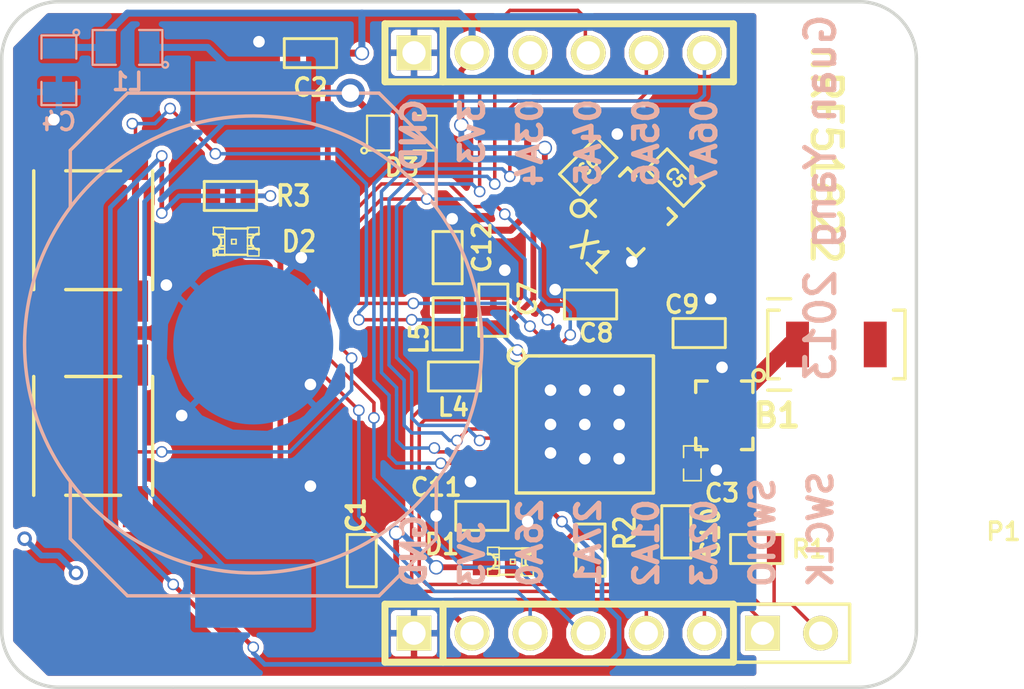
<source format=kicad_pcb>
(kicad_pcb (version 3) (host pcbnew "(2013-mar-13)-testing")

  (general
    (links 83)
    (no_connects 0)
    (area 94.7218 90.183404 149.157266 135.3058)
    (thickness 1.6)
    (drawings 28)
    (tracks 494)
    (zones 0)
    (modules 31)
    (nets 31)
  )

  (page A3)
  (layers
    (15 F.Cu signal)
    (0 B.Cu signal)
    (17 F.Adhes user)
    (18 B.Paste user)
    (19 F.Paste user)
    (20 B.SilkS user)
    (21 F.SilkS user)
    (22 B.Mask user)
    (23 F.Mask user)
    (28 Edge.Cuts user)
  )

  (setup
    (last_trace_width 0.2032)
    (user_trace_width 0.1524)
    (user_trace_width 0.2032)
    (user_trace_width 0.3048)
    (user_trace_width 0.508)
    (trace_clearance 0.1524)
    (zone_clearance 0.2032)
    (zone_45_only no)
    (trace_min 0.1524)
    (segment_width 0.2)
    (edge_width 0.15)
    (via_size 0.508)
    (via_drill 0.381)
    (via_min_size 0.508)
    (via_min_drill 0.381)
    (user_via 0.889 0.508)
    (user_via 1.27 0.762)
    (uvia_size 0.508)
    (uvia_drill 0.127)
    (uvias_allowed no)
    (uvia_min_size 0.508)
    (uvia_min_drill 0.127)
    (pcb_text_width 0.3)
    (pcb_text_size 1 1)
    (mod_edge_width 0.15)
    (mod_text_size 1 1)
    (mod_text_width 0.15)
    (pad_size 1.2 1)
    (pad_drill 0)
    (pad_to_mask_clearance 0)
    (aux_axis_origin 0 0)
    (visible_elements FFFFFFBF)
    (pcbplotparams
      (layerselection 284721153)
      (usegerberextensions true)
      (excludeedgelayer true)
      (linewidth 152400)
      (plotframeref false)
      (viasonmask false)
      (mode 1)
      (useauxorigin false)
      (hpglpennumber 1)
      (hpglpenspeed 20)
      (hpglpendiameter 15)
      (hpglpenoverlay 2)
      (psnegative false)
      (psa4output false)
      (plotreference true)
      (plotvalue true)
      (plotothertext true)
      (plotinvisibletext false)
      (padsonsilk false)
      (subtractmaskfromsilk false)
      (outputformat 1)
      (mirror false)
      (drillshape 0)
      (scaleselection 1)
      (outputdirectory out))
  )

  (net 0 "")
  (net 1 /AIN0)
  (net 2 /AIN1)
  (net 3 /AIN2)
  (net 4 /AIN3)
  (net 5 /AIN4)
  (net 6 /AIN5)
  (net 7 /AIN6)
  (net 8 /AIN7)
  (net 9 /ANT1)
  (net 10 /ANT2)
  (net 11 /LED1)
  (net 12 /LED2)
  (net 13 /SW1)
  (net 14 /SW2)
  (net 15 /SWCLK)
  (net 16 /SWDIO)
  (net 17 /VDD_PA)
  (net 18 AVDD)
  (net 19 GND)
  (net 20 N-000001)
  (net 21 N-0000013)
  (net 22 N-0000015)
  (net 23 N-0000016)
  (net 24 N-0000019)
  (net 25 N-000002)
  (net 26 N-0000023)
  (net 27 N-0000026)
  (net 28 N-000003)
  (net 29 N-000004)
  (net 30 VCC)

  (net_class Default "This is the default net class."
    (clearance 0.1524)
    (trace_width 0.2032)
    (via_dia 0.508)
    (via_drill 0.381)
    (uvia_dia 0.508)
    (uvia_drill 0.127)
    (add_net "")
    (add_net /LED1)
    (add_net /LED2)
    (add_net N-000001)
    (add_net N-0000013)
    (add_net N-0000015)
    (add_net N-0000016)
    (add_net N-0000019)
    (add_net N-000002)
    (add_net N-0000023)
    (add_net N-0000026)
    (add_net N-000003)
    (add_net N-000004)
  )

  (net_class antenna ""
    (clearance 0.1524)
    (trace_width 0.762)
    (via_dia 0.635)
    (via_drill 0.508)
    (uvia_dia 0.508)
    (uvia_drill 0.127)
  )

  (net_class balun ""
    (clearance 0.127)
    (trace_width 0.254)
    (via_dia 0.889)
    (via_drill 0.635)
    (uvia_dia 0.508)
    (uvia_drill 0.127)
    (add_net /ANT1)
    (add_net /ANT2)
    (add_net /VDD_PA)
  )

  (net_class logic ""
    (clearance 0.1524)
    (trace_width 0.1524)
    (via_dia 0.508)
    (via_drill 0.381)
    (uvia_dia 0.508)
    (uvia_drill 0.127)
    (add_net /AIN0)
    (add_net /AIN1)
    (add_net /AIN2)
    (add_net /AIN3)
    (add_net /AIN4)
    (add_net /AIN5)
    (add_net /AIN6)
    (add_net /AIN7)
    (add_net /SW1)
    (add_net /SW2)
    (add_net /SWCLK)
    (add_net /SWDIO)
  )

  (net_class power ""
    (clearance 0.1524)
    (trace_width 0.254)
    (via_dia 0.635)
    (via_drill 0.508)
    (uvia_dia 0.508)
    (uvia_drill 0.127)
    (add_net GND)
    (add_net VCC)
  )

  (net_class power2 ""
    (clearance 0.2032)
    (trace_width 0.3048)
    (via_dia 0.889)
    (via_drill 0.635)
    (uvia_dia 0.508)
    (uvia_drill 0.127)
    (add_net AVDD)
  )

  (module BAT-BK912 (layer B.Cu) (tedit 5107E44A) (tstamp 5105D90C)
    (at 106 115 90)
    (path /51030C12)
    (fp_text reference BT1 (at -0.25 10.25 90) (layer B.SilkS) hide
      (effects (font (size 1 1) (thickness 0.15)) (justify mirror))
    )
    (fp_text value BATTERY (at 0 -10 90) (layer B.SilkS) hide
      (effects (font (size 1 1) (thickness 0.15)) (justify mirror))
    )
    (fp_line (start 8.5 8) (end 6 8) (layer B.SilkS) (width 0.15))
    (fp_line (start -8.5 8) (end -6 8) (layer B.SilkS) (width 0.15))
    (fp_line (start -8.5 -8) (end -6 -8) (layer B.SilkS) (width 0.15))
    (fp_line (start -8.5 8) (end -11 5.5) (layer B.SilkS) (width 0.15))
    (fp_line (start -11 5.5) (end -11 -5.5) (layer B.SilkS) (width 0.15))
    (fp_line (start -11 -5.5) (end -8.5 -8) (layer B.SilkS) (width 0.15))
    (fp_line (start 8.5 -8) (end 6 -8) (layer B.SilkS) (width 0.15))
    (fp_line (start 8.5 8) (end 11 5.5) (layer B.SilkS) (width 0.15))
    (fp_line (start 11 5.5) (end 11 -5.5) (layer B.SilkS) (width 0.15))
    (fp_line (start 11 -5.5) (end 8.5 -8) (layer B.SilkS) (width 0.15))
    (fp_circle (center 0 0) (end 10 0) (layer B.SilkS) (width 0.15))
    (pad 1 smd rect (at -11 0 90) (size 2.79 5.08)
      (layers B.Cu B.Paste B.Mask)
      (net 25 N-000002)
    )
    (pad 1 smd rect (at 11 0 90) (size 2.79 5.08)
      (layers B.Cu B.Paste B.Mask)
      (net 25 N-000002)
    )
    (pad 2 smd circle (at 0 0 90) (size 7 7)
      (layers B.Cu B.Paste B.Mask)
      (net 19 GND)
    )
  )

  (module SM0805 (layer B.Cu) (tedit 510A8EA2) (tstamp 5105D75D)
    (at 97.5 103 270)
    (path /51044D29)
    (attr smd)
    (fp_text reference C4 (at 2.25 0 360) (layer B.SilkS)
      (effects (font (size 0.762 0.762) (thickness 0.1524)) (justify mirror))
    )
    (fp_text value 10uF (at -6.5 1.5 270) (layer B.SilkS) hide
      (effects (font (size 0.50038 0.50038) (thickness 0.10922)) (justify mirror))
    )
    (fp_circle (center -1.651 -0.762) (end -1.651 -0.635) (layer B.SilkS) (width 0.09906))
    (fp_line (start -0.508 -0.762) (end -1.524 -0.762) (layer B.SilkS) (width 0.09906))
    (fp_line (start -1.524 -0.762) (end -1.524 0.762) (layer B.SilkS) (width 0.09906))
    (fp_line (start -1.524 0.762) (end -0.508 0.762) (layer B.SilkS) (width 0.09906))
    (fp_line (start 0.508 0.762) (end 1.524 0.762) (layer B.SilkS) (width 0.09906))
    (fp_line (start 1.524 0.762) (end 1.524 -0.762) (layer B.SilkS) (width 0.09906))
    (fp_line (start 1.524 -0.762) (end 0.508 -0.762) (layer B.SilkS) (width 0.09906))
    (pad 1 smd rect (at -0.9525 0 270) (size 0.889 1.397)
      (layers B.Cu B.Paste B.Mask)
      (net 30 VCC)
    )
    (pad 2 smd rect (at 0.9525 0 270) (size 0.889 1.397)
      (layers B.Cu B.Paste B.Mask)
      (net 19 GND)
    )
    (model smd/chip_cms.wrl
      (at (xyz 0 0 0))
      (scale (xyz 0.1 0.1 0.1))
      (rotate (xyz 0 0 0))
    )
  )

  (module SM0805 (layer B.Cu) (tedit 510A8EAE) (tstamp 5105D76A)
    (at 100.5 102 180)
    (path /51030C21)
    (attr smd)
    (fp_text reference L1 (at 0 -1.5 180) (layer B.SilkS)
      (effects (font (size 0.762 0.762) (thickness 0.1524)) (justify mirror))
    )
    (fp_text value INDUCTOR (at -7 -8.5 180) (layer B.SilkS) hide
      (effects (font (size 0.50038 0.50038) (thickness 0.10922)) (justify mirror))
    )
    (fp_circle (center -1.651 -0.762) (end -1.651 -0.635) (layer B.SilkS) (width 0.09906))
    (fp_line (start -0.508 -0.762) (end -1.524 -0.762) (layer B.SilkS) (width 0.09906))
    (fp_line (start -1.524 -0.762) (end -1.524 0.762) (layer B.SilkS) (width 0.09906))
    (fp_line (start -1.524 0.762) (end -0.508 0.762) (layer B.SilkS) (width 0.09906))
    (fp_line (start 0.508 0.762) (end 1.524 0.762) (layer B.SilkS) (width 0.09906))
    (fp_line (start 1.524 0.762) (end 1.524 -0.762) (layer B.SilkS) (width 0.09906))
    (fp_line (start 1.524 -0.762) (end 0.508 -0.762) (layer B.SilkS) (width 0.09906))
    (pad 1 smd rect (at -0.9525 0 180) (size 0.889 1.397)
      (layers B.Cu B.Paste B.Mask)
      (net 25 N-000002)
    )
    (pad 2 smd rect (at 0.9525 0 180) (size 0.889 1.397)
      (layers B.Cu B.Paste B.Mask)
      (net 30 VCC)
    )
    (model smd/chip_cms.wrl
      (at (xyz 0 0 0))
      (scale (xyz 0.1 0.1 0.1))
      (rotate (xyz 0 0 0))
    )
  )

  (module SM0603 (layer F.Cu) (tedit 510A8E7B) (tstamp 5105D774)
    (at 114.8 116.4)
    (path /5102DE45)
    (attr smd)
    (fp_text reference L4 (at -0.05 1.35) (layer F.SilkS)
      (effects (font (size 0.762 0.762) (thickness 0.1524)))
    )
    (fp_text value 10uH (at 0 0) (layer F.SilkS) hide
      (effects (font (size 0.508 0.4572) (thickness 0.1143)))
    )
    (fp_line (start -1.143 -0.635) (end 1.143 -0.635) (layer F.SilkS) (width 0.127))
    (fp_line (start 1.143 -0.635) (end 1.143 0.635) (layer F.SilkS) (width 0.127))
    (fp_line (start 1.143 0.635) (end -1.143 0.635) (layer F.SilkS) (width 0.127))
    (fp_line (start -1.143 0.635) (end -1.143 -0.635) (layer F.SilkS) (width 0.127))
    (pad 1 smd rect (at -0.762 0) (size 0.635 1.143)
      (layers F.Cu F.Paste F.Mask)
      (net 23 N-0000016)
    )
    (pad 2 smd rect (at 0.762 0) (size 0.635 1.143)
      (layers F.Cu F.Paste F.Mask)
      (net 22 N-0000015)
    )
    (model smd\resistors\R0603.wrl
      (at (xyz 0 0 0.001))
      (scale (xyz 0.5 0.5 0.5))
      (rotate (xyz 0 0 0))
    )
  )

  (module SM0603 (layer F.Cu) (tedit 510A8EC2) (tstamp 5105D77E)
    (at 108.5 102.25)
    (path /5105F659)
    (attr smd)
    (fp_text reference C2 (at 0 1.5) (layer F.SilkS)
      (effects (font (size 0.762 0.762) (thickness 0.1524)))
    )
    (fp_text value 0.1uF (at 0 0) (layer F.SilkS) hide
      (effects (font (size 0.508 0.4572) (thickness 0.1143)))
    )
    (fp_line (start -1.143 -0.635) (end 1.143 -0.635) (layer F.SilkS) (width 0.127))
    (fp_line (start 1.143 -0.635) (end 1.143 0.635) (layer F.SilkS) (width 0.127))
    (fp_line (start 1.143 0.635) (end -1.143 0.635) (layer F.SilkS) (width 0.127))
    (fp_line (start -1.143 0.635) (end -1.143 -0.635) (layer F.SilkS) (width 0.127))
    (pad 1 smd rect (at -0.762 0) (size 0.635 1.143)
      (layers F.Cu F.Paste F.Mask)
      (net 19 GND)
    )
    (pad 2 smd rect (at 0.762 0) (size 0.635 1.143)
      (layers F.Cu F.Paste F.Mask)
      (net 30 VCC)
    )
    (model smd\resistors\R0603.wrl
      (at (xyz 0 0 0.001))
      (scale (xyz 0.5 0.5 0.5))
      (rotate (xyz 0 0 0))
    )
  )

  (module SM0603 (layer F.Cu) (tedit 510A8E16) (tstamp 5105D788)
    (at 110.744 124.46 270)
    (path /5105F64A)
    (attr smd)
    (fp_text reference C1 (at -2 0.25 270) (layer F.SilkS)
      (effects (font (size 0.762 0.762) (thickness 0.1778)))
    )
    (fp_text value 0.1uF (at 0 0 270) (layer F.SilkS) hide
      (effects (font (size 0.508 0.4572) (thickness 0.1143)))
    )
    (fp_line (start -1.143 -0.635) (end 1.143 -0.635) (layer F.SilkS) (width 0.127))
    (fp_line (start 1.143 -0.635) (end 1.143 0.635) (layer F.SilkS) (width 0.127))
    (fp_line (start 1.143 0.635) (end -1.143 0.635) (layer F.SilkS) (width 0.127))
    (fp_line (start -1.143 0.635) (end -1.143 -0.635) (layer F.SilkS) (width 0.127))
    (pad 1 smd rect (at -0.762 0 270) (size 0.635 1.143)
      (layers F.Cu F.Paste F.Mask)
    )
    (pad 2 smd rect (at 0.762 0 270) (size 0.635 1.143)
      (layers F.Cu F.Paste F.Mask)
      (net 30 VCC)
    )
    (model smd\resistors\R0603.wrl
      (at (xyz 0 0 0.001))
      (scale (xyz 0.5 0.5 0.5))
      (rotate (xyz 0 0 0))
    )
  )

  (module SM0603 (layer F.Cu) (tedit 5106A645) (tstamp 5105D7A6)
    (at 105 108.5)
    (path /510300CD)
    (attr smd)
    (fp_text reference R3 (at 2.75 0) (layer F.SilkS)
      (effects (font (size 0.889 0.762) (thickness 0.1524)))
    )
    (fp_text value 100R (at 0 0) (layer F.SilkS) hide
      (effects (font (size 0.508 0.4572) (thickness 0.1143)))
    )
    (fp_line (start -1.143 -0.635) (end 1.143 -0.635) (layer F.SilkS) (width 0.127))
    (fp_line (start 1.143 -0.635) (end 1.143 0.635) (layer F.SilkS) (width 0.127))
    (fp_line (start 1.143 0.635) (end -1.143 0.635) (layer F.SilkS) (width 0.127))
    (fp_line (start -1.143 0.635) (end -1.143 -0.635) (layer F.SilkS) (width 0.127))
    (pad 1 smd rect (at -0.762 0) (size 0.635 1.143)
      (layers F.Cu F.Paste F.Mask)
      (net 28 N-000003)
    )
    (pad 2 smd rect (at 0.762 0) (size 0.635 1.143)
      (layers F.Cu F.Paste F.Mask)
      (net 12 /LED2)
    )
    (model smd\resistors\R0603.wrl
      (at (xyz 0 0 0.001))
      (scale (xyz 0.5 0.5 0.5))
      (rotate (xyz 0 0 0))
    )
  )

  (module SM0603 (layer F.Cu) (tedit 510A8E3E) (tstamp 5105D7B0)
    (at 120.75 124 90)
    (path /510300BE)
    (attr smd)
    (fp_text reference R2 (at 0.75 1.5 90) (layer F.SilkS)
      (effects (font (size 0.889 0.762) (thickness 0.1524)))
    )
    (fp_text value 100R (at 0 0 90) (layer F.SilkS) hide
      (effects (font (size 0.508 0.4572) (thickness 0.1143)))
    )
    (fp_line (start -1.143 -0.635) (end 1.143 -0.635) (layer F.SilkS) (width 0.127))
    (fp_line (start 1.143 -0.635) (end 1.143 0.635) (layer F.SilkS) (width 0.127))
    (fp_line (start 1.143 0.635) (end -1.143 0.635) (layer F.SilkS) (width 0.127))
    (fp_line (start -1.143 0.635) (end -1.143 -0.635) (layer F.SilkS) (width 0.127))
    (pad 1 smd rect (at -0.762 0 90) (size 0.635 1.143)
      (layers F.Cu F.Paste F.Mask)
      (net 29 N-000004)
    )
    (pad 2 smd rect (at 0.762 0 90) (size 0.635 1.143)
      (layers F.Cu F.Paste F.Mask)
      (net 11 /LED1)
    )
    (model smd\resistors\R0603.wrl
      (at (xyz 0 0 0.001))
      (scale (xyz 0.5 0.5 0.5))
      (rotate (xyz 0 0 0))
    )
  )

  (module SM0603 (layer F.Cu) (tedit 51741519) (tstamp 5105D7BA)
    (at 128.016 123.952 180)
    (path /5102E538)
    (attr smd)
    (fp_text reference R1 (at -2.286 0 180) (layer F.SilkS)
      (effects (font (size 0.762 0.762) (thickness 0.1524)))
    )
    (fp_text value 12K (at 0 0 180) (layer F.SilkS) hide
      (effects (font (size 0.508 0.4572) (thickness 0.1143)))
    )
    (fp_line (start -1.143 -0.635) (end 1.143 -0.635) (layer F.SilkS) (width 0.127))
    (fp_line (start 1.143 -0.635) (end 1.143 0.635) (layer F.SilkS) (width 0.127))
    (fp_line (start 1.143 0.635) (end -1.143 0.635) (layer F.SilkS) (width 0.127))
    (fp_line (start -1.143 0.635) (end -1.143 -0.635) (layer F.SilkS) (width 0.127))
    (pad 1 smd rect (at -0.762 0 180) (size 0.635 1.143)
      (layers F.Cu F.Paste F.Mask)
      (net 15 /SWCLK)
    )
    (pad 2 smd rect (at 0.762 0 180) (size 0.635 1.143)
      (layers F.Cu F.Paste F.Mask)
      (net 19 GND)
    )
    (model smd\resistors\R0603.wrl
      (at (xyz 0 0 0.001))
      (scale (xyz 0.5 0.5 0.5))
      (rotate (xyz 0 0 0))
    )
  )

  (module SM0603 (layer F.Cu) (tedit 510A8E6E) (tstamp 5105D7C4)
    (at 114.5 114.1 270)
    (path /5102DE59)
    (attr smd)
    (fp_text reference L5 (at 0.65 1.25 270) (layer F.SilkS)
      (effects (font (size 0.762 0.762) (thickness 0.1524)))
    )
    (fp_text value 15nH (at 0 0 270) (layer F.SilkS) hide
      (effects (font (size 0.508 0.4572) (thickness 0.1143)))
    )
    (fp_line (start -1.143 -0.635) (end 1.143 -0.635) (layer F.SilkS) (width 0.127))
    (fp_line (start 1.143 -0.635) (end 1.143 0.635) (layer F.SilkS) (width 0.127))
    (fp_line (start 1.143 0.635) (end -1.143 0.635) (layer F.SilkS) (width 0.127))
    (fp_line (start -1.143 0.635) (end -1.143 -0.635) (layer F.SilkS) (width 0.127))
    (pad 1 smd rect (at -0.762 0 270) (size 0.635 1.143)
      (layers F.Cu F.Paste F.Mask)
      (net 18 AVDD)
    )
    (pad 2 smd rect (at 0.762 0 270) (size 0.635 1.143)
      (layers F.Cu F.Paste F.Mask)
      (net 23 N-0000016)
    )
    (model smd\resistors\R0603.wrl
      (at (xyz 0 0 0.001))
      (scale (xyz 0.5 0.5 0.5))
      (rotate (xyz 0 0 0))
    )
  )

  (module SM0603 (layer F.Cu) (tedit 510A8E66) (tstamp 5105D7CE)
    (at 114.5 111.2 90)
    (path /5102DE96)
    (attr smd)
    (fp_text reference C12 (at 0.45 1.5 90) (layer F.SilkS)
      (effects (font (size 0.762 0.762) (thickness 0.1524)))
    )
    (fp_text value 1uF (at 0 0 90) (layer F.SilkS) hide
      (effects (font (size 0.508 0.4572) (thickness 0.1143)))
    )
    (fp_line (start -1.143 -0.635) (end 1.143 -0.635) (layer F.SilkS) (width 0.127))
    (fp_line (start 1.143 -0.635) (end 1.143 0.635) (layer F.SilkS) (width 0.127))
    (fp_line (start 1.143 0.635) (end -1.143 0.635) (layer F.SilkS) (width 0.127))
    (fp_line (start -1.143 0.635) (end -1.143 -0.635) (layer F.SilkS) (width 0.127))
    (pad 1 smd rect (at -0.762 0 90) (size 0.635 1.143)
      (layers F.Cu F.Paste F.Mask)
      (net 18 AVDD)
    )
    (pad 2 smd rect (at 0.762 0 90) (size 0.635 1.143)
      (layers F.Cu F.Paste F.Mask)
      (net 19 GND)
    )
    (model smd\resistors\R0603.wrl
      (at (xyz 0 0 0.001))
      (scale (xyz 0.5 0.5 0.5))
      (rotate (xyz 0 0 0))
    )
  )

  (module SM0603 (layer F.Cu) (tedit 510A8E5A) (tstamp 5105D7D8)
    (at 116.5 113.5 90)
    (path /5102E100)
    (attr smd)
    (fp_text reference C7 (at 0.5 1.5 90) (layer F.SilkS)
      (effects (font (size 0.762 0.762) (thickness 0.1524)))
    )
    (fp_text value 4.7uF (at 0 0 90) (layer F.SilkS) hide
      (effects (font (size 0.508 0.4572) (thickness 0.1143)))
    )
    (fp_line (start -1.143 -0.635) (end 1.143 -0.635) (layer F.SilkS) (width 0.127))
    (fp_line (start 1.143 -0.635) (end 1.143 0.635) (layer F.SilkS) (width 0.127))
    (fp_line (start 1.143 0.635) (end -1.143 0.635) (layer F.SilkS) (width 0.127))
    (fp_line (start -1.143 0.635) (end -1.143 -0.635) (layer F.SilkS) (width 0.127))
    (pad 1 smd rect (at -0.762 0 90) (size 0.635 1.143)
      (layers F.Cu F.Paste F.Mask)
      (net 30 VCC)
    )
    (pad 2 smd rect (at 0.762 0 90) (size 0.635 1.143)
      (layers F.Cu F.Paste F.Mask)
      (net 19 GND)
    )
    (model smd\resistors\R0603.wrl
      (at (xyz 0 0 0.001))
      (scale (xyz 0.5 0.5 0.5))
      (rotate (xyz 0 0 0))
    )
  )

  (module SM0603 (layer F.Cu) (tedit 510A8E1F) (tstamp 5105D7E2)
    (at 116 122.5 180)
    (path /5102E1E7)
    (attr smd)
    (fp_text reference C11 (at 2 1.25 180) (layer F.SilkS)
      (effects (font (size 0.762 0.762) (thickness 0.1524)))
    )
    (fp_text value 100nF (at 0 0 180) (layer F.SilkS) hide
      (effects (font (size 0.508 0.4572) (thickness 0.1143)))
    )
    (fp_line (start -1.143 -0.635) (end 1.143 -0.635) (layer F.SilkS) (width 0.127))
    (fp_line (start 1.143 -0.635) (end 1.143 0.635) (layer F.SilkS) (width 0.127))
    (fp_line (start 1.143 0.635) (end -1.143 0.635) (layer F.SilkS) (width 0.127))
    (fp_line (start -1.143 0.635) (end -1.143 -0.635) (layer F.SilkS) (width 0.127))
    (pad 1 smd rect (at -0.762 0 180) (size 0.635 1.143)
      (layers F.Cu F.Paste F.Mask)
      (net 30 VCC)
    )
    (pad 2 smd rect (at 0.762 0 180) (size 0.635 1.143)
      (layers F.Cu F.Paste F.Mask)
      (net 19 GND)
    )
    (model smd\resistors\R0603.wrl
      (at (xyz 0 0 0.001))
      (scale (xyz 0.5 0.5 0.5))
      (rotate (xyz 0 0 0))
    )
  )

  (module SM0603 (layer F.Cu) (tedit 510A8E4F) (tstamp 5105D7EC)
    (at 120.75 113.25 180)
    (path /5102E413)
    (attr smd)
    (fp_text reference C8 (at -0.25 -1.25 180) (layer F.SilkS)
      (effects (font (size 0.762 0.762) (thickness 0.1524)))
    )
    (fp_text value 100nF (at 0 0 180) (layer F.SilkS) hide
      (effects (font (size 0.508 0.4572) (thickness 0.1143)))
    )
    (fp_line (start -1.143 -0.635) (end 1.143 -0.635) (layer F.SilkS) (width 0.127))
    (fp_line (start 1.143 -0.635) (end 1.143 0.635) (layer F.SilkS) (width 0.127))
    (fp_line (start 1.143 0.635) (end -1.143 0.635) (layer F.SilkS) (width 0.127))
    (fp_line (start -1.143 0.635) (end -1.143 -0.635) (layer F.SilkS) (width 0.127))
    (pad 1 smd rect (at -0.762 0 180) (size 0.635 1.143)
      (layers F.Cu F.Paste F.Mask)
      (net 21 N-0000013)
    )
    (pad 2 smd rect (at 0.762 0 180) (size 0.635 1.143)
      (layers F.Cu F.Paste F.Mask)
      (net 19 GND)
    )
    (model smd\resistors\R0603.wrl
      (at (xyz 0 0 0.001))
      (scale (xyz 0.5 0.5 0.5))
      (rotate (xyz 0 0 0))
    )
  )

  (module SM0603 (layer F.Cu) (tedit 510A8E46) (tstamp 5105D7F6)
    (at 125.5 114.5)
    (path /5102E6BE)
    (attr smd)
    (fp_text reference C9 (at -0.75 -1.25) (layer F.SilkS)
      (effects (font (size 0.762 0.762) (thickness 0.1524)))
    )
    (fp_text value 1nF (at 0 0) (layer F.SilkS) hide
      (effects (font (size 0.508 0.4572) (thickness 0.1143)))
    )
    (fp_line (start -1.143 -0.635) (end 1.143 -0.635) (layer F.SilkS) (width 0.127))
    (fp_line (start 1.143 -0.635) (end 1.143 0.635) (layer F.SilkS) (width 0.127))
    (fp_line (start 1.143 0.635) (end -1.143 0.635) (layer F.SilkS) (width 0.127))
    (fp_line (start -1.143 0.635) (end -1.143 -0.635) (layer F.SilkS) (width 0.127))
    (pad 1 smd rect (at -0.762 0) (size 0.635 1.143)
      (layers F.Cu F.Paste F.Mask)
      (net 18 AVDD)
    )
    (pad 2 smd rect (at 0.762 0) (size 0.635 1.143)
      (layers F.Cu F.Paste F.Mask)
      (net 19 GND)
    )
    (model smd\resistors\R0603.wrl
      (at (xyz 0 0 0.001))
      (scale (xyz 0.5 0.5 0.5))
      (rotate (xyz 0 0 0))
    )
  )

  (module SM0603 (layer F.Cu) (tedit 510A8E2F) (tstamp 5105D800)
    (at 124.5 123.2 270)
    (path /5102EA08)
    (attr smd)
    (fp_text reference C10 (at 0.05 -1.5 270) (layer F.SilkS)
      (effects (font (size 0.762 0.762) (thickness 0.1524)))
    )
    (fp_text value 47nF (at 0 0 270) (layer F.SilkS) hide
      (effects (font (size 0.508 0.4572) (thickness 0.1143)))
    )
    (fp_line (start -1.143 -0.635) (end 1.143 -0.635) (layer F.SilkS) (width 0.127))
    (fp_line (start 1.143 -0.635) (end 1.143 0.635) (layer F.SilkS) (width 0.127))
    (fp_line (start 1.143 0.635) (end -1.143 0.635) (layer F.SilkS) (width 0.127))
    (fp_line (start -1.143 0.635) (end -1.143 -0.635) (layer F.SilkS) (width 0.127))
    (pad 1 smd rect (at -0.762 0 270) (size 0.635 1.143)
      (layers F.Cu F.Paste F.Mask)
      (net 24 N-0000019)
    )
    (pad 2 smd rect (at 0.762 0 270) (size 0.635 1.143)
      (layers F.Cu F.Paste F.Mask)
      (net 19 GND)
    )
    (model smd\resistors\R0603.wrl
      (at (xyz 0 0 0.001))
      (scale (xyz 0.5 0.5 0.5))
      (rotate (xyz 0 0 0))
    )
  )

  (module SM0402 (layer F.Cu) (tedit 510A8E39) (tstamp 5105D80C)
    (at 125.2 120.2 270)
    (path /5102E9B4)
    (attr smd)
    (fp_text reference C3 (at 1.3 -1.3 360) (layer F.SilkS)
      (effects (font (size 0.762 0.762) (thickness 0.1524)))
    )
    (fp_text value 2.2nF (at 0.09906 0 270) (layer F.SilkS) hide
      (effects (font (size 0.35052 0.3048) (thickness 0.07112)))
    )
    (fp_line (start -0.254 -0.381) (end -0.762 -0.381) (layer F.SilkS) (width 0.07112))
    (fp_line (start -0.762 -0.381) (end -0.762 0.381) (layer F.SilkS) (width 0.07112))
    (fp_line (start -0.762 0.381) (end -0.254 0.381) (layer F.SilkS) (width 0.07112))
    (fp_line (start 0.254 -0.381) (end 0.762 -0.381) (layer F.SilkS) (width 0.07112))
    (fp_line (start 0.762 -0.381) (end 0.762 0.381) (layer F.SilkS) (width 0.07112))
    (fp_line (start 0.762 0.381) (end 0.254 0.381) (layer F.SilkS) (width 0.07112))
    (pad 1 smd rect (at -0.44958 0 270) (size 0.39878 0.59944)
      (layers F.Cu F.Paste F.Mask)
      (net 17 /VDD_PA)
    )
    (pad 2 smd rect (at 0.44958 0 270) (size 0.39878 0.59944)
      (layers F.Cu F.Paste F.Mask)
      (net 19 GND)
    )
    (model smd\chip_cms.wrl
      (at (xyz 0 0 0.002))
      (scale (xyz 0.05 0.05 0.05))
      (rotate (xyz 0 0 0))
    )
  )

  (module PIN_ARRAY-6X1 (layer F.Cu) (tedit 5174150E) (tstamp 5105D85B)
    (at 119.38 127.635)
    (descr "Connecteur 6 pins")
    (tags "CONN DEV")
    (path /5105EF64)
    (fp_text reference P3 (at 20.37 -1.635) (layer F.SilkS) hide
      (effects (font (size 1.016 1.016) (thickness 0.2032)))
    )
    (fp_text value AIN_0_3 (at -8.255 6.858) (layer F.SilkS) hide
      (effects (font (size 1.016 0.889) (thickness 0.2032)))
    )
    (fp_line (start -7.62 1.27) (end -7.62 -1.27) (layer F.SilkS) (width 0.3048))
    (fp_line (start -7.62 -1.27) (end 7.62 -1.27) (layer F.SilkS) (width 0.3048))
    (fp_line (start 7.62 -1.27) (end 7.62 1.27) (layer F.SilkS) (width 0.3048))
    (fp_line (start 7.62 1.27) (end -7.62 1.27) (layer F.SilkS) (width 0.3048))
    (fp_line (start -5.08 1.27) (end -5.08 -1.27) (layer F.SilkS) (width 0.3048))
    (pad 1 thru_hole rect (at -6.35 0) (size 1.524 1.524) (drill 1.016)
      (layers *.Cu *.Mask F.SilkS)
      (net 19 GND)
    )
    (pad 2 thru_hole circle (at -3.81 0) (size 1.524 1.524) (drill 1.016)
      (layers *.Cu *.Mask F.SilkS)
      (net 30 VCC)
    )
    (pad 3 thru_hole circle (at -1.27 0) (size 1.524 1.524) (drill 1.016)
      (layers *.Cu *.Mask F.SilkS)
      (net 1 /AIN0)
    )
    (pad 4 thru_hole circle (at 1.27 0) (size 1.524 1.524) (drill 1.016)
      (layers *.Cu *.Mask F.SilkS)
      (net 2 /AIN1)
    )
    (pad 5 thru_hole circle (at 3.81 0) (size 1.524 1.524) (drill 1.016)
      (layers *.Cu *.Mask F.SilkS)
      (net 3 /AIN2)
    )
    (pad 6 thru_hole circle (at 6.35 0) (size 1.524 1.524) (drill 1.016)
      (layers *.Cu *.Mask F.SilkS)
      (net 4 /AIN3)
    )
    (model pin_array/pins_array_6x1.wrl
      (at (xyz 0 0 0))
      (scale (xyz 1 1 1))
      (rotate (xyz 0 0 0))
    )
  )

  (module PIN_ARRAY-6X1 (layer F.Cu) (tedit 510A8DF2) (tstamp 5105E440)
    (at 119.38 102.235)
    (descr "Connecteur 6 pins")
    (tags "CONN DEV")
    (path /5105F3AA)
    (fp_text reference P4 (at 2.12 -4.735) (layer F.SilkS) hide
      (effects (font (size 1.016 1.016) (thickness 0.2032)))
    )
    (fp_text value AIN_4_7 (at 0 2.159) (layer F.SilkS) hide
      (effects (font (size 1.016 0.889) (thickness 0.2032)))
    )
    (fp_line (start -7.62 1.27) (end -7.62 -1.27) (layer F.SilkS) (width 0.3048))
    (fp_line (start -7.62 -1.27) (end 7.62 -1.27) (layer F.SilkS) (width 0.3048))
    (fp_line (start 7.62 -1.27) (end 7.62 1.27) (layer F.SilkS) (width 0.3048))
    (fp_line (start 7.62 1.27) (end -7.62 1.27) (layer F.SilkS) (width 0.3048))
    (fp_line (start -5.08 1.27) (end -5.08 -1.27) (layer F.SilkS) (width 0.3048))
    (pad 1 thru_hole rect (at -6.35 0) (size 1.524 1.524) (drill 1.016)
      (layers *.Cu *.Mask F.SilkS)
      (net 19 GND)
    )
    (pad 2 thru_hole circle (at -3.81 0) (size 1.524 1.524) (drill 1.016)
      (layers *.Cu *.Mask F.SilkS)
      (net 30 VCC)
    )
    (pad 3 thru_hole circle (at -1.27 0) (size 1.524 1.524) (drill 1.016)
      (layers *.Cu *.Mask F.SilkS)
      (net 5 /AIN4)
    )
    (pad 4 thru_hole circle (at 1.27 0) (size 1.524 1.524) (drill 1.016)
      (layers *.Cu *.Mask F.SilkS)
      (net 6 /AIN5)
    )
    (pad 5 thru_hole circle (at 3.81 0) (size 1.524 1.524) (drill 1.016)
      (layers *.Cu *.Mask F.SilkS)
      (net 7 /AIN6)
    )
    (pad 6 thru_hole circle (at 6.35 0) (size 1.524 1.524) (drill 1.016)
      (layers *.Cu *.Mask F.SilkS)
      (net 8 /AIN7)
    )
    (model pin_array/pins_array_6x1.wrl
      (at (xyz 0 0 0))
      (scale (xyz 1 1 1))
      (rotate (xyz 0 0 0))
    )
  )

  (module LED-0805 (layer F.Cu) (tedit 510A8E27) (tstamp 5105D8B3)
    (at 117.25 124.5)
    (descr "LED 0805 smd package")
    (tags "LED 0805 SMD")
    (path /510300AF)
    (attr smd)
    (fp_text reference D1 (at -3 -0.75) (layer F.SilkS)
      (effects (font (size 0.889 0.762) (thickness 0.1524)))
    )
    (fp_text value LED (at 0 1.27) (layer F.SilkS) hide
      (effects (font (size 0.762 0.762) (thickness 0.127)))
    )
    (fp_line (start 0.49784 0.29972) (end 0.49784 0.62484) (layer F.SilkS) (width 0.06604))
    (fp_line (start 0.49784 0.62484) (end 0.99822 0.62484) (layer F.SilkS) (width 0.06604))
    (fp_line (start 0.99822 0.29972) (end 0.99822 0.62484) (layer F.SilkS) (width 0.06604))
    (fp_line (start 0.49784 0.29972) (end 0.99822 0.29972) (layer F.SilkS) (width 0.06604))
    (fp_line (start 0.49784 -0.32258) (end 0.49784 -0.17272) (layer F.SilkS) (width 0.06604))
    (fp_line (start 0.49784 -0.17272) (end 0.7493 -0.17272) (layer F.SilkS) (width 0.06604))
    (fp_line (start 0.7493 -0.32258) (end 0.7493 -0.17272) (layer F.SilkS) (width 0.06604))
    (fp_line (start 0.49784 -0.32258) (end 0.7493 -0.32258) (layer F.SilkS) (width 0.06604))
    (fp_line (start 0.49784 0.17272) (end 0.49784 0.32258) (layer F.SilkS) (width 0.06604))
    (fp_line (start 0.49784 0.32258) (end 0.7493 0.32258) (layer F.SilkS) (width 0.06604))
    (fp_line (start 0.7493 0.17272) (end 0.7493 0.32258) (layer F.SilkS) (width 0.06604))
    (fp_line (start 0.49784 0.17272) (end 0.7493 0.17272) (layer F.SilkS) (width 0.06604))
    (fp_line (start 0.49784 -0.19812) (end 0.49784 0.19812) (layer F.SilkS) (width 0.06604))
    (fp_line (start 0.49784 0.19812) (end 0.6731 0.19812) (layer F.SilkS) (width 0.06604))
    (fp_line (start 0.6731 -0.19812) (end 0.6731 0.19812) (layer F.SilkS) (width 0.06604))
    (fp_line (start 0.49784 -0.19812) (end 0.6731 -0.19812) (layer F.SilkS) (width 0.06604))
    (fp_line (start -0.99822 0.29972) (end -0.99822 0.62484) (layer F.SilkS) (width 0.06604))
    (fp_line (start -0.99822 0.62484) (end -0.49784 0.62484) (layer F.SilkS) (width 0.06604))
    (fp_line (start -0.49784 0.29972) (end -0.49784 0.62484) (layer F.SilkS) (width 0.06604))
    (fp_line (start -0.99822 0.29972) (end -0.49784 0.29972) (layer F.SilkS) (width 0.06604))
    (fp_line (start -0.99822 -0.62484) (end -0.99822 -0.29972) (layer F.SilkS) (width 0.06604))
    (fp_line (start -0.99822 -0.29972) (end -0.49784 -0.29972) (layer F.SilkS) (width 0.06604))
    (fp_line (start -0.49784 -0.62484) (end -0.49784 -0.29972) (layer F.SilkS) (width 0.06604))
    (fp_line (start -0.99822 -0.62484) (end -0.49784 -0.62484) (layer F.SilkS) (width 0.06604))
    (fp_line (start -0.7493 0.17272) (end -0.7493 0.32258) (layer F.SilkS) (width 0.06604))
    (fp_line (start -0.7493 0.32258) (end -0.49784 0.32258) (layer F.SilkS) (width 0.06604))
    (fp_line (start -0.49784 0.17272) (end -0.49784 0.32258) (layer F.SilkS) (width 0.06604))
    (fp_line (start -0.7493 0.17272) (end -0.49784 0.17272) (layer F.SilkS) (width 0.06604))
    (fp_line (start -0.7493 -0.32258) (end -0.7493 -0.17272) (layer F.SilkS) (width 0.06604))
    (fp_line (start -0.7493 -0.17272) (end -0.49784 -0.17272) (layer F.SilkS) (width 0.06604))
    (fp_line (start -0.49784 -0.32258) (end -0.49784 -0.17272) (layer F.SilkS) (width 0.06604))
    (fp_line (start -0.7493 -0.32258) (end -0.49784 -0.32258) (layer F.SilkS) (width 0.06604))
    (fp_line (start -0.6731 -0.19812) (end -0.6731 0.19812) (layer F.SilkS) (width 0.06604))
    (fp_line (start -0.6731 0.19812) (end -0.49784 0.19812) (layer F.SilkS) (width 0.06604))
    (fp_line (start -0.49784 -0.19812) (end -0.49784 0.19812) (layer F.SilkS) (width 0.06604))
    (fp_line (start -0.6731 -0.19812) (end -0.49784 -0.19812) (layer F.SilkS) (width 0.06604))
    (fp_line (start 0 -0.09906) (end 0 0.09906) (layer F.SilkS) (width 0.06604))
    (fp_line (start 0 0.09906) (end 0.19812 0.09906) (layer F.SilkS) (width 0.06604))
    (fp_line (start 0.19812 -0.09906) (end 0.19812 0.09906) (layer F.SilkS) (width 0.06604))
    (fp_line (start 0 -0.09906) (end 0.19812 -0.09906) (layer F.SilkS) (width 0.06604))
    (fp_line (start 0.49784 -0.59944) (end 0.49784 -0.29972) (layer F.SilkS) (width 0.06604))
    (fp_line (start 0.49784 -0.29972) (end 0.79756 -0.29972) (layer F.SilkS) (width 0.06604))
    (fp_line (start 0.79756 -0.59944) (end 0.79756 -0.29972) (layer F.SilkS) (width 0.06604))
    (fp_line (start 0.49784 -0.59944) (end 0.79756 -0.59944) (layer F.SilkS) (width 0.06604))
    (fp_line (start 0.92456 -0.62484) (end 0.92456 -0.39878) (layer F.SilkS) (width 0.06604))
    (fp_line (start 0.92456 -0.39878) (end 0.99822 -0.39878) (layer F.SilkS) (width 0.06604))
    (fp_line (start 0.99822 -0.62484) (end 0.99822 -0.39878) (layer F.SilkS) (width 0.06604))
    (fp_line (start 0.92456 -0.62484) (end 0.99822 -0.62484) (layer F.SilkS) (width 0.06604))
    (fp_line (start 0.52324 0.57404) (end -0.52324 0.57404) (layer F.SilkS) (width 0.1016))
    (fp_line (start -0.49784 -0.57404) (end 0.92456 -0.57404) (layer F.SilkS) (width 0.1016))
    (fp_circle (center 0.84836 -0.44958) (end 0.89916 -0.50038) (layer F.SilkS) (width 0.0508))
    (fp_arc (start 0.99822 0) (end 0.99822 0.34798) (angle 180) (layer F.SilkS) (width 0.1016))
    (fp_arc (start -0.99822 0) (end -0.99822 -0.34798) (angle 180) (layer F.SilkS) (width 0.1016))
    (pad 1 smd rect (at -1.04902 0) (size 1.19888 1.19888)
      (layers F.Cu F.Paste F.Mask)
      (net 30 VCC)
    )
    (pad 2 smd rect (at 1.04902 0) (size 1.19888 1.19888)
      (layers F.Cu F.Paste F.Mask)
      (net 29 N-000004)
    )
  )

  (module LED-0805 (layer F.Cu) (tedit 5106A675) (tstamp 5105DE55)
    (at 105.25 110.5 180)
    (descr "LED 0805 smd package")
    (tags "LED 0805 SMD")
    (path /510300A0)
    (attr smd)
    (fp_text reference D2 (at -2.75 0 180) (layer F.SilkS)
      (effects (font (size 0.889 0.762) (thickness 0.1524)))
    )
    (fp_text value LED (at 0 1.27 180) (layer F.SilkS) hide
      (effects (font (size 0.762 0.762) (thickness 0.127)))
    )
    (fp_line (start 0.49784 0.29972) (end 0.49784 0.62484) (layer F.SilkS) (width 0.06604))
    (fp_line (start 0.49784 0.62484) (end 0.99822 0.62484) (layer F.SilkS) (width 0.06604))
    (fp_line (start 0.99822 0.29972) (end 0.99822 0.62484) (layer F.SilkS) (width 0.06604))
    (fp_line (start 0.49784 0.29972) (end 0.99822 0.29972) (layer F.SilkS) (width 0.06604))
    (fp_line (start 0.49784 -0.32258) (end 0.49784 -0.17272) (layer F.SilkS) (width 0.06604))
    (fp_line (start 0.49784 -0.17272) (end 0.7493 -0.17272) (layer F.SilkS) (width 0.06604))
    (fp_line (start 0.7493 -0.32258) (end 0.7493 -0.17272) (layer F.SilkS) (width 0.06604))
    (fp_line (start 0.49784 -0.32258) (end 0.7493 -0.32258) (layer F.SilkS) (width 0.06604))
    (fp_line (start 0.49784 0.17272) (end 0.49784 0.32258) (layer F.SilkS) (width 0.06604))
    (fp_line (start 0.49784 0.32258) (end 0.7493 0.32258) (layer F.SilkS) (width 0.06604))
    (fp_line (start 0.7493 0.17272) (end 0.7493 0.32258) (layer F.SilkS) (width 0.06604))
    (fp_line (start 0.49784 0.17272) (end 0.7493 0.17272) (layer F.SilkS) (width 0.06604))
    (fp_line (start 0.49784 -0.19812) (end 0.49784 0.19812) (layer F.SilkS) (width 0.06604))
    (fp_line (start 0.49784 0.19812) (end 0.6731 0.19812) (layer F.SilkS) (width 0.06604))
    (fp_line (start 0.6731 -0.19812) (end 0.6731 0.19812) (layer F.SilkS) (width 0.06604))
    (fp_line (start 0.49784 -0.19812) (end 0.6731 -0.19812) (layer F.SilkS) (width 0.06604))
    (fp_line (start -0.99822 0.29972) (end -0.99822 0.62484) (layer F.SilkS) (width 0.06604))
    (fp_line (start -0.99822 0.62484) (end -0.49784 0.62484) (layer F.SilkS) (width 0.06604))
    (fp_line (start -0.49784 0.29972) (end -0.49784 0.62484) (layer F.SilkS) (width 0.06604))
    (fp_line (start -0.99822 0.29972) (end -0.49784 0.29972) (layer F.SilkS) (width 0.06604))
    (fp_line (start -0.99822 -0.62484) (end -0.99822 -0.29972) (layer F.SilkS) (width 0.06604))
    (fp_line (start -0.99822 -0.29972) (end -0.49784 -0.29972) (layer F.SilkS) (width 0.06604))
    (fp_line (start -0.49784 -0.62484) (end -0.49784 -0.29972) (layer F.SilkS) (width 0.06604))
    (fp_line (start -0.99822 -0.62484) (end -0.49784 -0.62484) (layer F.SilkS) (width 0.06604))
    (fp_line (start -0.7493 0.17272) (end -0.7493 0.32258) (layer F.SilkS) (width 0.06604))
    (fp_line (start -0.7493 0.32258) (end -0.49784 0.32258) (layer F.SilkS) (width 0.06604))
    (fp_line (start -0.49784 0.17272) (end -0.49784 0.32258) (layer F.SilkS) (width 0.06604))
    (fp_line (start -0.7493 0.17272) (end -0.49784 0.17272) (layer F.SilkS) (width 0.06604))
    (fp_line (start -0.7493 -0.32258) (end -0.7493 -0.17272) (layer F.SilkS) (width 0.06604))
    (fp_line (start -0.7493 -0.17272) (end -0.49784 -0.17272) (layer F.SilkS) (width 0.06604))
    (fp_line (start -0.49784 -0.32258) (end -0.49784 -0.17272) (layer F.SilkS) (width 0.06604))
    (fp_line (start -0.7493 -0.32258) (end -0.49784 -0.32258) (layer F.SilkS) (width 0.06604))
    (fp_line (start -0.6731 -0.19812) (end -0.6731 0.19812) (layer F.SilkS) (width 0.06604))
    (fp_line (start -0.6731 0.19812) (end -0.49784 0.19812) (layer F.SilkS) (width 0.06604))
    (fp_line (start -0.49784 -0.19812) (end -0.49784 0.19812) (layer F.SilkS) (width 0.06604))
    (fp_line (start -0.6731 -0.19812) (end -0.49784 -0.19812) (layer F.SilkS) (width 0.06604))
    (fp_line (start 0 -0.09906) (end 0 0.09906) (layer F.SilkS) (width 0.06604))
    (fp_line (start 0 0.09906) (end 0.19812 0.09906) (layer F.SilkS) (width 0.06604))
    (fp_line (start 0.19812 -0.09906) (end 0.19812 0.09906) (layer F.SilkS) (width 0.06604))
    (fp_line (start 0 -0.09906) (end 0.19812 -0.09906) (layer F.SilkS) (width 0.06604))
    (fp_line (start 0.49784 -0.59944) (end 0.49784 -0.29972) (layer F.SilkS) (width 0.06604))
    (fp_line (start 0.49784 -0.29972) (end 0.79756 -0.29972) (layer F.SilkS) (width 0.06604))
    (fp_line (start 0.79756 -0.59944) (end 0.79756 -0.29972) (layer F.SilkS) (width 0.06604))
    (fp_line (start 0.49784 -0.59944) (end 0.79756 -0.59944) (layer F.SilkS) (width 0.06604))
    (fp_line (start 0.92456 -0.62484) (end 0.92456 -0.39878) (layer F.SilkS) (width 0.06604))
    (fp_line (start 0.92456 -0.39878) (end 0.99822 -0.39878) (layer F.SilkS) (width 0.06604))
    (fp_line (start 0.99822 -0.62484) (end 0.99822 -0.39878) (layer F.SilkS) (width 0.06604))
    (fp_line (start 0.92456 -0.62484) (end 0.99822 -0.62484) (layer F.SilkS) (width 0.06604))
    (fp_line (start 0.52324 0.57404) (end -0.52324 0.57404) (layer F.SilkS) (width 0.1016))
    (fp_line (start -0.49784 -0.57404) (end 0.92456 -0.57404) (layer F.SilkS) (width 0.1016))
    (fp_circle (center 0.84836 -0.44958) (end 0.89916 -0.50038) (layer F.SilkS) (width 0.0508))
    (fp_arc (start 0.99822 0) (end 0.99822 0.34798) (angle 180) (layer F.SilkS) (width 0.1016))
    (fp_arc (start -0.99822 0) (end -0.99822 -0.34798) (angle 180) (layer F.SilkS) (width 0.1016))
    (pad 1 smd rect (at -1.04902 0 180) (size 1.19888 1.19888)
      (layers F.Cu F.Paste F.Mask)
      (net 30 VCC)
    )
    (pad 2 smd rect (at 1.04902 0 180) (size 1.19888 1.19888)
      (layers F.Cu F.Paste F.Mask)
      (net 28 N-000003)
    )
  )

  (module BALUN-JOHANSON (layer F.Cu) (tedit 51747926) (tstamp 5105D91F)
    (at 126.6 118.1)
    (path /5102F2E4)
    (fp_text reference B1 (at 2.305 0.01) (layer F.SilkS)
      (effects (font (size 1.016 1.016) (thickness 0.2286)))
    )
    (fp_text value BALUN-JOHANSON (at -1.251 14.996) (layer F.SilkS) hide
      (effects (font (thickness 0.3048)))
    )
    (fp_circle (center 1.5 -1.75) (end 1.5 -2) (layer F.SilkS) (width 0.15))
    (fp_line (start 0.75 1.5) (end 1.25 1.5) (layer F.SilkS) (width 0.15))
    (fp_line (start 1.25 1.5) (end 1.25 1) (layer F.SilkS) (width 0.15))
    (fp_line (start 0.75 -1.5) (end 1.25 -1.5) (layer F.SilkS) (width 0.15))
    (fp_line (start 1.25 -1.5) (end 1.25 -1) (layer F.SilkS) (width 0.15))
    (fp_line (start -1.25 -1) (end -1.25 -1.5) (layer F.SilkS) (width 0.15))
    (fp_line (start -1.25 -1.5) (end -0.75 -1.5) (layer F.SilkS) (width 0.15))
    (fp_line (start -0.75 1.5) (end -1.25 1.5) (layer F.SilkS) (width 0.15))
    (fp_line (start -1.25 1.5) (end -1.25 1) (layer F.SilkS) (width 0.15))
    (pad 1 smd rect (at 0.65024 -0.7239) (size 0.29972 0.8001)
      (layers F.Cu F.Paste F.Mask)
      (net 20 N-000001)
      (clearance 0.17526)
    )
    (pad 2 smd rect (at 0 -0.7239) (size 0.29972 0.8001)
      (layers F.Cu F.Paste F.Mask)
      (net 19 GND)
      (clearance 0.17526)
    )
    (pad 3 smd rect (at -0.65024 -0.7239) (size 0.29972 0.8001)
      (layers F.Cu F.Paste F.Mask)
      (net 10 /ANT2)
      (clearance 0.17526)
    )
    (pad 4 smd rect (at -0.65024 0.7239) (size 0.29972 0.8001)
      (layers F.Cu F.Paste F.Mask)
      (net 9 /ANT1)
      (clearance 0.17526)
    )
    (pad 5 smd rect (at 0 0.7239) (size 0.29972 0.8001)
      (layers F.Cu F.Paste F.Mask)
      (net 17 /VDD_PA)
      (clearance 0.17526)
    )
    (pad 6 smd rect (at 0.65024 0.7239) (size 0.29972 0.8001)
      (layers F.Cu F.Paste F.Mask)
      (clearance 0.17526)
    )
  )

  (module ANTENNA-JOHANSON-2.45GHZ (layer F.Cu) (tedit 51746B09) (tstamp 5105E235)
    (at 131.5 115 180)
    (path /5102F623)
    (fp_text reference U1 (at -8.2 0.065 180) (layer F.SilkS) hide
      (effects (font (thickness 0.3048)))
    )
    (fp_text value ANTENNA-NC (at -8.835 5.145 180) (layer F.SilkS) hide
      (effects (font (thickness 0.3048)))
    )
    (fp_line (start 2 2) (end 3 2) (layer F.SilkS) (width 0.15))
    (fp_line (start 2 -2) (end 3 -2) (layer F.SilkS) (width 0.15))
    (fp_line (start 2.5 -1.5) (end 3 -1.5) (layer F.SilkS) (width 0.15))
    (fp_line (start 3 -1.5) (end 3 1.5) (layer F.SilkS) (width 0.15))
    (fp_line (start 3 1.5) (end 2.5 1.5) (layer F.SilkS) (width 0.15))
    (fp_line (start -2.5 -1.5) (end -3 -1.5) (layer F.SilkS) (width 0.15))
    (fp_line (start -3 -1.5) (end -3 1.5) (layer F.SilkS) (width 0.15))
    (fp_line (start -3 1.5) (end -2.5 1.5) (layer F.SilkS) (width 0.15))
    (pad 1 smd rect (at 1.69926 0 180) (size 1.00076 1.99898)
      (layers F.Cu F.Paste F.Mask)
      (net 20 N-000001)
    )
    (pad 2 smd rect (at -1.69926 0 180) (size 1.00076 1.99898)
      (layers F.Cu F.Paste F.Mask)
    )
  )

  (module SWITCH-ALPS (layer F.Cu) (tedit 5105E599) (tstamp 5105E5CF)
    (at 99 110 90)
    (descr "ALPS SKQGADE010")
    (path /5105E705)
    (fp_text reference SW1 (at 0 -3.5 90) (layer F.SilkS) hide
      (effects (font (size 1 1) (thickness 0.15)))
    )
    (fp_text value SWITCH-4 (at 0 4 90) (layer F.SilkS) hide
      (effects (font (size 1 1) (thickness 0.15)))
    )
    (fp_line (start -2.6 2.6) (end 2.6 2.6) (layer F.SilkS) (width 0.15))
    (fp_line (start -2.6 -1.2) (end -2.6 1.2) (layer F.SilkS) (width 0.15))
    (fp_line (start 2.6 -2.6) (end -2.6 -2.6) (layer F.SilkS) (width 0.15))
    (fp_line (start 2.6 1.2) (end 2.6 -1.2) (layer F.SilkS) (width 0.15))
    (pad 1 smd rect (at -3.1 -1.85 90) (size 1.8 1.1)
      (layers F.Cu F.Paste F.Mask)
      (net 19 GND)
    )
    (pad 2 smd rect (at 3.1 -1.85 90) (size 1.8 1.1)
      (layers F.Cu F.Paste F.Mask)
      (net 19 GND)
    )
    (pad 3 smd rect (at 3.1 1.85 90) (size 1.8 1.1)
      (layers F.Cu F.Paste F.Mask)
      (net 13 /SW1)
    )
    (pad 4 smd rect (at -3.1 1.85 90) (size 1.8 1.1)
      (layers F.Cu F.Paste F.Mask)
      (net 13 /SW1)
    )
  )

  (module SWITCH-ALPS (layer F.Cu) (tedit 5105E599) (tstamp 5105E5DB)
    (at 99 119 90)
    (descr "ALPS SKQGADE010")
    (path /5105E71E)
    (fp_text reference SW2 (at 0 -3.5 90) (layer F.SilkS) hide
      (effects (font (size 1 1) (thickness 0.15)))
    )
    (fp_text value SWITCH-4 (at 0 4 90) (layer F.SilkS) hide
      (effects (font (size 1 1) (thickness 0.15)))
    )
    (fp_line (start -2.6 2.6) (end 2.6 2.6) (layer F.SilkS) (width 0.15))
    (fp_line (start -2.6 -1.2) (end -2.6 1.2) (layer F.SilkS) (width 0.15))
    (fp_line (start 2.6 -2.6) (end -2.6 -2.6) (layer F.SilkS) (width 0.15))
    (fp_line (start 2.6 1.2) (end 2.6 -1.2) (layer F.SilkS) (width 0.15))
    (pad 1 smd rect (at -3.1 -1.85 90) (size 1.8 1.1)
      (layers F.Cu F.Paste F.Mask)
      (net 19 GND)
    )
    (pad 2 smd rect (at 3.1 -1.85 90) (size 1.8 1.1)
      (layers F.Cu F.Paste F.Mask)
      (net 19 GND)
    )
    (pad 3 smd rect (at 3.1 1.85 90) (size 1.8 1.1)
      (layers F.Cu F.Paste F.Mask)
      (net 14 /SW2)
    )
    (pad 4 smd rect (at -3.1 1.85 90) (size 1.8 1.1)
      (layers F.Cu F.Paste F.Mask)
      (net 14 /SW2)
    )
  )

  (module SM0805 (layer F.Cu) (tedit 510A8E84) (tstamp 5107E0AC)
    (at 112.5 105.75)
    (path /5107DFA4)
    (attr smd)
    (fp_text reference D3 (at 0 1.5) (layer F.SilkS)
      (effects (font (size 0.762 0.762) (thickness 0.1524)))
    )
    (fp_text value DIODE (at 0 0.381) (layer F.SilkS) hide
      (effects (font (size 0.50038 0.50038) (thickness 0.10922)))
    )
    (fp_circle (center -1.651 0.762) (end -1.651 0.635) (layer F.SilkS) (width 0.09906))
    (fp_line (start -0.508 0.762) (end -1.524 0.762) (layer F.SilkS) (width 0.09906))
    (fp_line (start -1.524 0.762) (end -1.524 -0.762) (layer F.SilkS) (width 0.09906))
    (fp_line (start -1.524 -0.762) (end -0.508 -0.762) (layer F.SilkS) (width 0.09906))
    (fp_line (start 0.508 -0.762) (end 1.524 -0.762) (layer F.SilkS) (width 0.09906))
    (fp_line (start 1.524 -0.762) (end 1.524 0.762) (layer F.SilkS) (width 0.09906))
    (fp_line (start 1.524 0.762) (end 0.508 0.762) (layer F.SilkS) (width 0.09906))
    (pad 1 smd rect (at -0.9525 0) (size 0.889 1.397)
      (layers F.Cu F.Paste F.Mask)
      (net 25 N-000002)
    )
    (pad 2 smd rect (at 0.9525 0) (size 0.889 1.397)
      (layers F.Cu F.Paste F.Mask)
      (net 19 GND)
    )
    (model smd/chip_cms.wrl
      (at (xyz 0 0 0))
      (scale (xyz 0.1 0.1 0.1))
      (rotate (xyz 0 0 0))
    )
  )

  (module QFN48+1-0.4MM-SHORTPADS (layer F.Cu) (tedit 510A7A78) (tstamp 5105F50F)
    (at 120.5 118.5)
    (path /5102DB27)
    (attr smd)
    (fp_text reference IC1 (at 0.25 5.5) (layer F.SilkS) hide
      (effects (font (size 0.762 0.762) (thickness 0.127)))
    )
    (fp_text value NRF51822 (at 0 -4.25) (layer F.SilkS) hide
      (effects (font (size 0.762 0.635) (thickness 0.1524)))
    )
    (fp_circle (center -3 -3) (end -2.75 -2.75) (layer F.SilkS) (width 0.15))
    (fp_line (start -3 3) (end 3 3) (layer F.SilkS) (width 0.15))
    (fp_line (start 3 3) (end 3 -3) (layer F.SilkS) (width 0.15))
    (fp_line (start 3 -3) (end -2 -3) (layer F.SilkS) (width 0.15))
    (fp_line (start -2 -3) (end -2.5 -3) (layer F.SilkS) (width 0.15))
    (fp_line (start -2.5 -3) (end -3 -2.5) (layer F.SilkS) (width 0.15))
    (fp_line (start -3 -2.5) (end -3 3) (layer F.SilkS) (width 0.15))
    (pad 1 smd rect (at -2.9 -2.2) (size 0.7 0.225)
      (layers F.Cu F.Paste F.Mask)
      (net 30 VCC)
      (clearance 0.0875)
    )
    (pad 2 smd rect (at -2.9 -1.8) (size 0.7 0.225)
      (layers F.Cu F.Paste F.Mask)
      (net 22 N-0000015)
      (clearance 0.0875)
    )
    (pad 3 smd rect (at -2.9 -1.4) (size 0.7 0.225)
      (layers F.Cu F.Paste F.Mask)
      (net 19 GND)
      (clearance 0.0875)
    )
    (pad 4 smd rect (at -2.9 -1) (size 0.7 0.225)
      (layers F.Cu F.Paste F.Mask)
      (net 19 GND)
      (clearance 0.0875)
    )
    (pad 5 smd rect (at -2.9 -0.6) (size 0.7 0.225)
      (layers F.Cu F.Paste F.Mask)
      (net 3 /AIN2)
      (clearance 0.0875)
    )
    (pad 6 smd rect (at -2.9 -0.2) (size 0.7 0.225)
      (layers F.Cu F.Paste F.Mask)
      (net 4 /AIN3)
      (clearance 0.0875)
    )
    (pad 7 smd rect (at -2.9 0.2) (size 0.7 0.225)
      (layers F.Cu F.Paste F.Mask)
      (net 5 /AIN4)
      (clearance 0.0875)
    )
    (pad 8 smd rect (at -2.9 0.6) (size 0.7 0.225)
      (layers F.Cu F.Paste F.Mask)
      (net 6 /AIN5)
      (clearance 0.0875)
    )
    (pad 9 smd rect (at -2.9 1) (size 0.7 0.225)
      (layers F.Cu F.Paste F.Mask)
      (net 7 /AIN6)
      (clearance 0.0875)
    )
    (pad 10 smd rect (at -2.9 1.4) (size 0.7 0.225)
      (layers F.Cu F.Paste F.Mask)
      (net 8 /AIN7)
      (clearance 0.0875)
    )
    (pad 11 smd rect (at -2.9 1.8) (size 0.7 0.225)
      (layers F.Cu F.Paste F.Mask)
      (clearance 0.0875)
    )
    (pad 12 smd rect (at -2.9 2.2) (size 0.7 0.225)
      (layers F.Cu F.Paste F.Mask)
      (net 30 VCC)
      (clearance 0.0875)
    )
    (pad 33 smd rect (at 2.9 -1) (size 0.7 0.225)
      (layers F.Cu F.Paste F.Mask)
      (net 19 GND)
      (clearance 0.0875)
    )
    (pad 34 smd rect (at 2.9 -1.4) (size 0.7 0.225)
      (layers F.Cu F.Paste F.Mask)
      (net 19 GND)
      (clearance 0.0875)
    )
    (pad 35 smd rect (at 2.9 -1.8) (size 0.7 0.225)
      (layers F.Cu F.Paste F.Mask)
      (net 18 AVDD)
      (clearance 0.0875)
    )
    (pad 36 smd rect (at 2.9 -2.2) (size 0.7 0.225)
      (layers F.Cu F.Paste F.Mask)
      (net 18 AVDD)
      (clearance 0.0875)
    )
    (pad 17 smd rect (at -0.6 2.9) (size 0.225 0.7)
      (layers F.Cu F.Paste F.Mask)
      (clearance 0.0875)
    )
    (pad 18 smd rect (at -0.2 2.9) (size 0.225 0.7)
      (layers F.Cu F.Paste F.Mask)
      (clearance 0.0875)
    )
    (pad 19 smd rect (at 0.2 2.9) (size 0.225 0.7)
      (layers F.Cu F.Paste F.Mask)
      (clearance 0.0875)
    )
    (pad 20 smd rect (at 0.6 2.9) (size 0.225 0.7)
      (layers F.Cu F.Paste F.Mask)
      (clearance 0.0875)
    )
    (pad 21 smd rect (at 1 2.9) (size 0.225 0.7)
      (layers F.Cu F.Paste F.Mask)
      (clearance 0.0875)
    )
    (pad 22 smd rect (at 1.4 2.9) (size 0.225 0.7)
      (layers F.Cu F.Paste F.Mask)
      (clearance 0.0875)
    )
    (pad 23 smd rect (at 1.8 2.9) (size 0.225 0.7)
      (layers F.Cu F.Paste F.Mask)
      (net 16 /SWDIO)
      (clearance 0.0875)
    )
    (pad 24 smd rect (at 2.2 2.9) (size 0.225 0.7)
      (layers F.Cu F.Paste F.Mask)
      (net 15 /SWCLK)
      (clearance 0.0875)
    )
    (pad 49 smd rect (at 0 0) (size 4.6 4.6)
      (layers F.Cu F.Mask)
      (net 19 GND)
      (clearance 0.1)
    )
    (pad 13 smd rect (at -2.2 2.9) (size 0.225 0.7)
      (layers F.Cu F.Paste F.Mask)
      (net 19 GND)
      (clearance 0.0875)
    )
    (pad 14 smd rect (at -1.8 2.9) (size 0.225 0.7)
      (layers F.Cu F.Paste F.Mask)
      (net 11 /LED1)
      (clearance 0.0875)
    )
    (pad 15 smd rect (at -1.4 2.9) (size 0.225 0.7)
      (layers F.Cu F.Paste F.Mask)
      (net 12 /LED2)
      (clearance 0.0875)
    )
    (pad 16 smd rect (at -1 2.9) (size 0.225 0.7)
      (layers F.Cu F.Paste F.Mask)
      (clearance 0.0875)
    )
    (pad 25 smd rect (at 2.9 2.2) (size 0.7 0.225)
      (layers F.Cu F.Paste F.Mask)
      (clearance 0.0875)
    )
    (pad 26 smd rect (at 2.9 1.8) (size 0.7 0.225)
      (layers F.Cu F.Paste F.Mask)
      (clearance 0.0875)
    )
    (pad 27 smd rect (at 2.9 1.4) (size 0.7 0.225)
      (layers F.Cu F.Paste F.Mask)
      (clearance 0.0875)
    )
    (pad 28 smd rect (at 2.9 1) (size 0.7 0.225)
      (layers F.Cu F.Paste F.Mask)
      (clearance 0.0875)
    )
    (pad 29 smd rect (at 2.9 0.6) (size 0.7 0.225)
      (layers F.Cu F.Paste F.Mask)
      (net 24 N-0000019)
      (clearance 0.0875)
    )
    (pad 30 smd rect (at 2.9 0.2) (size 0.7 0.225)
      (layers F.Cu F.Paste F.Mask)
      (net 17 /VDD_PA)
      (clearance 0.0875)
    )
    (pad 31 smd rect (at 2.9 -0.2) (size 0.7 0.225)
      (layers F.Cu F.Paste F.Mask)
      (net 9 /ANT1)
      (clearance 0.0875)
    )
    (pad 32 smd rect (at 2.9 -0.6) (size 0.7 0.225)
      (layers F.Cu F.Paste F.Mask)
      (net 10 /ANT2)
      (clearance 0.0875)
    )
    (pad 37 smd rect (at 2.2 -2.9) (size 0.225 0.7)
      (layers F.Cu F.Paste F.Mask)
      (net 26 N-0000023)
      (clearance 0.0875)
    )
    (pad 38 smd rect (at 1.8 -2.9) (size 0.225 0.7)
      (layers F.Cu F.Paste F.Mask)
      (net 27 N-0000026)
      (clearance 0.0875)
    )
    (pad 39 smd rect (at 1.4 -2.9) (size 0.225 0.7)
      (layers F.Cu F.Paste F.Mask)
      (net 21 N-0000013)
      (clearance 0.0875)
    )
    (pad 40 smd rect (at 1 -2.9) (size 0.225 0.7)
      (layers F.Cu F.Paste F.Mask)
      (net 19 GND)
      (clearance 0.0875)
    )
    (pad 41 smd rect (at 0.6 -2.9) (size 0.225 0.7)
      (layers F.Cu F.Paste F.Mask)
      (net 19 GND)
      (clearance 0.0875)
    )
    (pad 42 smd rect (at 0.2 -2.9) (size 0.225 0.7)
      (layers F.Cu F.Paste F.Mask)
      (net 19 GND)
      (clearance 0.0875)
    )
    (pad 43 smd rect (at -0.2 -2.9) (size 0.225 0.7)
      (layers F.Cu F.Paste F.Mask)
      (net 19 GND)
      (clearance 0.0875)
    )
    (pad 44 smd rect (at -0.6 -2.9) (size 0.225 0.7)
      (layers F.Cu F.Paste F.Mask)
      (net 19 GND)
      (clearance 0.0875)
    )
    (pad 45 smd rect (at -1 -2.9) (size 0.225 0.7)
      (layers F.Cu F.Paste F.Mask)
      (net 1 /AIN0)
      (clearance 0.0875)
    )
    (pad 46 smd rect (at -1.4 -2.9) (size 0.225 0.7)
      (layers F.Cu F.Paste F.Mask)
      (net 2 /AIN1)
      (clearance 0.0875)
    )
    (pad 47 smd rect (at -1.8 -2.9) (size 0.225 0.7)
      (layers F.Cu F.Paste F.Mask)
      (net 14 /SW2)
      (clearance 0.0875)
    )
    (pad 48 smd rect (at -2.2 -2.9) (size 0.225 0.7)
      (layers F.Cu F.Paste F.Mask)
      (net 13 /SW1)
      (clearance 0.0875)
    )
    (pad 50 smd rect (at -1.3 -1.3) (size 1.4 1.4)
      (layers F.Paste)
      (solder_mask_margin 0.01)
      (solder_paste_margin -0.01)
      (clearance 0.01)
    )
    (pad 50 smd rect (at -1.3 1.3) (size 1.4 1.4)
      (layers F.Paste)
      (solder_mask_margin 0.1)
      (solder_paste_margin -0.1)
      (clearance 0.1)
    )
    (pad 50 smd rect (at 1.3 -1.3) (size 1.4 1.4)
      (layers F.Paste)
      (solder_mask_margin 0.1)
      (solder_paste_margin -0.1)
      (clearance 0.1)
    )
    (pad 50 smd rect (at 1.3 1.3) (size 1.4 1.4)
      (layers F.Paste)
      (solder_mask_margin 0.1)
      (solder_paste_margin -0.1)
      (clearance 0.1)
    )
  )

  (module SM0603 (layer F.Cu) (tedit 4E43A3D1) (tstamp 5173CDA8)
    (at 120.65 107.188 225)
    (path /51734F61)
    (attr smd)
    (fp_text reference C6 (at 0 0 225) (layer F.SilkS)
      (effects (font (size 0.508 0.4572) (thickness 0.1143)))
    )
    (fp_text value 12pF (at 0 0 225) (layer F.SilkS) hide
      (effects (font (size 0.508 0.4572) (thickness 0.1143)))
    )
    (fp_line (start -1.143 -0.635) (end 1.143 -0.635) (layer F.SilkS) (width 0.127))
    (fp_line (start 1.143 -0.635) (end 1.143 0.635) (layer F.SilkS) (width 0.127))
    (fp_line (start 1.143 0.635) (end -1.143 0.635) (layer F.SilkS) (width 0.127))
    (fp_line (start -1.143 0.635) (end -1.143 -0.635) (layer F.SilkS) (width 0.127))
    (pad 1 smd rect (at -0.762 0 225) (size 0.635 1.143)
      (layers F.Cu F.Paste F.Mask)
      (net 19 GND)
    )
    (pad 2 smd rect (at 0.762 0 225) (size 0.635 1.143)
      (layers F.Cu F.Paste F.Mask)
      (net 27 N-0000026)
    )
    (model smd\resistors\R0603.wrl
      (at (xyz 0 0 0.001))
      (scale (xyz 0.5 0.5 0.5))
      (rotate (xyz 0 0 0))
    )
  )

  (module SM0603 (layer F.Cu) (tedit 4E43A3D1) (tstamp 517394A2)
    (at 124.46 107.696 315)
    (path /51735C87)
    (attr smd)
    (fp_text reference C5 (at 0 0 315) (layer F.SilkS)
      (effects (font (size 0.508 0.4572) (thickness 0.1143)))
    )
    (fp_text value 12pF (at 0 0 315) (layer F.SilkS) hide
      (effects (font (size 0.508 0.4572) (thickness 0.1143)))
    )
    (fp_line (start -1.143 -0.635) (end 1.143 -0.635) (layer F.SilkS) (width 0.127))
    (fp_line (start 1.143 -0.635) (end 1.143 0.635) (layer F.SilkS) (width 0.127))
    (fp_line (start 1.143 0.635) (end -1.143 0.635) (layer F.SilkS) (width 0.127))
    (fp_line (start -1.143 0.635) (end -1.143 -0.635) (layer F.SilkS) (width 0.127))
    (pad 1 smd rect (at -0.762 0 315) (size 0.635 1.143)
      (layers F.Cu F.Paste F.Mask)
      (net 19 GND)
    )
    (pad 2 smd rect (at 0.762 0 315) (size 0.635 1.143)
      (layers F.Cu F.Paste F.Mask)
      (net 26 N-0000023)
    )
    (model smd\resistors\R0603.wrl
      (at (xyz 0 0 0.001))
      (scale (xyz 0.5 0.5 0.5))
      (rotate (xyz 0 0 0))
    )
  )

  (module PIN_ARRAY_2X1 (layer F.Cu) (tedit 51746AF2) (tstamp 5105D745)
    (at 129.54 127.635)
    (descr "Connecteurs 2 pins")
    (tags "CONN DEV")
    (path /517377D4)
    (fp_text reference P1 (at 9.271 -4.445) (layer F.SilkS)
      (effects (font (size 0.762 0.762) (thickness 0.1524)))
    )
    (fp_text value CONN_2 (at 12.065 -7.62) (layer F.SilkS) hide
      (effects (font (size 0.762 0.762) (thickness 0.1524)))
    )
    (fp_line (start -2.54 1.27) (end -2.54 -1.27) (layer F.SilkS) (width 0.1524))
    (fp_line (start -2.54 -1.27) (end 2.54 -1.27) (layer F.SilkS) (width 0.1524))
    (fp_line (start 2.54 -1.27) (end 2.54 1.27) (layer F.SilkS) (width 0.1524))
    (fp_line (start 2.54 1.27) (end -2.54 1.27) (layer F.SilkS) (width 0.1524))
    (pad 1 thru_hole rect (at -1.27 0) (size 1.524 1.524) (drill 1.016)
      (layers *.Cu *.Mask F.SilkS)
      (net 16 /SWDIO)
    )
    (pad 2 thru_hole circle (at 1.27 0) (size 1.524 1.524) (drill 1.016)
      (layers *.Cu *.Mask F.SilkS)
      (net 15 /SWCLK)
    )
    (model pin_array/pins_array_2x1.wrl
      (at (xyz 0 0 0))
      (scale (xyz 1 1 1))
      (rotate (xyz 0 0 0))
    )
  )

  (module CRYSTAL-2520 (layer F.Cu) (tedit 5173A2B5) (tstamp 5173B14D)
    (at 122.555 109.22 315)
    (path /5105D5D4)
    (fp_text reference X1 (at 0 2.5 315) (layer F.SilkS)
      (effects (font (size 1 1) (thickness 0.15)))
    )
    (fp_text value NX2520SA (at -5.245 -16.295 315) (layer F.SilkS) hide
      (effects (font (size 1 1) (thickness 0.15)))
    )
    (fp_circle (center -1.75 1.5) (end -1.5 1.25) (layer F.SilkS) (width 0.15))
    (fp_line (start -1.5 0.75) (end -1.5 1.25) (layer F.SilkS) (width 0.15))
    (fp_line (start -1.5 1.25) (end -1 1.25) (layer F.SilkS) (width 0.15))
    (fp_line (start -1 -1.25) (end -1.5 -1.25) (layer F.SilkS) (width 0.15))
    (fp_line (start -1.5 -1.25) (end -1.5 -0.75) (layer F.SilkS) (width 0.15))
    (fp_line (start 1.5 0.75) (end 1.5 1.25) (layer F.SilkS) (width 0.15))
    (fp_line (start 1.5 1.25) (end 1 1.25) (layer F.SilkS) (width 0.15))
    (fp_line (start 1 -1.25) (end 1.5 -1.25) (layer F.SilkS) (width 0.15))
    (fp_line (start 1.5 -1.25) (end 1.5 -0.75) (layer F.SilkS) (width 0.15))
    (pad 1 smd rect (at -0.85 0.65 315) (size 1.2 1)
      (layers F.Cu F.Paste F.Mask)
      (net 27 N-0000026)
      (clearance 0.1)
    )
    (pad 2 smd rect (at 0.85 0.65 315) (size 1.2 1)
      (layers F.Cu F.Paste F.Mask)
      (net 19 GND)
      (clearance 0.1)
    )
    (pad 3 smd rect (at 0.85 -0.65 315) (size 1.2 1)
      (layers F.Cu F.Paste F.Mask)
      (net 26 N-0000023)
      (clearance 0.1)
    )
    (pad 4 smd rect (at -0.85 -0.65 315) (size 1.2 1)
      (layers F.Cu F.Paste F.Mask)
      (net 19 GND)
      (clearance 0.1)
    )
  )

  (gr_text SWCLK (at 130.81 125.73 90) (layer B.SilkS)
    (effects (font (size 1.016 1.016) (thickness 0.2286)) (justify right mirror))
  )
  (gr_text SWDIO (at 128.27 125.73 90) (layer B.SilkS)
    (effects (font (size 1.016 1.016) (thickness 0.2286)) (justify right mirror))
  )
  (gr_text 01A2 (at 123.19 125.73 90) (layer B.SilkS)
    (effects (font (size 1.016 1.016) (thickness 0.2286)) (justify right mirror))
  )
  (gr_text GND (at 113.03 104.14 90) (layer B.SilkS)
    (effects (font (size 1.016 1.016) (thickness 0.2286)) (justify left mirror))
  )
  (gr_text 3V3 (at 115.57 104.14 90) (layer B.SilkS)
    (effects (font (size 1.016 1.016) (thickness 0.2286)) (justify left mirror))
  )
  (gr_text 03A4 (at 118.11 104.14 90) (layer B.SilkS)
    (effects (font (size 1.016 1.016) (thickness 0.2286)) (justify left mirror))
  )
  (gr_text 04A5 (at 120.65 104.14 90) (layer B.SilkS)
    (effects (font (size 1.016 1.016) (thickness 0.2286)) (justify left mirror))
  )
  (gr_text 05A6 (at 123.19 104.14 90) (layer B.SilkS)
    (effects (font (size 1.016 1.016) (thickness 0.2286)) (justify left mirror))
  )
  (gr_text 06A7 (at 125.73 104.14 90) (layer B.SilkS)
    (effects (font (size 1.016 1.016) (thickness 0.2286)) (justify left mirror))
  )
  (gr_text 02A3 (at 125.73 125.73 90) (layer B.SilkS)
    (effects (font (size 1.016 1.016) (thickness 0.2286)) (justify right mirror))
  )
  (gr_text 27A1 (at 120.65 125.73 90) (layer B.SilkS)
    (effects (font (size 1.016 1.016) (thickness 0.2286)) (justify right mirror))
  )
  (gr_text 26A0 (at 118.11 125.73 90) (layer B.SilkS)
    (effects (font (size 1.016 1.016) (thickness 0.2286)) (justify right mirror))
  )
  (gr_text 3V3 (at 115.57 125.73 90) (layer B.SilkS)
    (effects (font (size 1.016 1.016) (thickness 0.2286)) (justify right mirror))
  )
  (gr_text GND (at 113.03 125.73 90) (layer B.SilkS)
    (effects (font (size 1.016 1.016) (thickness 0.2286)) (justify right mirror))
  )
  (gr_text "Guan Yang 2013" (at 130.81 108.585 90) (layer B.SilkS)
    (effects (font (size 1.27 1.27) (thickness 0.2286)) (justify mirror))
  )
  (gr_text nRF51822 (at 131.064 106.68 270) (layer F.SilkS)
    (effects (font (size 1.27 1.27) (thickness 0.2286)))
  )
  (gr_line (start 97.5 130) (end 102.5 130) (angle 90) (layer Edge.Cuts) (width 0.15))
  (gr_line (start 97.5 100) (end 102.5 100) (angle 90) (layer Edge.Cuts) (width 0.15))
  (gr_line (start 127.5 100) (end 132.5 100) (angle 90) (layer Edge.Cuts) (width 0.15))
  (gr_line (start 127.5 130) (end 132.5 130) (angle 90) (layer Edge.Cuts) (width 0.15))
  (gr_arc (start 132.5 127.5) (end 135 127.5) (angle 90) (layer Edge.Cuts) (width 0.15))
  (gr_arc (start 132.5 102.5) (end 132.5 100) (angle 90) (layer Edge.Cuts) (width 0.15))
  (gr_line (start 135 102.5) (end 135 127.5) (angle 90) (layer Edge.Cuts) (width 0.15))
  (gr_arc (start 97.5 127.5) (end 97.5 130) (angle 90) (layer Edge.Cuts) (width 0.15))
  (gr_arc (start 97.5 102.5) (end 95 102.5) (angle 90) (layer Edge.Cuts) (width 0.15))
  (gr_line (start 95 127.5) (end 95 102.5) (angle 90) (layer Edge.Cuts) (width 0.15))
  (gr_line (start 127.5 130) (end 102.5 130) (angle 90) (layer Edge.Cuts) (width 0.15))
  (gr_line (start 102.5 100) (end 127.5 100) (angle 90) (layer Edge.Cuts) (width 0.15))

  (segment (start 97 124.238) (end 96.738 124.238) (width 0.254) (layer B.Cu) (net 0))
  (via (at 96 123.5) (size 0.635) (layers F.Cu B.Cu) (net 0))
  (segment (start 96.738 124.238) (end 96 123.5) (width 0.254) (layer B.Cu) (net 0) (tstamp 5107E5B0))
  (segment (start 97 124.238) (end 97.488 124.238) (width 0.254) (layer B.Cu) (net 0))
  (via (at 98.25 125) (size 0.635) (layers F.Cu B.Cu) (net 0))
  (segment (start 97.488 124.238) (end 98.25 125) (width 0.254) (layer B.Cu) (net 0) (tstamp 5107E5AA))
  (segment (start 116.5606 108.966) (end 116.666 108.966) (width 0.1524) (layer F.Cu) (net 1))
  (segment (start 108.966 110.617) (end 108.966 116.2304) (width 0.1524) (layer F.Cu) (net 1) (tstamp 510969B1))
  (segment (start 108.966 116.2304) (end 109.6264 116.8908) (width 0.1524) (layer F.Cu) (net 1) (tstamp 510969B2))
  (segment (start 119.8626 114.5794) (end 119.8626 113.5888) (width 0.1524) (layer B.Cu) (net 1))
  (segment (start 109.6264 116.8908) (end 110.617 117.8814) (width 0.1524) (layer F.Cu) (net 1) (tstamp 5109674B))
  (via (at 110.617 117.8814) (size 0.508) (layers F.Cu B.Cu) (net 1))
  (segment (start 110.617 117.8814) (end 110.617 122.5042) (width 0.1524) (layer B.Cu) (net 1) (tstamp 51096356))
  (segment (start 110.617 122.5042) (end 113.919 125.8062) (width 0.1524) (layer B.Cu) (net 1) (tstamp 51096357))
  (segment (start 113.919 125.8062) (end 117.5512 125.8062) (width 0.1524) (layer B.Cu) (net 1) (tstamp 51096358))
  (segment (start 117.5512 125.8062) (end 118.11 126.365) (width 0.1524) (layer B.Cu) (net 1) (tstamp 5109635D))
  (segment (start 118.11 127.635) (end 118.11 126.365) (width 0.1524) (layer B.Cu) (net 1) (tstamp 5109635E))
  (segment (start 119.5 114.942) (end 119.5 115.5) (width 0.1524) (layer F.Cu) (net 1))
  (segment (start 111.6076 107.9754) (end 110.9472 108.6358) (width 0.1524) (layer F.Cu) (net 1) (tstamp 5109634A))
  (segment (start 114.5794 107.9754) (end 111.6076 107.9754) (width 0.1524) (layer F.Cu) (net 1) (tstamp 51096346))
  (segment (start 114.9096 108.3056) (end 114.5794 107.9754) (width 0.1524) (layer F.Cu) (net 1) (tstamp 51096345))
  (segment (start 115.57 108.966) (end 114.9096 108.3056) (width 0.1524) (layer F.Cu) (net 1) (tstamp 51096337))
  (segment (start 115.9002 108.966) (end 115.57 108.966) (width 0.1524) (layer F.Cu) (net 1) (tstamp 51096336))
  (segment (start 116.5606 108.966) (end 115.9002 108.966) (width 0.1524) (layer F.Cu) (net 1) (tstamp 51096335))
  (segment (start 118.5418 112.9284) (end 118.5418 110.9472) (width 0.1524) (layer B.Cu) (net 1) (tstamp 5109632E))
  (via (at 119.8626 114.5794) (size 0.508) (layers F.Cu B.Cu) (net 1))
  (segment (start 119.5 114.942) (end 119.8626 114.5794) (width 0.1524) (layer F.Cu) (net 1) (tstamp 5109631D))
  (segment (start 110.9472 108.6358) (end 109.6264 109.9566) (width 0.1524) (layer F.Cu) (net 1))
  (segment (start 118.872 113.2586) (end 118.5418 112.9284) (width 0.1524) (layer B.Cu) (net 1) (tstamp 51096844))
  (segment (start 119.5324 113.2586) (end 118.872 113.2586) (width 0.1524) (layer B.Cu) (net 1) (tstamp 51096843))
  (segment (start 119.8626 113.5888) (end 119.5324 113.2586) (width 0.1524) (layer B.Cu) (net 1) (tstamp 51096842))
  (segment (start 109.6264 109.9566) (end 108.966 110.617) (width 0.1524) (layer F.Cu) (net 1))
  (segment (start 118.5418 110.8418) (end 118.5418 110.9472) (width 0.1524) (layer B.Cu) (net 1) (tstamp 51096B18))
  (segment (start 117 109.3) (end 118.5418 110.8418) (width 0.1524) (layer B.Cu) (net 1) (tstamp 51096B17))
  (via (at 117 109.3) (size 0.508) (layers F.Cu B.Cu) (net 1))
  (segment (start 116.666 108.966) (end 117 109.3) (width 0.1524) (layer F.Cu) (net 1) (tstamp 51096B11))
  (segment (start 120.65 127.635) (end 120.385 127.635) (width 0.1524) (layer B.Cu) (net 2))
  (segment (start 109.9566 116.2304) (end 109.931202 116.2304) (width 0.1524) (layer F.Cu) (net 2))
  (segment (start 119.1 114.147) (end 118.872 113.919) (width 0.1524) (layer F.Cu) (net 2) (tstamp 5109687C))
  (via (at 118.872 113.919) (size 0.508) (layers F.Cu B.Cu) (net 2))
  (segment (start 118.872 113.919) (end 117.8814 112.9284) (width 0.1524) (layer B.Cu) (net 2) (tstamp 5109687E))
  (segment (start 117.8814 112.9284) (end 117.8814 111.2774) (width 0.1524) (layer B.Cu) (net 2) (tstamp 5109687F))
  (segment (start 111.2774 117.5512) (end 109.9566 116.2304) (width 0.1524) (layer F.Cu) (net 2) (tstamp 51096750))
  (segment (start 109.9566 110.2868) (end 111.2774 108.966) (width 0.1524) (layer F.Cu) (net 2) (tstamp 51096752))
  (segment (start 111.2774 118.2116) (end 111.2774 120.75) (width 0.1524) (layer B.Cu) (net 2) (tstamp 51096312))
  (via (at 111.2774 118.2116) (size 0.508) (layers F.Cu B.Cu) (net 2))
  (segment (start 111.6076 108.6358) (end 111.2774 108.966) (width 0.1524) (layer F.Cu) (net 2) (tstamp 5109630D))
  (segment (start 113.5888 108.6358) (end 111.6076 108.6358) (width 0.1524) (layer F.Cu) (net 2) (tstamp 5109630C))
  (via (at 113.5888 108.6358) (size 0.508) (layers F.Cu B.Cu) (net 2))
  (segment (start 115.2398 108.6358) (end 113.5888 108.6358) (width 0.1524) (layer B.Cu) (net 2) (tstamp 51096309))
  (segment (start 117.8814 111.2774) (end 115.2398 108.6358) (width 0.1524) (layer B.Cu) (net 2) (tstamp 51096307))
  (segment (start 111.2774 118.2116) (end 111.2774 117.5512) (width 0.1524) (layer F.Cu) (net 2))
  (segment (start 119.1 114.147) (end 119.1 115.5) (width 0.1524) (layer F.Cu) (net 2))
  (segment (start 109.2962 110.9472) (end 109.9566 110.2868) (width 0.1524) (layer F.Cu) (net 2) (tstamp 510969BA))
  (segment (start 109.2962 115.595398) (end 109.2962 110.9472) (width 0.1524) (layer F.Cu) (net 2) (tstamp 510969B8))
  (segment (start 109.931202 116.2304) (end 109.2962 115.595398) (width 0.1524) (layer F.Cu) (net 2) (tstamp 510969B6))
  (segment (start 111.2774 120.75) (end 111.2774 120.8532) (width 0.1524) (layer B.Cu) (net 2) (tstamp 51096EDC))
  (segment (start 115.1742 124.75) (end 111.2774 120.8532) (width 0.1524) (layer B.Cu) (net 2) (tstamp 51096FB9))
  (segment (start 117.5 124.75) (end 115.1742 124.75) (width 0.1524) (layer B.Cu) (net 2) (tstamp 51096FB5))
  (segment (start 120.385 127.635) (end 117.5 124.75) (width 0.1524) (layer B.Cu) (net 2) (tstamp 51096FB2))
  (segment (start 112.9284 118.2116) (end 113.24 117.9) (width 0.1524) (layer F.Cu) (net 3))
  (segment (start 113.24 117.9) (end 117.5 117.9) (width 0.1524) (layer F.Cu) (net 3))
  (segment (start 123.19 127.635) (end 123.19 126.1618) (width 0.1524) (layer F.Cu) (net 3) (tstamp 510961D2))
  (segment (start 122.8344 125.8062) (end 123.19 126.1618) (width 0.1524) (layer F.Cu) (net 3) (tstamp 510961D0))
  (segment (start 113.2586 125.8062) (end 122.8344 125.8062) (width 0.1524) (layer F.Cu) (net 3) (tstamp 510961CE))
  (segment (start 112.9284 125.476) (end 113.2586 125.8062) (width 0.1524) (layer F.Cu) (net 3) (tstamp 510961CB))
  (segment (start 112.9284 118.2116) (end 112.9284 125.476) (width 0.1524) (layer F.Cu) (net 3) (tstamp 510961CA))
  (segment (start 117.5 118.3) (end 113.5004 118.3) (width 0.1524) (layer F.Cu) (net 4))
  (segment (start 113.5004 118.3) (end 113.2586 118.5418) (width 0.1524) (layer F.Cu) (net 4) (tstamp 510961EA))
  (segment (start 113.2586 118.5418) (end 113.2586 125.171198) (width 0.1524) (layer F.Cu) (net 4) (tstamp 510961EC))
  (segment (start 113.2586 125.171198) (end 113.5888 125.501398) (width 0.1524) (layer F.Cu) (net 4) (tstamp 510961F0))
  (segment (start 113.5888 125.501398) (end 125.501398 125.501398) (width 0.1524) (layer F.Cu) (net 4) (tstamp 510961F1))
  (segment (start 125.501398 125.501398) (end 125.73 125.73) (width 0.1524) (layer F.Cu) (net 4) (tstamp 510961F2))
  (segment (start 125.73 125.73) (end 125.73 127.635) (width 0.1524) (layer F.Cu) (net 4) (tstamp 510961F5))
  (segment (start 112.5982 118.5418) (end 112.5982 116.5606) (width 0.1524) (layer B.Cu) (net 5))
  (segment (start 114.5794 119.2022) (end 114.2492 118.872) (width 0.1524) (layer B.Cu) (net 5) (tstamp 510962B4))
  (segment (start 114.2492 118.872) (end 112.9284 118.872) (width 0.1524) (layer B.Cu) (net 5) (tstamp 510962B6))
  (segment (start 112.9284 118.872) (end 112.5982 118.5418) (width 0.1524) (layer B.Cu) (net 5) (tstamp 510962B8))
  (segment (start 112.5982 107.9754) (end 112.9284 107.6452) (width 0.1524) (layer B.Cu) (net 5) (tstamp 510962BC))
  (segment (start 112.9284 107.6452) (end 116.2304 107.6452) (width 0.1524) (layer B.Cu) (net 5) (tstamp 510962BE))
  (segment (start 116.2304 107.6452) (end 116.5606 107.9754) (width 0.1524) (layer B.Cu) (net 5) (tstamp 510962C0))
  (via (at 116.5606 107.9754) (size 0.508) (layers F.Cu B.Cu) (net 5))
  (segment (start 116.5606 107.9754) (end 116.5606 104.013) (width 0.1524) (layer F.Cu) (net 5) (tstamp 510962C2))
  (segment (start 116.5606 104.013) (end 116.8908 103.6828) (width 0.1524) (layer F.Cu) (net 5) (tstamp 510962C3))
  (segment (start 116.8908 103.6828) (end 117.8814 103.6828) (width 0.1524) (layer F.Cu) (net 5) (tstamp 510962C4))
  (segment (start 117.8814 103.6828) (end 118.2116 103.3526) (width 0.1524) (layer F.Cu) (net 5) (tstamp 510962C5))
  (segment (start 118.2116 103.3526) (end 118.2116 102.3366) (width 0.1524) (layer F.Cu) (net 5) (tstamp 510962C6))
  (segment (start 118.11 102.235) (end 118.2116 102.3366) (width 0.1524) (layer F.Cu) (net 5) (tstamp 510962C7))
  (segment (start 115.4118 118.7) (end 117.5 118.7) (width 0.1524) (layer F.Cu) (net 5))
  (via (at 114.9096 119.2022) (size 0.508) (layers F.Cu B.Cu) (net 5))
  (segment (start 115.4118 118.7) (end 114.9096 119.2022) (width 0.1524) (layer F.Cu) (net 5) (tstamp 510962AD))
  (segment (start 114.9096 119.2022) (end 114.5794 119.2022) (width 0.1524) (layer B.Cu) (net 5))
  (segment (start 111.9378 108.6358) (end 112.5982 107.9754) (width 0.1524) (layer B.Cu) (net 5) (tstamp 510967FC))
  (segment (start 111.9378 115.9002) (end 111.9378 108.6358) (width 0.1524) (layer B.Cu) (net 5) (tstamp 510967FB))
  (segment (start 112.5982 116.5606) (end 111.9378 115.9002) (width 0.1524) (layer B.Cu) (net 5) (tstamp 510967FA))
  (segment (start 112.9284 118.2116) (end 112.9284 116.2304) (width 0.1524) (layer B.Cu) (net 6))
  (segment (start 115.2398 118.5418) (end 113.2586 118.5418) (width 0.1524) (layer B.Cu) (net 6) (tstamp 510962CD))
  (segment (start 113.2586 118.5418) (end 112.9284 118.2116) (width 0.1524) (layer B.Cu) (net 6) (tstamp 510962D0))
  (segment (start 112.9284 108.3056) (end 113.2586 107.9754) (width 0.1524) (layer B.Cu) (net 6) (tstamp 510962D2))
  (segment (start 113.2586 107.9754) (end 115.57 107.9754) (width 0.1524) (layer B.Cu) (net 6) (tstamp 510962D4))
  (segment (start 115.57 107.9754) (end 115.9002 108.3056) (width 0.1524) (layer B.Cu) (net 6) (tstamp 510962D5))
  (via (at 115.9002 108.3056) (size 0.508) (layers F.Cu B.Cu) (net 6))
  (segment (start 115.9002 108.3056) (end 115.9002 104.013) (width 0.1524) (layer F.Cu) (net 6) (tstamp 510962D8))
  (segment (start 115.9002 104.013) (end 116.8908 103.0224) (width 0.1524) (layer F.Cu) (net 6) (tstamp 510962D9))
  (segment (start 116.8908 103.0224) (end 116.8908 101.3714) (width 0.1524) (layer F.Cu) (net 6) (tstamp 510962DE))
  (segment (start 116.8908 101.3714) (end 116.8908 100.711) (width 0.1524) (layer F.Cu) (net 6) (tstamp 510962E0))
  (segment (start 116.8908 100.711) (end 117.221 100.3808) (width 0.1524) (layer F.Cu) (net 6) (tstamp 510962E2))
  (segment (start 117.221 100.3808) (end 120.1928 100.3808) (width 0.1524) (layer F.Cu) (net 6) (tstamp 510962E4))
  (segment (start 120.1928 100.3808) (end 120.523 100.711) (width 0.1524) (layer F.Cu) (net 6) (tstamp 510962E5))
  (segment (start 120.523 100.711) (end 120.523 102.108) (width 0.1524) (layer F.Cu) (net 6) (tstamp 510962E6))
  (segment (start 120.65 102.235) (end 120.523 102.108) (width 0.1524) (layer F.Cu) (net 6) (tstamp 510962E7))
  (segment (start 116.0024 119.1) (end 117.5 119.1) (width 0.1524) (layer F.Cu) (net 6))
  (via (at 115.9002 119.2022) (size 0.508) (layers F.Cu B.Cu) (net 6))
  (segment (start 116.0024 119.1) (end 115.9002 119.2022) (width 0.1524) (layer F.Cu) (net 6) (tstamp 510962A6))
  (segment (start 115.9002 119.2022) (end 115.2398 118.5418) (width 0.1524) (layer B.Cu) (net 6))
  (segment (start 112.268 108.966) (end 112.9284 108.3056) (width 0.1524) (layer B.Cu) (net 6) (tstamp 51096805))
  (segment (start 112.268 115.57) (end 112.268 108.966) (width 0.1524) (layer B.Cu) (net 6) (tstamp 51096802))
  (segment (start 112.9284 116.2304) (end 112.268 115.57) (width 0.1524) (layer B.Cu) (net 6) (tstamp 51096800))
  (segment (start 112.268 119.2022) (end 112.268 117.221) (width 0.1524) (layer B.Cu) (net 7))
  (via (at 113.919 119.5324) (size 0.508) (layers F.Cu B.Cu) (net 7))
  (segment (start 113.919 119.5324) (end 112.5982 119.5324) (width 0.1524) (layer B.Cu) (net 7) (tstamp 5109627B))
  (segment (start 112.5982 119.5324) (end 112.268 119.2022) (width 0.1524) (layer B.Cu) (net 7) (tstamp 5109627C))
  (segment (start 112.268 107.6452) (end 112.5982 107.315) (width 0.1524) (layer B.Cu) (net 7) (tstamp 5109627E))
  (segment (start 112.5982 107.315) (end 116.8908 107.315) (width 0.1524) (layer B.Cu) (net 7) (tstamp 51096280))
  (segment (start 116.8908 107.315) (end 117.221 107.6452) (width 0.1524) (layer B.Cu) (net 7) (tstamp 51096283))
  (via (at 117.221 107.6452) (size 0.508) (layers F.Cu B.Cu) (net 7))
  (segment (start 117.221 107.6452) (end 117.221 104.6734) (width 0.1524) (layer F.Cu) (net 7) (tstamp 51096285))
  (segment (start 117.221 104.6734) (end 117.5512 104.3432) (width 0.1524) (layer F.Cu) (net 7) (tstamp 51096286))
  (segment (start 117.5512 104.3432) (end 122.8344 104.3432) (width 0.1524) (layer F.Cu) (net 7) (tstamp 51096287))
  (segment (start 122.8344 104.3432) (end 123.19 103.9876) (width 0.1524) (layer F.Cu) (net 7) (tstamp 51096288))
  (segment (start 123.19 103.9876) (end 123.19 102.235) (width 0.1524) (layer F.Cu) (net 7) (tstamp 5109628B))
  (segment (start 111.6076 108.3056) (end 112.268 107.6452) (width 0.1524) (layer B.Cu) (net 7) (tstamp 510967F6))
  (segment (start 111.6076 116.2304) (end 111.6076 108.3056) (width 0.1524) (layer B.Cu) (net 7) (tstamp 510967F5))
  (segment (start 112.268 116.8908) (end 111.6076 116.2304) (width 0.1524) (layer B.Cu) (net 7) (tstamp 510967F4))
  (segment (start 112.268 117.221) (end 112.268 116.8908) (width 0.1524) (layer B.Cu) (net 7) (tstamp 510967F3))
  (segment (start 117.5 119.5) (end 116.4 119.5) (width 0.1524) (layer F.Cu) (net 7))
  (segment (start 114.0866 119.7) (end 113.919 119.5324) (width 0.1524) (layer F.Cu) (net 7) (tstamp 51096569))
  (segment (start 116.2 119.7) (end 114.0866 119.7) (width 0.1524) (layer F.Cu) (net 7) (tstamp 51096567))
  (segment (start 116.4 119.5) (end 116.2 119.7) (width 0.1524) (layer F.Cu) (net 7) (tstamp 51096566))
  (segment (start 113.9514 119.5) (end 113.919 119.5324) (width 0.1524) (layer F.Cu) (net 7) (tstamp 51096278))
  (segment (start 118.5418 104.3432) (end 112.8568 104.3432) (width 0.1524) (layer B.Cu) (net 8))
  (segment (start 111.9378 117.221) (end 111.2774 116.5606) (width 0.1524) (layer B.Cu) (net 8) (tstamp 510967E8))
  (segment (start 111.2774 116.5606) (end 111.2774 107.9754) (width 0.1524) (layer B.Cu) (net 8) (tstamp 510967EB))
  (segment (start 111.2774 107.9754) (end 111.9378 107.315) (width 0.1524) (layer B.Cu) (net 8) (tstamp 510967EF))
  (segment (start 116.5 119.9) (end 116.2 120.2) (width 0.1524) (layer F.Cu) (net 8) (tstamp 51096573))
  (segment (start 116.2 120.2) (end 114.2 120.2) (width 0.1524) (layer F.Cu) (net 8) (tstamp 51096576))
  (via (at 114.2 120.2) (size 0.508) (layers F.Cu B.Cu) (net 8))
  (segment (start 114.2 120.2) (end 114.1928 120.1928) (width 0.1524) (layer B.Cu) (net 8) (tstamp 51096578))
  (segment (start 114.1928 120.1928) (end 112.268 120.1928) (width 0.1524) (layer B.Cu) (net 8) (tstamp 51096579))
  (segment (start 125.73 102.235) (end 125.73 104.0892) (width 0.1524) (layer B.Cu) (net 8) (tstamp 51096251))
  (segment (start 125.476 104.3432) (end 125.73 104.0892) (width 0.1524) (layer B.Cu) (net 8) (tstamp 51096250))
  (segment (start 118.5418 104.3432) (end 125.476 104.3432) (width 0.1524) (layer B.Cu) (net 8) (tstamp 5109624E))
  (segment (start 111.9378 107.315) (end 112.268 106.9848) (width 0.1524) (layer B.Cu) (net 8) (tstamp 51096245))
  (segment (start 112.268 120.1928) (end 111.9378 119.8626) (width 0.1524) (layer B.Cu) (net 8) (tstamp 51096243))
  (segment (start 116.5 119.9) (end 117.5 119.9) (width 0.1524) (layer F.Cu) (net 8))
  (segment (start 111.9378 119.8626) (end 111.9378 117.221) (width 0.1524) (layer B.Cu) (net 8))
  (segment (start 112.268 104.932) (end 112.268 106.9848) (width 0.1524) (layer B.Cu) (net 8) (tstamp 51096ADE))
  (segment (start 112.8568 104.3432) (end 112.268 104.932) (width 0.1524) (layer B.Cu) (net 8) (tstamp 51096ADA))
  (segment (start 123.5 118.3) (end 125.42586 118.3) (width 0.254) (layer F.Cu) (net 9))
  (segment (start 125.42586 118.3) (end 125.94976 118.8239) (width 0.254) (layer F.Cu) (net 9) (tstamp 5105F3F4))
  (segment (start 123.5 117.9) (end 125.42586 117.9) (width 0.254) (layer F.Cu) (net 10))
  (segment (start 125.42586 117.9) (end 125.94976 117.3761) (width 0.254) (layer F.Cu) (net 10) (tstamp 5105F3F0))
  (segment (start 120.75 123.238) (end 120.012 123.238) (width 0.2032) (layer F.Cu) (net 11))
  (segment (start 118.7 122.95) (end 118.7 121.5) (width 0.2032) (layer F.Cu) (net 11) (tstamp 510970B8))
  (segment (start 119.25 123.5) (end 118.7 122.95) (width 0.2032) (layer F.Cu) (net 11) (tstamp 510970B7))
  (segment (start 119.75 123.5) (end 119.25 123.5) (width 0.2032) (layer F.Cu) (net 11) (tstamp 510970B6))
  (segment (start 120.012 123.238) (end 119.75 123.5) (width 0.2032) (layer F.Cu) (net 11) (tstamp 510970B5))
  (segment (start 119.1 121.5) (end 119.1 122.35) (width 0.2032) (layer F.Cu) (net 12))
  (segment (start 121.25 126.25) (end 122 127) (width 0.2032) (layer B.Cu) (net 12) (tstamp 51096E59))
  (segment (start 122 127) (end 122 128.5) (width 0.2032) (layer B.Cu) (net 12) (tstamp 51096E5B))
  (segment (start 122 128.5) (end 121.5 129) (width 0.2032) (layer B.Cu) (net 12) (tstamp 51096E5E))
  (segment (start 121.5 129) (end 106.5 129) (width 0.2032) (layer B.Cu) (net 12) (tstamp 51096E5F))
  (segment (start 106.5 129) (end 106 128.5) (width 0.2032) (layer B.Cu) (net 12) (tstamp 51096E61))
  (segment (start 106 128.5) (end 106 128.25) (width 0.2032) (layer B.Cu) (net 12) (tstamp 51096E67))
  (via (at 106 128.25) (size 0.508) (layers F.Cu B.Cu) (net 12))
  (segment (start 106 128.25) (end 105.25 127.5) (width 0.2032) (layer F.Cu) (net 12) (tstamp 51096E69))
  (segment (start 105.25 127.5) (end 104.5 127.5) (width 0.2032) (layer F.Cu) (net 12) (tstamp 51096E6A))
  (segment (start 104.5 127.5) (end 102.5 125.5) (width 0.2032) (layer F.Cu) (net 12) (tstamp 51096E7B))
  (via (at 102.5 125.5) (size 0.508) (layers F.Cu B.Cu) (net 12))
  (segment (start 102.5 125.5) (end 99.75 122.75) (width 0.2032) (layer B.Cu) (net 12) (tstamp 51096E7D))
  (segment (start 99.75 122.75) (end 99.75 109) (width 0.2032) (layer B.Cu) (net 12) (tstamp 51096E7E))
  (segment (start 99.75 109) (end 102 106.75) (width 0.2032) (layer B.Cu) (net 12) (tstamp 51096E82))
  (via (at 102 106.75) (size 0.508) (layers F.Cu B.Cu) (net 12))
  (segment (start 102 106.75) (end 102 109.25) (width 0.2032) (layer F.Cu) (net 12) (tstamp 51096E87))
  (via (at 102 109.25) (size 0.508) (layers F.Cu B.Cu) (net 12))
  (segment (start 102 109.25) (end 102.75 108.5) (width 0.2032) (layer B.Cu) (net 12) (tstamp 51096E8A))
  (segment (start 102.75 108.5) (end 106.75 108.5) (width 0.2032) (layer B.Cu) (net 12) (tstamp 51096E8B))
  (via (at 106.75 108.5) (size 0.508) (layers F.Cu B.Cu) (net 12))
  (segment (start 106.75 108.5) (end 105.762 108.5) (width 0.2032) (layer F.Cu) (net 12) (tstamp 51096E8D))
  (segment (start 121.25 124.5) (end 121.25 126.25) (width 0.2032) (layer B.Cu) (net 12) (tstamp 51096EA6))
  (segment (start 119.5 122.75) (end 121.25 124.5) (width 0.2032) (layer B.Cu) (net 12) (tstamp 51096EA5))
  (via (at 119.5 122.75) (size 0.508) (layers F.Cu B.Cu) (net 12))
  (segment (start 119.1 122.35) (end 119.5 122.75) (width 0.2032) (layer F.Cu) (net 12) (tstamp 51096EA1))
  (segment (start 109.6264 106.6546) (end 104.3432 106.6546) (width 0.1524) (layer B.Cu) (net 13) (tstamp 5109681C))
  (via (at 104.3432 106.6546) (size 0.508) (layers F.Cu B.Cu) (net 13))
  (segment (start 104.3432 106.6546) (end 102.362 104.6734) (width 0.1524) (layer F.Cu) (net 13) (tstamp 51096822))
  (via (at 102.362 104.6734) (size 0.508) (layers F.Cu B.Cu) (net 13))
  (segment (start 102.362 104.6734) (end 101.7016 105.3338) (width 0.1524) (layer B.Cu) (net 13) (tstamp 51096825))
  (segment (start 101.7016 105.3338) (end 100.711 105.3338) (width 0.1524) (layer B.Cu) (net 13) (tstamp 51096826))
  (via (at 100.711 105.3338) (size 0.508) (layers F.Cu B.Cu) (net 13))
  (segment (start 100.711 105.3338) (end 100.85 105.4728) (width 0.1524) (layer F.Cu) (net 13) (tstamp 51096828))
  (segment (start 100.85 106.9) (end 100.85 105.4728) (width 0.1524) (layer F.Cu) (net 13) (tstamp 51096829))
  (segment (start 110.617 107.6452) (end 109.6264 106.6546) (width 0.1524) (layer B.Cu) (net 13) (tstamp 51096817))
  (segment (start 110.9472 107.9754) (end 110.617 107.6452) (width 0.1524) (layer B.Cu) (net 13) (tstamp 5109697B))
  (segment (start 110.9472 113.2586) (end 110.9472 107.9754) (width 0.1524) (layer B.Cu) (net 13) (tstamp 5109697A))
  (segment (start 110.617 113.5888) (end 110.9472 113.2586) (width 0.1524) (layer B.Cu) (net 13) (tstamp 51096979))
  (segment (start 100.85 113.1) (end 100.85 106.9) (width 0.3048) (layer F.Cu) (net 13))
  (segment (start 110.617 113.919) (end 110.617 113.5888) (width 0.1524) (layer B.Cu) (net 13))
  (via (at 110.617 113.919) (size 0.508) (layers F.Cu B.Cu) (net 13))
  (segment (start 112.9284 113.919) (end 110.617 113.919) (width 0.1524) (layer F.Cu) (net 13) (tstamp 5109692F))
  (via (at 112.9284 113.919) (size 0.508) (layers F.Cu B.Cu) (net 13))
  (segment (start 116.2304 113.919) (end 112.9284 113.919) (width 0.1524) (layer B.Cu) (net 13) (tstamp 5109692B))
  (segment (start 117.5512 115.2398) (end 116.2304 113.919) (width 0.1524) (layer B.Cu) (net 13) (tstamp 5109692A))
  (via (at 117.5512 115.2398) (size 0.508) (layers F.Cu B.Cu) (net 13))
  (segment (start 117.8114 115.5) (end 117.5512 115.2398) (width 0.1524) (layer F.Cu) (net 13) (tstamp 51096928))
  (segment (start 117.8114 115.5) (end 118.3 115.5) (width 0.1524) (layer F.Cu) (net 13))
  (segment (start 118.7 115.5) (end 118.7 114.8) (width 0.1524) (layer F.Cu) (net 14))
  (segment (start 100.8 119.7) (end 100.85 119.7) (width 0.1524) (layer F.Cu) (net 14) (tstamp 51096D4D))
  (segment (start 102 119.7) (end 100.8 119.7) (width 0.1524) (layer F.Cu) (net 14) (tstamp 51096D4B))
  (via (at 102 119.7) (size 0.508) (layers F.Cu B.Cu) (net 14))
  (segment (start 107.6 119.7) (end 102 119.7) (width 0.1524) (layer B.Cu) (net 14) (tstamp 51096D43))
  (segment (start 110.3 117) (end 107.6 119.7) (width 0.1524) (layer B.Cu) (net 14) (tstamp 51096D42))
  (segment (start 110.3 115.6) (end 110.3 117) (width 0.1524) (layer B.Cu) (net 14) (tstamp 51096D41))
  (via (at 110.3 115.6) (size 0.508) (layers F.Cu B.Cu) (net 14))
  (segment (start 109.9 115.2) (end 110.3 115.6) (width 0.1524) (layer F.Cu) (net 14) (tstamp 51096D3D))
  (segment (start 109.9 113.5) (end 109.9 115.2) (width 0.1524) (layer F.Cu) (net 14) (tstamp 51096D3C))
  (segment (start 110.2 113.2) (end 109.9 113.5) (width 0.1524) (layer F.Cu) (net 14) (tstamp 51096D3B))
  (segment (start 113 113.2) (end 110.2 113.2) (width 0.1524) (layer F.Cu) (net 14) (tstamp 51096D3A))
  (via (at 113 113.2) (size 0.508) (layers F.Cu B.Cu) (net 14))
  (segment (start 117.1 113.2) (end 113 113.2) (width 0.1524) (layer B.Cu) (net 14) (tstamp 51096D37))
  (segment (start 118.1 114.2) (end 117.1 113.2) (width 0.1524) (layer B.Cu) (net 14) (tstamp 51096D36))
  (via (at 118.1 114.2) (size 0.508) (layers F.Cu B.Cu) (net 14))
  (segment (start 118.7 114.8) (end 118.1 114.2) (width 0.1524) (layer F.Cu) (net 14) (tstamp 51096D33))
  (segment (start 100.85 122.1) (end 100.85 119.7) (width 0.2032) (layer F.Cu) (net 14))
  (segment (start 100.85 119.7) (end 100.85 115.9) (width 0.2032) (layer F.Cu) (net 14) (tstamp 51096D4E))
  (segment (start 128.778 123.952) (end 128.778 126.365) (width 0.1524) (layer F.Cu) (net 15))
  (segment (start 128.778 126.365) (end 128.905 126.365) (width 0.1524) (layer F.Cu) (net 15) (tstamp 5173F892))
  (segment (start 122.7 121.4) (end 122.7 124.351) (width 0.1524) (layer F.Cu) (net 15))
  (segment (start 129.54 126.365) (end 130.81 127.635) (width 0.1524) (layer F.Cu) (net 15) (tstamp 5173F88E))
  (segment (start 128.143 126.365) (end 128.905 126.365) (width 0.1524) (layer F.Cu) (net 15) (tstamp 5173F889))
  (segment (start 128.905 126.365) (end 129.54 126.365) (width 0.1524) (layer F.Cu) (net 15) (tstamp 5173F895))
  (segment (start 126.492 124.714) (end 128.143 126.365) (width 0.1524) (layer F.Cu) (net 15) (tstamp 5173F887))
  (segment (start 123.063 124.714) (end 126.492 124.714) (width 0.1524) (layer F.Cu) (net 15) (tstamp 5173F885))
  (segment (start 122.7 124.351) (end 123.063 124.714) (width 0.1524) (layer F.Cu) (net 15) (tstamp 5173F882))
  (segment (start 122.3 121.4) (end 122.3 124.84) (width 0.1524) (layer F.Cu) (net 16))
  (segment (start 128.27 127.127) (end 128.27 127.635) (width 0.1524) (layer F.Cu) (net 16) (tstamp 5173F87E))
  (segment (start 126.238 125.095) (end 128.27 127.127) (width 0.1524) (layer F.Cu) (net 16) (tstamp 5173F87D))
  (segment (start 122.555 125.095) (end 126.238 125.095) (width 0.1524) (layer F.Cu) (net 16) (tstamp 5173F878))
  (segment (start 122.3 124.84) (end 122.555 125.095) (width 0.1524) (layer F.Cu) (net 16) (tstamp 5173F875))
  (segment (start 123.5 118.7) (end 124.8 118.7) (width 0.254) (layer F.Cu) (net 17))
  (segment (start 125.2 119.1) (end 125.2 119.75042) (width 0.254) (layer F.Cu) (net 17) (tstamp 5105F433))
  (segment (start 124.8 118.7) (end 125.2 119.1) (width 0.254) (layer F.Cu) (net 17) (tstamp 5105F430))
  (segment (start 125.2 119.75042) (end 126.24958 119.75042) (width 0.254) (layer F.Cu) (net 17))
  (segment (start 126.6 119.4) (end 126.6 118.8239) (width 0.254) (layer F.Cu) (net 17) (tstamp 5105F42D))
  (segment (start 126.24958 119.75042) (end 126.6 119.4) (width 0.254) (layer F.Cu) (net 17) (tstamp 5105F42C))
  (segment (start 124.206 105) (end 125.32 105) (width 0.3048) (layer F.Cu) (net 18))
  (segment (start 124.738 112.498) (end 124.738 114.5) (width 0.3048) (layer F.Cu) (net 18) (tstamp 5173BF89))
  (segment (start 126.746 110.49) (end 124.738 112.498) (width 0.3048) (layer F.Cu) (net 18) (tstamp 5173BF87))
  (segment (start 126.746 106.426) (end 126.746 110.49) (width 0.3048) (layer F.Cu) (net 18) (tstamp 5173BF85))
  (segment (start 125.32 105) (end 126.746 106.426) (width 0.3048) (layer F.Cu) (net 18) (tstamp 5173BF84))
  (segment (start 114.5 111.962) (end 114.788 111.962) (width 0.3048) (layer F.Cu) (net 18))
  (segment (start 115.75 111) (end 115.75 110.25) (width 0.3048) (layer F.Cu) (net 18) (tstamp 51096B48))
  (segment (start 115.75 110.25) (end 116 110) (width 0.3048) (layer F.Cu) (net 18) (tstamp 51096B4A))
  (segment (start 116 110) (end 117.25 110) (width 0.3048) (layer F.Cu) (net 18) (tstamp 51096B4B))
  (segment (start 117.25 110) (end 118 109.25) (width 0.3048) (layer F.Cu) (net 18) (tstamp 51096B4C))
  (segment (start 124.75 114.488) (end 124.738 114.5) (width 0.3048) (layer F.Cu) (net 18) (tstamp 51096392))
  (segment (start 123.75 105) (end 124.206 105) (width 0.3048) (layer F.Cu) (net 18) (tstamp 5109638C))
  (segment (start 124.206 105) (end 124.25 105) (width 0.3048) (layer F.Cu) (net 18) (tstamp 5173BF82))
  (segment (start 118.5 105) (end 123.75 105) (width 0.3048) (layer F.Cu) (net 18) (tstamp 51096387))
  (segment (start 118 105.5) (end 118.5 105) (width 0.3048) (layer F.Cu) (net 18) (tstamp 51096385))
  (segment (start 118 109.25) (end 118 105.5) (width 0.3048) (layer F.Cu) (net 18) (tstamp 51096381))
  (segment (start 114.788 111.962) (end 115.75 111) (width 0.3048) (layer F.Cu) (net 18) (tstamp 51096C3D))
  (segment (start 114.5 113.338) (end 114.5 111.962) (width 0.3048) (layer F.Cu) (net 18))
  (segment (start 114.5 112.262) (end 114.5 112.25) (width 0.3048) (layer F.Cu) (net 18))
  (segment (start 114.5 112.262) (end 114.988 112.262) (width 0.3048) (layer F.Cu) (net 18))
  (segment (start 123.5 116.7) (end 124.3 116.7) (width 0.2032) (layer F.Cu) (net 18))
  (segment (start 124.738 116.262) (end 124.738 114.5) (width 0.2032) (layer F.Cu) (net 18) (tstamp 5105F723))
  (segment (start 124.3 116.7) (end 124.738 116.262) (width 0.2032) (layer F.Cu) (net 18) (tstamp 5105F722))
  (segment (start 123.5 116.3) (end 123.5 115.738) (width 0.2032) (layer F.Cu) (net 18))
  (segment (start 123.5 115.738) (end 124.738 114.5) (width 0.2032) (layer F.Cu) (net 18) (tstamp 5105F71E))
  (segment (start 123.5 116.7) (end 123.5 116.3) (width 0.2032) (layer F.Cu) (net 18))
  (segment (start 97.5 103.9525) (end 97.5 104.938) (width 0.254) (layer B.Cu) (net 19))
  (via (at 97.282 105.156) (size 0.635) (layers F.Cu B.Cu) (net 19))
  (segment (start 97.5 104.938) (end 97.282 105.156) (width 0.254) (layer B.Cu) (net 19) (tstamp 51742370))
  (segment (start 122.413579 108.15934) (end 122.413579 106.284579) (width 0.254) (layer F.Cu) (net 19))
  (via (at 121.92 105.791) (size 0.635) (layers F.Cu B.Cu) (net 19))
  (segment (start 122.413579 106.284579) (end 121.92 105.791) (width 0.254) (layer F.Cu) (net 19) (tstamp 51742362))
  (segment (start 122.696421 110.28066) (end 122.696421 111.237579) (width 0.254) (layer F.Cu) (net 19))
  (via (at 122.555 111.379) (size 0.635) (layers F.Cu B.Cu) (net 19))
  (segment (start 122.696421 111.237579) (end 122.555 111.379) (width 0.254) (layer F.Cu) (net 19) (tstamp 51741532))
  (segment (start 108.5 121.2) (end 108.5 120.75) (width 0.254) (layer F.Cu) (net 19))
  (segment (start 106.75 115) (end 106 115) (width 0.254) (layer B.Cu) (net 19) (tstamp 510A920C))
  (segment (start 108.5 116.75) (end 106.75 115) (width 0.254) (layer B.Cu) (net 19) (tstamp 510A920B))
  (via (at 108.5 116.75) (size 0.635) (layers F.Cu B.Cu) (net 19))
  (segment (start 108.25 117) (end 108.5 116.75) (width 0.254) (layer F.Cu) (net 19) (tstamp 510A9204))
  (segment (start 108.25 120.5) (end 108.25 117) (width 0.254) (layer F.Cu) (net 19) (tstamp 510A9202))
  (segment (start 108.5 120.75) (end 108.25 120.5) (width 0.254) (layer F.Cu) (net 19) (tstamp 510A9200))
  (segment (start 106 115) (end 105.98 115) (width 0.254) (layer B.Cu) (net 19))
  (segment (start 105.98 115) (end 102.87 118.11) (width 0.254) (layer B.Cu) (net 19) (tstamp 510A912D))
  (via (at 102.87 118.11) (size 0.635) (layers F.Cu B.Cu) (net 19))
  (via (at 120.5 120) (size 0.635) (layers F.Cu B.Cu) (net 19))
  (segment (start 120.5 120) (end 120.5 118.5) (width 0.254) (layer F.Cu) (net 19) (tstamp 510970D8))
  (segment (start 120.5 118.5) (end 120.5 117) (width 0.254) (layer F.Cu) (net 19))
  (via (at 120.5 117) (size 0.635) (layers F.Cu B.Cu) (net 19))
  (via (at 122 118.5) (size 0.635) (layers F.Cu B.Cu) (net 19))
  (segment (start 122 118.5) (end 120.5 118.5) (width 0.254) (layer F.Cu) (net 19) (tstamp 510970D0))
  (segment (start 120.5 118.5) (end 119 118.5) (width 0.254) (layer F.Cu) (net 19))
  (via (at 119 118.5) (size 0.635) (layers F.Cu B.Cu) (net 19))
  (via (at 120.5 118.5) (size 0.635) (layers F.Cu B.Cu) (net 19))
  (via (at 119 119.75) (size 0.635) (layers F.Cu B.Cu) (net 19))
  (segment (start 119 119.75) (end 120.5 118.5) (width 0.254) (layer F.Cu) (net 19) (tstamp 510970C4))
  (segment (start 120.5 118.5) (end 119 117) (width 0.254) (layer F.Cu) (net 19))
  (via (at 119 117) (size 0.635) (layers F.Cu B.Cu) (net 19))
  (segment (start 118.3 121.5) (end 118.3 122.45) (width 0.254) (layer F.Cu) (net 19))
  (via (at 118 122.75) (size 0.635) (layers F.Cu B.Cu) (net 19))
  (segment (start 118.3 122.45) (end 118 122.75) (width 0.254) (layer F.Cu) (net 19) (tstamp 51096EE5))
  (segment (start 106 115) (end 104.8 115) (width 0.254) (layer B.Cu) (net 19))
  (segment (start 104.8 115) (end 102.2 112.4) (width 0.254) (layer B.Cu) (net 19) (tstamp 51096D12))
  (via (at 102.2 112.4) (size 0.635) (layers F.Cu B.Cu) (net 19))
  (segment (start 106 115) (end 106 113.3) (width 0.254) (layer B.Cu) (net 19))
  (segment (start 106 113.3) (end 108.1 111.2) (width 0.254) (layer B.Cu) (net 19) (tstamp 51096CFA))
  (via (at 108.1 111.2) (size 0.635) (layers F.Cu B.Cu) (net 19))
  (segment (start 117.5 117.5) (end 114.5 117.5) (width 0.1524) (layer F.Cu) (net 19))
  (segment (start 113.662 110.438) (end 114.5 110.438) (width 0.1524) (layer F.Cu) (net 19) (tstamp 51096C38))
  (segment (start 113.5 110.6) (end 113.662 110.438) (width 0.1524) (layer F.Cu) (net 19) (tstamp 51096C37))
  (segment (start 113.5 114.1) (end 113.5 110.6) (width 0.1524) (layer F.Cu) (net 19) (tstamp 51096C36))
  (segment (start 113.2 114.4) (end 113.5 114.1) (width 0.1524) (layer F.Cu) (net 19) (tstamp 51096C35))
  (segment (start 113.2 117.3) (end 113.2 114.4) (width 0.1524) (layer F.Cu) (net 19) (tstamp 51096C34))
  (segment (start 113.4 117.5) (end 113.2 117.3) (width 0.1524) (layer F.Cu) (net 19) (tstamp 51096C33))
  (segment (start 114.5 117.5) (end 113.4 117.5) (width 0.1524) (layer F.Cu) (net 19) (tstamp 51096C32))
  (segment (start 114.5 110.438) (end 114.5 109.7) (width 0.254) (layer F.Cu) (net 19))
  (segment (start 114.5 109.7) (end 114.7 109.5) (width 0.254) (layer F.Cu) (net 19) (tstamp 51096BFD))
  (via (at 114.7 109.5) (size 0.635) (layers F.Cu B.Cu) (net 19))
  (segment (start 117.5 117.5) (end 117.5 117.1) (width 0.2032) (layer F.Cu) (net 19))
  (segment (start 117.5 117.5) (end 119.5 117.5) (width 0.254) (layer F.Cu) (net 19))
  (segment (start 119.5 117.5) (end 120.5 118.5) (width 0.254) (layer F.Cu) (net 19) (tstamp 51096B9B))
  (segment (start 117.5 117.1) (end 119.1 117.1) (width 0.254) (layer F.Cu) (net 19))
  (segment (start 119.1 117.1) (end 120.5 118.5) (width 0.254) (layer F.Cu) (net 19) (tstamp 51096B95))
  (segment (start 121.1 115.5) (end 121.1 117.9) (width 0.2032) (layer F.Cu) (net 19))
  (segment (start 121.1 117.9) (end 120.5 118.5) (width 0.2032) (layer F.Cu) (net 19) (tstamp 51096A9D))
  (segment (start 120.3 115.5) (end 120.3 118.3) (width 0.2032) (layer F.Cu) (net 19))
  (segment (start 120.3 118.3) (end 120.5 118.5) (width 0.2032) (layer F.Cu) (net 19) (tstamp 51096A9A))
  (segment (start 120.7 115.5) (end 120.7 118.3) (width 0.2032) (layer F.Cu) (net 19))
  (segment (start 120.7 118.3) (end 120.5 118.5) (width 0.2032) (layer F.Cu) (net 19) (tstamp 51096A97))
  (segment (start 121.5 115.5) (end 121.5 117.5) (width 0.2032) (layer F.Cu) (net 19))
  (segment (start 121.5 117.5) (end 120.5 118.5) (width 0.2032) (layer F.Cu) (net 19) (tstamp 51096A93))
  (segment (start 119.9 115.5) (end 119.9 117.9) (width 0.2032) (layer F.Cu) (net 19))
  (segment (start 119.9 117.9) (end 120.5 118.5) (width 0.2032) (layer F.Cu) (net 19) (tstamp 51096A90))
  (segment (start 121.5 115.5) (end 121.1 115.5) (width 0.2032) (layer F.Cu) (net 19))
  (segment (start 120.7 115.5) (end 121.1 115.5) (width 0.2032) (layer F.Cu) (net 19))
  (segment (start 120.3 115.5) (end 120.7 115.5) (width 0.2032) (layer F.Cu) (net 19))
  (segment (start 119.9 115.5) (end 120.3 115.5) (width 0.2032) (layer F.Cu) (net 19))
  (segment (start 115.238 122.5) (end 114 122.5) (width 0.254) (layer F.Cu) (net 19))
  (via (at 114 122.5) (size 0.635) (layers F.Cu B.Cu) (net 19))
  (via (at 108.5 121.2) (size 0.635) (layers F.Cu B.Cu) (net 19))
  (segment (start 108.5 121.2) (end 108.4 121.2) (width 0.254) (layer B.Cu) (net 19) (tstamp 51096584))
  (segment (start 108.4 121.2) (end 108.5 121.2) (width 0.254) (layer B.Cu) (net 19) (tstamp 51096585))
  (segment (start 119.988 113.25) (end 119.854 113.25) (width 0.254) (layer F.Cu) (net 19))
  (via (at 119.2022 112.5982) (size 0.635) (layers F.Cu B.Cu) (net 19))
  (segment (start 119.854 113.25) (end 119.2022 112.5982) (width 0.254) (layer F.Cu) (net 19) (tstamp 51096366))
  (segment (start 125.2 120.64958) (end 126.10042 120.64958) (width 0.254) (layer F.Cu) (net 19))
  (via blind (at 126.25 120.5) (size 0.635) (layers F.Cu B.Cu) (net 19))
  (segment (start 126.10042 120.64958) (end 126.25 120.5) (width 0.254) (layer F.Cu) (net 19) (tstamp 5107E6FA))
  (segment (start 107.738 102.25) (end 106.75 102.25) (width 0.3048) (layer F.Cu) (net 19))
  (via blind (at 106.25 101.75) (size 0.635) (layers F.Cu B.Cu) (net 19))
  (segment (start 106.75 102.25) (end 106.25 101.75) (width 0.3048) (layer F.Cu) (net 19) (tstamp 5107E6CD))
  (segment (start 116.5 112.738) (end 116.5 112.25) (width 0.3048) (layer F.Cu) (net 19))
  (via (at 117 111.75) (size 0.635) (layers F.Cu B.Cu) (net 19))
  (segment (start 116.5 112.25) (end 117 111.75) (width 0.3048) (layer F.Cu) (net 19) (tstamp 5107E66A))
  (segment (start 117 111.75) (end 117.25 111.75) (width 0.3048) (layer B.Cu) (net 19) (tstamp 5107E66C))
  (segment (start 117.25 111.75) (end 117 111.75) (width 0.3048) (layer B.Cu) (net 19) (tstamp 5107E66D))
  (segment (start 115.238 122.5) (end 115.238 121.262) (width 0.254) (layer F.Cu) (net 19))
  (via (at 115.5 121) (size 0.635) (layers F.Cu B.Cu) (net 19))
  (segment (start 115.238 121.262) (end 115.5 121) (width 0.254) (layer F.Cu) (net 19) (tstamp 5107E279))
  (segment (start 126.262 114.5) (end 126.262 113.262) (width 0.2032) (layer F.Cu) (net 19))
  (via (at 126 113) (size 0.635) (layers F.Cu B.Cu) (net 19))
  (segment (start 126.262 113.262) (end 126 113) (width 0.2032) (layer F.Cu) (net 19) (tstamp 5105F79C))
  (segment (start 126.6 117.3761) (end 126.6 116.1) (width 0.2032) (layer F.Cu) (net 19))
  (via (at 126.5 116) (size 0.635) (layers F.Cu B.Cu) (net 19))
  (segment (start 126.6 116.1) (end 126.5 116) (width 0.2032) (layer F.Cu) (net 19) (tstamp 5105F792))
  (segment (start 123.5 117.1) (end 121.9 117.1) (width 0.2032) (layer F.Cu) (net 19))
  (segment (start 123.5 117.1) (end 123.5 117.5) (width 0.2032) (layer F.Cu) (net 19))
  (via (at 122 120) (size 0.635) (layers F.Cu B.Cu) (net 19))
  (via (at 122 117) (size 0.635) (layers F.Cu B.Cu) (net 19))
  (segment (start 97.15 124) (end 102.35 124) (width 0.254) (layer F.Cu) (net 19))
  (segment (start 100 104.5) (end 101.2 104.5) (width 0.254) (layer F.Cu) (net 19))
  (segment (start 101.2 104.5) (end 102.9 106.2) (width 0.254) (layer F.Cu) (net 19) (tstamp 510965CA))
  (segment (start 100 104.5) (end 97.6 106.9) (width 0.3048) (layer F.Cu) (net 19) (tstamp 5107E239))
  (segment (start 97.6 106.9) (end 97.15 106.9) (width 0.3048) (layer F.Cu) (net 19) (tstamp 5107E23A))
  (segment (start 97.15 122.1) (end 97.15 124) (width 0.254) (layer F.Cu) (net 19))
  (segment (start 97.15 115.9) (end 97.15 122.1) (width 0.3048) (layer F.Cu) (net 19))
  (segment (start 97.15 113.1) (end 97.15 115.9) (width 0.3048) (layer F.Cu) (net 19))
  (segment (start 97.15 106.9) (end 97.15 113.1) (width 0.3048) (layer F.Cu) (net 19))
  (segment (start 103.25 123.1) (end 103.4 123.1) (width 0.254) (layer F.Cu) (net 19))
  (segment (start 103.4 123.1) (end 106.29902 120.20098) (width 0.254) (layer F.Cu) (net 19) (tstamp 5107E329))
  (segment (start 102.35 124) (end 103.25 123.1) (width 0.254) (layer F.Cu) (net 19) (tstamp 5107E326))
  (segment (start 106.29902 120.20098) (end 106.29902 116.4) (width 0.254) (layer F.Cu) (net 19) (tstamp 5107E32A))
  (segment (start 106.29902 114.5) (end 106.29902 114.25) (width 0.254) (layer F.Cu) (net 19))
  (segment (start 106.29902 114.25) (end 106.29902 112.75) (width 0.254) (layer F.Cu) (net 19) (tstamp 510A8DE0))
  (segment (start 106.29902 112.75) (end 106.29902 112.29902) (width 0.254) (layer F.Cu) (net 19) (tstamp 510A921A))
  (segment (start 106.29902 116.4) (end 106.29902 114.5) (width 0.254) (layer F.Cu) (net 19) (tstamp 510965D5))
  (segment (start 106.29902 112.29902) (end 105.5 111.5) (width 0.254) (layer F.Cu) (net 19) (tstamp 510970B1))
  (segment (start 102.9 111.5) (end 105.5 111.5) (width 0.254) (layer F.Cu) (net 19))
  (segment (start 102.9 106.2) (end 102.9 111.5) (width 0.254) (layer F.Cu) (net 19) (tstamp 510965CD))
  (segment (start 127.25024 117.3761) (end 127.25024 117.24976) (width 0.2032) (layer F.Cu) (net 20))
  (segment (start 129.5 115) (end 127.5 117) (width 0.762) (layer F.Cu) (net 20) (tstamp 5105F7F7))
  (segment (start 129.5 115) (end 129.80074 115) (width 0.762) (layer F.Cu) (net 20))
  (segment (start 127.25024 117.24976) (end 127.5 117) (width 0.2032) (layer F.Cu) (net 20) (tstamp 5105F814))
  (segment (start 121.9 115.5) (end 121.9 113.638) (width 0.2032) (layer F.Cu) (net 21))
  (segment (start 121.9 113.638) (end 121.512 113.25) (width 0.2032) (layer F.Cu) (net 21) (tstamp 510965B8))
  (segment (start 117.5 116.7) (end 115.862 116.7) (width 0.2032) (layer F.Cu) (net 22))
  (segment (start 115.862 116.7) (end 115.562 116.4) (width 0.2032) (layer F.Cu) (net 22) (tstamp 51096C28))
  (segment (start 114.038 116.4) (end 114.038 115.324) (width 0.2032) (layer F.Cu) (net 23))
  (segment (start 114.038 115.324) (end 114.5 114.862) (width 0.2032) (layer F.Cu) (net 23) (tstamp 51096C2B))
  (segment (start 124.5 122.438) (end 124.5 119.25) (width 0.2032) (layer F.Cu) (net 24))
  (segment (start 124.35 119.1) (end 124.5 119.25) (width 0.2032) (layer F.Cu) (net 24) (tstamp 5105F510))
  (segment (start 124.35 119.1) (end 123.5 119.1) (width 0.2032) (layer F.Cu) (net 24))
  (segment (start 106 126) (end 101.25 121.25) (width 0.2032) (layer B.Cu) (net 25))
  (segment (start 101.25 108.75) (end 106 104) (width 0.2032) (layer B.Cu) (net 25) (tstamp 51096647))
  (segment (start 101.25 121.25) (end 101.25 108.75) (width 0.2032) (layer B.Cu) (net 25) (tstamp 51096646))
  (segment (start 111.5475 105.75) (end 111.5475 105.2975) (width 0.3048) (layer F.Cu) (net 25))
  (segment (start 110.25 104) (end 106 104) (width 0.3048) (layer B.Cu) (net 25) (tstamp 5107E575))
  (via (at 110.25 104) (size 1.27) (drill 0.762) (layers F.Cu B.Cu) (net 25))
  (segment (start 111.5475 105.2975) (end 110.25 104) (width 0.3048) (layer F.Cu) (net 25) (tstamp 5107E572))
  (segment (start 101.4525 102) (end 104 102) (width 0.3048) (layer B.Cu) (net 25))
  (segment (start 104 102) (end 106 104) (width 0.3048) (layer B.Cu) (net 25) (tstamp 5107E230))
  (segment (start 123.61566 109.361421) (end 123.872209 109.361421) (width 0.2032) (layer F.Cu) (net 26))
  (segment (start 123.872209 109.361421) (end 124.998815 108.234815) (width 0.2032) (layer F.Cu) (net 26) (tstamp 5173CDBF))
  (segment (start 122.7 115.6) (end 122.7 112.25) (width 0.2032) (layer F.Cu) (net 26))
  (segment (start 123.825 109.570761) (end 123.61566 109.361421) (width 0.2032) (layer F.Cu) (net 26) (tstamp 5173B174))
  (segment (start 123.825 111.125) (end 123.825 109.570761) (width 0.2032) (layer F.Cu) (net 26) (tstamp 5173B172))
  (segment (start 122.7 112.25) (end 123.825 111.125) (width 0.2032) (layer F.Cu) (net 26) (tstamp 5173B170))
  (segment (start 121.49434 109.078579) (end 121.462949 109.078579) (width 0.2032) (layer F.Cu) (net 27))
  (segment (start 121.462949 109.078579) (end 120.111185 107.726815) (width 0.2032) (layer F.Cu) (net 27) (tstamp 5173CDC2))
  (segment (start 122.3 115.6) (end 122.3 112.14) (width 0.2032) (layer F.Cu) (net 27))
  (segment (start 121.49434 111.33434) (end 121.49434 109.078579) (width 0.2032) (layer F.Cu) (net 27) (tstamp 5173BF46))
  (segment (start 122.3 112.14) (end 121.49434 111.33434) (width 0.2032) (layer F.Cu) (net 27) (tstamp 5173B177))
  (segment (start 104.20098 110.5) (end 104.20098 108.53702) (width 0.2032) (layer F.Cu) (net 28))
  (segment (start 104.20098 108.53702) (end 104.238 108.5) (width 0.2032) (layer F.Cu) (net 28) (tstamp 510965D9))
  (segment (start 118.29902 124.5) (end 120.488 124.5) (width 0.2032) (layer F.Cu) (net 29))
  (segment (start 120.488 124.5) (end 120.75 124.762) (width 0.2032) (layer F.Cu) (net 29) (tstamp 510970A9))
  (segment (start 110.744 125.222) (end 110.49 125.222) (width 0.254) (layer F.Cu) (net 30))
  (segment (start 107.188 111.38898) (end 106.29902 110.5) (width 0.254) (layer F.Cu) (net 30) (tstamp 51745C97))
  (segment (start 107.188 121.92) (end 107.188 111.38898) (width 0.254) (layer F.Cu) (net 30) (tstamp 51745C94))
  (segment (start 110.49 125.222) (end 107.188 121.92) (width 0.254) (layer F.Cu) (net 30) (tstamp 51745C93))
  (segment (start 106.29902 110.5) (end 106.416 110.5) (width 0.254) (layer F.Cu) (net 30))
  (segment (start 106.416 110.5) (end 109.262 107.654) (width 0.254) (layer F.Cu) (net 30) (tstamp 5174400D))
  (segment (start 109.262 107.654) (end 109.262 102.25) (width 0.254) (layer F.Cu) (net 30) (tstamp 51744011))
  (segment (start 110.744 125.222) (end 112.25 125.222) (width 0.254) (layer F.Cu) (net 30))
  (segment (start 112.25 125.222) (end 112.268 125.222) (width 0.254) (layer F.Cu) (net 30) (tstamp 517406E1))
  (segment (start 112.268 125.222) (end 112.25 125.222) (width 0.254) (layer F.Cu) (net 30) (tstamp 517406E3))
  (segment (start 116.20098 124.5) (end 116.20098 123.06102) (width 0.254) (layer F.Cu) (net 30))
  (segment (start 116.20098 123.06102) (end 116.762 122.5) (width 0.254) (layer F.Cu) (net 30) (tstamp 5109709B))
  (segment (start 114 124.75) (end 115.95098 124.75) (width 0.254) (layer F.Cu) (net 30))
  (segment (start 115.95098 124.75) (end 116.20098 124.5) (width 0.254) (layer F.Cu) (net 30) (tstamp 51097098))
  (segment (start 112.25 125.222) (end 112.25 123.25) (width 0.254) (layer F.Cu) (net 30) (tstamp 517406E4))
  (via (at 112.25 123.25) (size 0.635) (layers F.Cu B.Cu) (net 30))
  (segment (start 112.5 123.25) (end 112.25 123.25) (width 0.254) (layer B.Cu) (net 30) (tstamp 510963EB))
  (segment (start 114 124.75) (end 112.5 123.25) (width 0.254) (layer B.Cu) (net 30) (tstamp 510963EA))
  (via (at 114 124.75) (size 0.635) (layers F.Cu B.Cu) (net 30))
  (segment (start 112.25 125.5) (end 112.25 125.222) (width 0.254) (layer F.Cu) (net 30) (tstamp 510963ED))
  (segment (start 113 126.25) (end 114.185 126.25) (width 0.254) (layer F.Cu) (net 30) (tstamp 510963F3))
  (segment (start 114.185 126.25) (end 115.57 127.635) (width 0.254) (layer F.Cu) (net 30) (tstamp 510963F6))
  (segment (start 112.25 125.5) (end 113 126.25) (width 0.254) (layer F.Cu) (net 30))
  (via (at 118.75 106.4) (size 0.635) (layers F.Cu B.Cu) (net 30))
  (segment (start 115.57 102.235) (end 115.57 102.53) (width 0.254) (layer F.Cu) (net 30) (tstamp 51096AF1))
  (segment (start 115.1 103) (end 115.57 102.53) (width 0.254) (layer F.Cu) (net 30) (tstamp 51096AEE))
  (segment (start 115.1 105.4) (end 115.1 103) (width 0.254) (layer F.Cu) (net 30) (tstamp 51096AED))
  (via (at 115.1 105.4) (size 0.635) (layers F.Cu B.Cu) (net 30))
  (segment (start 115.1 105.9) (end 115.1 105.4) (width 0.254) (layer B.Cu) (net 30) (tstamp 51096AEA))
  (segment (start 115.6 106.4) (end 115.1 105.9) (width 0.254) (layer B.Cu) (net 30) (tstamp 51096AE9))
  (segment (start 115.6 106.4) (end 118.75 106.4) (width 0.254) (layer B.Cu) (net 30) (tstamp 51096AE8))
  (segment (start 116.762 122.5) (end 116.762 122.488) (width 0.254) (layer F.Cu) (net 30))
  (segment (start 116.762 122.488) (end 117.5 121.75) (width 0.254) (layer F.Cu) (net 30) (tstamp 5109653F))
  (segment (start 117.5 121.75) (end 117.5 120.7) (width 0.254) (layer F.Cu) (net 30) (tstamp 51096541))
  (segment (start 116.5 114.262) (end 116.988 114.262) (width 0.254) (layer F.Cu) (net 30))
  (segment (start 116.988 114.262) (end 118.25 113) (width 0.254) (layer F.Cu) (net 30) (tstamp 5109639A))
  (segment (start 118.25 113) (end 118.25 110) (width 0.254) (layer F.Cu) (net 30) (tstamp 5109639D))
  (segment (start 118.25 110) (end 118.75 109.5) (width 0.254) (layer F.Cu) (net 30) (tstamp 510963A0))
  (segment (start 118.75 109.5) (end 118.75 106.4) (width 0.254) (layer F.Cu) (net 30) (tstamp 510963A1))
  (segment (start 109.262 102.25) (end 110.75 102.25) (width 0.3048) (layer F.Cu) (net 30))
  (segment (start 110.75 102.25) (end 110.75 100.5) (width 0.3048) (layer B.Cu) (net 30) (tstamp 5107E6C8))
  (via blind (at 110.75 102.25) (size 0.635) (layers F.Cu B.Cu) (net 30))
  (segment (start 99.5475 102) (end 99.5475 101.4525) (width 0.3048) (layer B.Cu) (net 30))
  (segment (start 99.5475 101.4525) (end 100.5 100.5) (width 0.3048) (layer B.Cu) (net 30) (tstamp 5107E247))
  (segment (start 100.5 100.5) (end 110.75 100.5) (width 0.3048) (layer B.Cu) (net 30) (tstamp 5107E248))
  (segment (start 110.75 100.5) (end 115 100.5) (width 0.3048) (layer B.Cu) (net 30) (tstamp 5107E6CB))
  (segment (start 115 100.5) (end 115.57 101.07) (width 0.3048) (layer B.Cu) (net 30) (tstamp 5107E249))
  (segment (start 115.57 101.07) (end 115.57 102.235) (width 0.3048) (layer B.Cu) (net 30) (tstamp 5107E24A))
  (segment (start 116.5 114.262) (end 116.5 115.25) (width 0.254) (layer F.Cu) (net 30))
  (segment (start 116.5 115.25) (end 116.5 115.3) (width 0.254) (layer F.Cu) (net 30) (tstamp 510963D2))
  (segment (start 116.5 115.3) (end 117.5 116.3) (width 0.254) (layer F.Cu) (net 30) (tstamp 5107E25E))
  (segment (start 99.5475 102) (end 97.5475 102) (width 0.3048) (layer B.Cu) (net 30))
  (segment (start 97.5475 102) (end 97.5 102.0475) (width 0.3048) (layer B.Cu) (net 30) (tstamp 5107E234))

  (zone (net 19) (net_name GND) (layer F.Cu) (tstamp 5105E236) (hatch edge 0.508)
    (connect_pads (clearance 0.2032))
    (min_thickness 0.254)
    (fill (arc_segments 16) (thermal_gap 0.254) (thermal_bridge_width 0.2794))
    (polygon
      (pts
        (xy 128 129.5) (xy 102.5 129.5) (xy 97 129.5) (xy 95.5 128) (xy 95.5 102)
        (xy 97 100.5) (xy 128 100.5)
      )
    )
    (filled_polygon
      (pts
        (xy 117.0428 121.560621) (xy 117.005178 121.598243) (xy 116.379107 121.598243) (xy 116.257701 121.648407) (xy 116.164733 121.741213)
        (xy 116.114357 121.862531) (xy 116.114243 121.993893) (xy 116.114243 122.501179) (xy 115.936566 122.678855) (xy 115.936566 122.003953)
        (xy 115.936434 121.852382) (xy 115.878308 121.712399) (xy 115.771037 121.605316) (xy 115.630953 121.547434) (xy 115.34595 121.5475)
        (xy 115.2507 121.64275) (xy 115.2507 122.4873) (xy 115.84125 122.4873) (xy 115.9365 122.39205) (xy 115.936566 122.003953)
        (xy 115.936566 122.678855) (xy 115.936512 122.678909) (xy 115.9365 122.60795) (xy 115.84125 122.5127) (xy 115.2507 122.5127)
        (xy 115.2507 123.35725) (xy 115.34595 123.4525) (xy 115.630953 123.452566) (xy 115.74378 123.405946) (xy 115.74378 123.570303)
        (xy 115.536147 123.570303) (xy 115.414741 123.620467) (xy 115.321773 123.713273) (xy 115.271397 123.834591) (xy 115.271283 123.965953)
        (xy 115.271283 124.2928) (xy 115.2253 124.2928) (xy 115.2253 123.35725) (xy 115.2253 122.5127) (xy 115.2253 122.4873)
        (xy 115.2253 121.64275) (xy 115.13005 121.5475) (xy 114.845047 121.547434) (xy 114.704963 121.605316) (xy 114.597692 121.712399)
        (xy 114.539566 121.852382) (xy 114.539434 122.003953) (xy 114.5395 122.39205) (xy 114.63475 122.4873) (xy 115.2253 122.4873)
        (xy 115.2253 122.5127) (xy 114.63475 122.5127) (xy 114.5395 122.60795) (xy 114.539434 122.996047) (xy 114.539566 123.147618)
        (xy 114.597692 123.287601) (xy 114.704963 123.394684) (xy 114.845047 123.452566) (xy 115.13005 123.4525) (xy 115.2253 123.35725)
        (xy 115.2253 124.2928) (xy 114.458784 124.2928) (xy 114.367372 124.201227) (xy 114.129401 124.102413) (xy 113.87173 124.102188)
        (xy 113.665 124.187607) (xy 113.665 120.435011) (xy 113.704451 120.53049) (xy 113.868645 120.694972) (xy 114.083286 120.784098)
        (xy 114.315695 120.784301) (xy 114.53049 120.695549) (xy 114.619795 120.6064) (xy 116.2 120.6064) (xy 116.355522 120.575465)
        (xy 116.355523 120.575465) (xy 116.487368 120.487368) (xy 116.668336 120.3064) (xy 116.919743 120.3064) (xy 116.919743 120.477893)
        (xy 116.928837 120.499903) (xy 116.919857 120.521531) (xy 116.919743 120.652893) (xy 116.919743 120.877893) (xy 116.969907 120.999299)
        (xy 117.0428 121.072319) (xy 117.0428 121.560621)
      )
    )
    (filled_polygon
      (pts
        (xy 118.709645 123.570303) (xy 117.634187 123.570303) (xy 117.512781 123.620467) (xy 117.419813 123.713273) (xy 117.369437 123.834591)
        (xy 117.369323 123.965953) (xy 117.369323 125.094998) (xy 117.130624 125.094998) (xy 117.130677 125.034047) (xy 117.130677 123.835167)
        (xy 117.080513 123.713761) (xy 116.987707 123.620793) (xy 116.866389 123.570417) (xy 116.735027 123.570303) (xy 116.65818 123.570303)
        (xy 116.65818 123.401757) (xy 117.144893 123.401757) (xy 117.266299 123.351593) (xy 117.359267 123.258787) (xy 117.409643 123.137469)
        (xy 117.409757 123.006107) (xy 117.409757 122.486821) (xy 117.823289 122.07329) (xy 117.823289 122.073289) (xy 117.882819 121.984196)
        (xy 117.971963 122.073184) (xy 118.112047 122.131066) (xy 118.19205 122.131) (xy 118.2682 122.05485) (xy 118.2682 122.95)
        (xy 118.301069 123.115243) (xy 118.394671 123.255329) (xy 118.709645 123.570303)
      )
    )
    (filled_polygon
      (pts
        (xy 120.5327 118.5127) (xy 120.5127 118.5127) (xy 120.5127 118.5327) (xy 120.4873 118.5327) (xy 120.4873 118.5127)
        (xy 120.4673 118.5127) (xy 120.4673 118.4873) (xy 120.4873 118.4873) (xy 120.4873 118.4673) (xy 120.5127 118.4673)
        (xy 120.5127 118.4873) (xy 120.5327 118.4873) (xy 120.5327 118.5127)
      )
    )
    (filled_polygon
      (pts
        (xy 121.1327 115.6127) (xy 121.1127 115.6127) (xy 121.10175 115.6127) (xy 121.1 115.61445) (xy 121.09825 115.6127)
        (xy 121.0873 115.6127) (xy 120.7127 115.6127) (xy 120.70175 115.6127) (xy 120.7 115.61445) (xy 120.69825 115.6127)
        (xy 120.6873 115.6127) (xy 120.3127 115.6127) (xy 120.30175 115.6127) (xy 120.3 115.61445) (xy 120.29825 115.6127)
        (xy 120.2873 115.6127) (xy 120.2673 115.6127) (xy 120.2673 115.5873) (xy 120.2873 115.5873) (xy 120.29825 115.5873)
        (xy 120.3 115.58555) (xy 120.30175 115.5873) (xy 120.3127 115.5873) (xy 120.6873 115.5873) (xy 120.69825 115.5873)
        (xy 120.7 115.58555) (xy 120.70175 115.5873) (xy 120.7127 115.5873) (xy 121.0873 115.5873) (xy 121.09825 115.5873)
        (xy 121.1 115.58555) (xy 121.10175 115.5873) (xy 121.1127 115.5873) (xy 121.1327 115.5873) (xy 121.1327 115.6127)
      )
    )
    (filled_polygon
      (pts
        (xy 121.8682 112.348333) (xy 121.764107 112.348243) (xy 121.129107 112.348243) (xy 121.007701 112.398407) (xy 120.914733 112.491213)
        (xy 120.864357 112.612531) (xy 120.864243 112.743893) (xy 120.864243 113.886893) (xy 120.914407 114.008299) (xy 121.007213 114.101267)
        (xy 121.128531 114.151643) (xy 121.259893 114.151757) (xy 121.4682 114.151757) (xy 121.4682 114.94515) (xy 121.39205 114.869)
        (xy 121.312047 114.868934) (xy 121.3 114.873911) (xy 121.287953 114.868934) (xy 121.20795 114.869) (xy 121.1127 114.96425)
        (xy 121.1127 114.985975) (xy 121.1 114.998652) (xy 121.0873 114.985975) (xy 121.0873 114.96425) (xy 120.99205 114.869)
        (xy 120.912047 114.868934) (xy 120.9 114.873911) (xy 120.887953 114.868934) (xy 120.80795 114.869) (xy 120.7127 114.96425)
        (xy 120.7127 114.985975) (xy 120.7 114.998652) (xy 120.6873 114.985975) (xy 120.6873 114.96425) (xy 120.59205 114.869)
        (xy 120.512047 114.868934) (xy 120.5 114.873911) (xy 120.487953 114.868934) (xy 120.40795 114.869) (xy 120.312702 114.964248)
        (xy 120.312702 114.955545) (xy 120.357572 114.910755) (xy 120.446698 114.696114) (xy 120.446901 114.463705) (xy 120.358149 114.24891)
        (xy 120.31187 114.20255) (xy 120.380953 114.202566) (xy 120.521037 114.144684) (xy 120.628308 114.037601) (xy 120.686434 113.897618)
        (xy 120.686566 113.746047) (xy 120.686566 112.753953) (xy 120.686434 112.602382) (xy 120.628308 112.462399) (xy 120.521037 112.355316)
        (xy 120.380953 112.297434) (xy 120.09595 112.2975) (xy 120.0007 112.39275) (xy 120.0007 113.2373) (xy 120.59125 113.2373)
        (xy 120.6865 113.14205) (xy 120.686566 112.753953) (xy 120.686566 113.746047) (xy 120.6865 113.35795) (xy 120.59125 113.2627)
        (xy 120.0007 113.2627) (xy 120.0007 113.2827) (xy 119.9753 113.2827) (xy 119.9753 113.2627) (xy 119.9753 113.2373)
        (xy 119.9753 112.39275) (xy 119.88005 112.2975) (xy 119.595047 112.297434) (xy 119.454963 112.355316) (xy 119.347692 112.462399)
        (xy 119.289566 112.602382) (xy 119.289434 112.753953) (xy 119.2895 113.14205) (xy 119.38475 113.2373) (xy 119.9753 113.2373)
        (xy 119.9753 113.2627) (xy 119.38475 113.2627) (xy 119.2895 113.35795) (xy 119.289474 113.510298) (xy 119.203355 113.424028)
        (xy 118.988714 113.334902) (xy 118.756305 113.334699) (xy 118.54151 113.423451) (xy 118.377028 113.587645) (xy 118.343444 113.668524)
        (xy 118.261909 113.634668) (xy 118.573289 113.32329) (xy 118.573289 113.323289) (xy 118.672398 113.174963) (xy 118.707199 113)
        (xy 118.7072 113) (xy 118.7072 110.189378) (xy 119.073289 109.82329) (xy 119.073289 109.823289) (xy 119.139511 109.724181)
        (xy 119.172397 109.674964) (xy 119.172398 109.674963) (xy 119.207199 109.500001) (xy 119.2072 109.5) (xy 119.2072 107.738743)
        (xy 119.29528 107.826977) (xy 120.103503 108.6352) (xy 120.224821 108.685575) (xy 120.356183 108.68569) (xy 120.429222 108.65551)
        (xy 120.515524 108.741812) (xy 120.436756 108.820581) (xy 120.38638 108.9419) (xy 120.386265 109.073262) (xy 120.436429 109.194668)
        (xy 120.529235 109.287635) (xy 121.06254 109.820939) (xy 121.06254 111.33434) (xy 121.095409 111.499583) (xy 121.189011 111.639669)
        (xy 121.8682 112.318857) (xy 121.8682 112.348333)
      )
    )
    (filled_polygon
      (pts
        (xy 122.940084 111.399257) (xy 122.554999 111.784342) (xy 121.92614 111.155482) (xy 121.92614 110.756317) (xy 121.997128 110.827289)
        (xy 122.131832 110.827289) (xy 122.67846 110.28066) (xy 122.664318 110.266518) (xy 122.682279 110.248557) (xy 122.696421 110.262699)
        (xy 122.710563 110.248557) (xy 122.728523 110.266517) (xy 122.714382 110.28066) (xy 122.728523 110.294802) (xy 122.710563 110.312762)
        (xy 122.696421 110.298621) (xy 122.149792 110.845249) (xy 122.149792 110.979953) (xy 122.551031 111.381285) (xy 122.691014 111.439411)
        (xy 122.842585 111.439544) (xy 122.940084 111.399257)
      )
    )
    (filled_polygon
      (pts
        (xy 126.2634 110.2901) (xy 124.39675 112.15675) (xy 124.292136 112.313317) (xy 124.2554 112.498) (xy 124.2554 113.639441)
        (xy 124.233701 113.648407) (xy 124.140733 113.741213) (xy 124.090357 113.862531) (xy 124.090243 113.993893) (xy 124.090243 114.537099)
        (xy 123.194671 115.432671) (xy 123.142757 115.510366) (xy 123.142757 115.184607) (xy 123.1318 115.158089) (xy 123.1318 112.428858)
        (xy 124.130329 111.430329) (xy 124.223931 111.290243) (xy 124.2568 111.125) (xy 124.2568 110.035863) (xy 124.673244 109.619419)
        (xy 124.72362 109.4981) (xy 124.723735 109.366738) (xy 124.673571 109.245332) (xy 124.636295 109.207991) (xy 124.680794 109.163492)
        (xy 124.753241 109.193575) (xy 124.884603 109.19369) (xy 125.006009 109.143526) (xy 125.098977 109.05072) (xy 125.9072 108.242497)
        (xy 125.957575 108.121179) (xy 125.95769 107.989817) (xy 125.907526 107.868411) (xy 125.81472 107.775443) (xy 125.365707 107.32643)
        (xy 125.244389 107.276055) (xy 125.113027 107.27594) (xy 124.991621 107.326104) (xy 124.930869 107.38675) (xy 124.930869 107.053033)
        (xy 124.930736 106.901462) (xy 124.872611 106.761479) (xy 124.671036 106.559998) (xy 124.536333 106.559998) (xy 124.518372 106.577959)
        (xy 124.518372 106.542037) (xy 124.518372 106.407334) (xy 124.316891 106.205759) (xy 124.176908 106.147634) (xy 124.025337 106.147501)
        (xy 123.885253 106.205383) (xy 123.777982 106.312466) (xy 123.503603 106.586939) (xy 123.503603 106.721643) (xy 123.921185 107.139224)
        (xy 124.518372 106.542037) (xy 124.518372 106.577959) (xy 123.939146 107.157185) (xy 124.356727 107.574767) (xy 124.491431 107.574767)
        (xy 124.765904 107.300388) (xy 124.872987 107.193117) (xy 124.930869 107.053033) (xy 124.930869 107.38675) (xy 124.898653 107.41891)
        (xy 124.09043 108.227133) (xy 124.040055 108.348451) (xy 124.03994 108.479813) (xy 124.070119 108.552852) (xy 124.025685 108.597286)
        (xy 123.732236 108.303837) (xy 123.610918 108.253461) (xy 123.572417 108.253427) (xy 123.57233 108.153933) (xy 123.55935 108.122675)
        (xy 123.665462 108.166736) (xy 123.817033 108.166869) (xy 123.957117 108.108987) (xy 124.064388 108.001904) (xy 124.338767 107.727431)
        (xy 124.338767 107.592727) (xy 123.921185 107.175146) (xy 123.907043 107.189288) (xy 123.889082 107.171327) (xy 123.903224 107.157185)
        (xy 123.485643 106.739603) (xy 123.350939 106.739603) (xy 123.076466 107.013982) (xy 122.969383 107.121253) (xy 122.911501 107.261337)
        (xy 122.911632 107.41146) (xy 122.558969 107.058715) (xy 122.418986 107.000589) (xy 122.267415 107.000456) (xy 122.198499 107.028931)
        (xy 122.198499 106.753337) (xy 122.140617 106.613253) (xy 122.033534 106.505982) (xy 121.759061 106.231603) (xy 121.624357 106.231603)
        (xy 121.606397 106.249563) (xy 121.606397 106.213643) (xy 121.606397 106.078939) (xy 121.332018 105.804466) (xy 121.224747 105.697383)
        (xy 121.084663 105.639501) (xy 120.933092 105.639634) (xy 120.793109 105.697759) (xy 120.591628 105.899334) (xy 120.591628 106.034037)
        (xy 121.188815 106.631224) (xy 121.606397 106.213643) (xy 121.606397 106.249563) (xy 121.206776 106.649185) (xy 121.803963 107.246372)
        (xy 121.938666 107.246372) (xy 122.140241 107.044891) (xy 122.198366 106.904908) (xy 122.198499 106.753337) (xy 122.198499 107.028931)
        (xy 122.127331 107.058338) (xy 122.020061 107.165422) (xy 121.796239 107.389336) (xy 121.796239 107.52404) (xy 122.413579 108.141379)
        (xy 122.427721 108.127237) (xy 122.445681 108.145197) (xy 122.43154 108.15934) (xy 122.445682 108.173482) (xy 122.427721 108.191443)
        (xy 122.413579 108.177301) (xy 122.399436 108.191442) (xy 122.381476 108.173482) (xy 122.395618 108.15934) (xy 121.786002 107.549723)
        (xy 121.786002 107.399036) (xy 121.786002 107.264333) (xy 121.188815 106.667146) (xy 121.170854 106.685106) (xy 121.170854 106.649185)
        (xy 120.573667 106.051998) (xy 120.438964 106.051998) (xy 120.237389 106.253479) (xy 120.179264 106.393462) (xy 120.179131 106.545033)
        (xy 120.237013 106.685117) (xy 120.344096 106.792388) (xy 120.618569 107.066767) (xy 120.753273 107.066767) (xy 121.170854 106.649185)
        (xy 121.170854 106.685106) (xy 120.771233 107.084727) (xy 120.771233 107.219431) (xy 121.045612 107.493904) (xy 121.152883 107.600987)
        (xy 121.292967 107.658869) (xy 121.444538 107.658736) (xy 121.584521 107.600611) (xy 121.786002 107.399036) (xy 121.786002 107.549723)
        (xy 121.778279 107.542) (xy 121.643575 107.542) (xy 121.419661 107.765822) (xy 121.312577 107.873092) (xy 121.254695 108.013176)
        (xy 121.254695 108.013286) (xy 121.23683 108.020668) (xy 121.143863 108.113474) (xy 121.126182 108.131154) (xy 121.039862 108.044835)
        (xy 121.069945 107.972389) (xy 121.07006 107.841027) (xy 121.019896 107.719621) (xy 120.92709 107.626653) (xy 120.118867 106.81843)
        (xy 119.997549 106.768055) (xy 119.866187 106.76794) (xy 119.744781 106.818104) (xy 119.651813 106.91091) (xy 119.2072 107.355523)
        (xy 119.2072 106.858784) (xy 119.298773 106.767372) (xy 119.397587 106.529401) (xy 119.397812 106.27173) (xy 119.299413 106.033587)
        (xy 119.117372 105.851227) (xy 118.879401 105.752413) (xy 118.62173 105.752188) (xy 118.4826 105.809675) (xy 118.4826 105.699899)
        (xy 118.699899 105.4826) (xy 123.75 105.4826) (xy 124.206 105.4826) (xy 124.25 105.4826) (xy 125.1201 105.4826)
        (xy 126.2634 106.625899) (xy 126.2634 110.2901)
      )
    )
    (filled_polygon
      (pts
        (xy 127.873 115.621212) (xy 126.997106 116.497106) (xy 126.960566 116.55179) (xy 126.960566 114.996047) (xy 126.960566 114.003953)
        (xy 126.960434 113.852382) (xy 126.902308 113.712399) (xy 126.795037 113.605316) (xy 126.654953 113.547434) (xy 126.36995 113.5475)
        (xy 126.2747 113.64275) (xy 126.2747 114.4873) (xy 126.86525 114.4873) (xy 126.9605 114.39205) (xy 126.960566 114.003953)
        (xy 126.960566 114.996047) (xy 126.9605 114.60795) (xy 126.86525 114.5127) (xy 126.2747 114.5127) (xy 126.2747 115.35725)
        (xy 126.36995 115.4525) (xy 126.654953 115.452566) (xy 126.795037 115.394684) (xy 126.902308 115.287601) (xy 126.960434 115.147618)
        (xy 126.960566 114.996047) (xy 126.960566 116.55179) (xy 126.908686 116.629433) (xy 126.825313 116.594984) (xy 126.70795 116.59505)
        (xy 126.6127 116.6903) (xy 126.6127 117.3634) (xy 126.6327 117.3634) (xy 126.6327 117.3888) (xy 126.6127 117.3888)
        (xy 126.6127 117.4088) (xy 126.5873 117.4088) (xy 126.5873 117.3888) (xy 126.5673 117.3888) (xy 126.5673 117.3634)
        (xy 126.5873 117.3634) (xy 126.5873 116.6903) (xy 126.49205 116.59505) (xy 126.374687 116.594984) (xy 126.2493 116.646793)
        (xy 126.2493 115.35725) (xy 126.2493 114.5127) (xy 126.2493 114.4873) (xy 126.2493 113.64275) (xy 126.15405 113.5475)
        (xy 125.869047 113.547434) (xy 125.728963 113.605316) (xy 125.621692 113.712399) (xy 125.563566 113.852382) (xy 125.563434 114.003953)
        (xy 125.5635 114.39205) (xy 125.65875 114.4873) (xy 126.2493 114.4873) (xy 126.2493 114.5127) (xy 125.65875 114.5127)
        (xy 125.5635 114.60795) (xy 125.563434 114.996047) (xy 125.563566 115.147618) (xy 125.621692 115.287601) (xy 125.728963 115.394684)
        (xy 125.869047 115.452566) (xy 126.15405 115.4525) (xy 126.2493 115.35725) (xy 126.2493 116.646793) (xy 126.234603 116.652866)
        (xy 126.219252 116.66819) (xy 126.165589 116.645907) (xy 126.034227 116.645793) (xy 125.734507 116.645793) (xy 125.613101 116.695957)
        (xy 125.520133 116.788763) (xy 125.469757 116.910081) (xy 125.469643 117.041443) (xy 125.469643 117.209638) (xy 125.236481 117.4428)
        (xy 124.131048 117.4428) (xy 124.130934 117.311382) (xy 124.126207 117.3) (xy 124.130934 117.288618) (xy 124.131066 117.137047)
        (xy 124.131 117.20795) (xy 124.05485 117.1318) (xy 124.3 117.1318) (xy 124.465242 117.098931) (xy 124.465243 117.098931)
        (xy 124.605329 117.005329) (xy 125.043325 116.567331) (xy 125.043328 116.567329) (xy 125.043329 116.567329) (xy 125.136931 116.427243)
        (xy 125.1698 116.262) (xy 125.1698 115.381549) (xy 125.242299 115.351593) (xy 125.335267 115.258787) (xy 125.385643 115.137469)
        (xy 125.385757 115.006107) (xy 125.385757 113.863107) (xy 125.335593 113.741701) (xy 125.242787 113.648733) (xy 125.2206 113.63952)
        (xy 125.2206 112.697899) (xy 127.087246 110.831252) (xy 127.087249 110.83125) (xy 127.08725 110.83125) (xy 127.191863 110.674683)
        (xy 127.191864 110.674683) (xy 127.222504 110.520641) (xy 127.2286 110.490001) (xy 127.228599 110.49) (xy 127.2286 110.49)
        (xy 127.2286 106.426) (xy 127.191864 106.241317) (xy 127.08725 106.08475) (xy 127.087246 106.084747) (xy 126.822389 105.819889)
        (xy 126.822389 102.018701) (xy 126.656462 101.617127) (xy 126.349489 101.309618) (xy 125.948205 101.14299) (xy 125.513701 101.142611)
        (xy 125.112127 101.308538) (xy 124.804618 101.615511) (xy 124.63799 102.016795) (xy 124.637611 102.451299) (xy 124.803538 102.852873)
        (xy 125.110511 103.160382) (xy 125.511795 103.32701) (xy 125.946299 103.327389) (xy 126.347873 103.161462) (xy 126.655382 102.854489)
        (xy 126.82201 102.453205) (xy 126.822389 102.018701) (xy 126.822389 105.819889) (xy 125.66125 104.65875) (xy 125.504683 104.554136)
        (xy 125.32 104.5174) (xy 124.25 104.5174) (xy 124.206 104.5174) (xy 123.75 104.5174) (xy 123.234936 104.5174)
        (xy 123.477368 104.274968) (xy 123.565465 104.143123) (xy 123.596399 103.9876) (xy 123.5964 103.9876) (xy 123.5964 103.24884)
        (xy 123.807873 103.161462) (xy 124.115382 102.854489) (xy 124.28201 102.453205) (xy 124.282389 102.018701) (xy 124.116462 101.617127)
        (xy 123.809489 101.309618) (xy 123.408205 101.14299) (xy 122.973701 101.142611) (xy 122.572127 101.308538) (xy 122.264618 101.615511)
        (xy 122.09799 102.016795) (xy 122.097611 102.451299) (xy 122.263538 102.852873) (xy 122.570511 103.160382) (xy 122.7836 103.248864)
        (xy 122.7836 103.819264) (xy 122.666064 103.9368) (xy 118.202136 103.9368) (xy 118.498968 103.639968) (xy 118.587065 103.508123)
        (xy 118.617999 103.3526) (xy 118.618 103.3526) (xy 118.618 103.20686) (xy 118.727873 103.161462) (xy 119.035382 102.854489)
        (xy 119.20201 102.453205) (xy 119.202389 102.018701) (xy 119.036462 101.617127) (xy 118.729489 101.309618) (xy 118.328205 101.14299)
        (xy 117.893701 101.142611) (xy 117.492127 101.308538) (xy 117.2972 101.503125) (xy 117.2972 101.3714) (xy 117.2972 100.879336)
        (xy 117.389336 100.7872) (xy 120.024464 100.7872) (xy 120.1166 100.879336) (xy 120.1166 101.273634) (xy 120.032127 101.308538)
        (xy 119.724618 101.615511) (xy 119.55799 102.016795) (xy 119.557611 102.451299) (xy 119.723538 102.852873) (xy 120.030511 103.160382)
        (xy 120.431795 103.32701) (xy 120.866299 103.327389) (xy 121.267873 103.161462) (xy 121.575382 102.854489) (xy 121.74201 102.453205)
        (xy 121.742389 102.018701) (xy 121.576462 101.617127) (xy 121.269489 101.309618) (xy 120.9294 101.1684) (xy 120.9294 100.711)
        (xy 120.912691 100.627) (xy 127.873 100.627) (xy 127.873 115.621212)
      )
    )
    (filled_polygon
      (pts
        (xy 127.873 123.143128) (xy 127.787037 123.057316) (xy 127.646953 122.999434) (xy 127.36195 122.9995) (xy 127.2667 123.09475)
        (xy 127.2667 123.9393) (xy 127.2867 123.9393) (xy 127.2867 123.9647) (xy 127.2667 123.9647) (xy 127.2667 123.9847)
        (xy 127.2413 123.9847) (xy 127.2413 123.9647) (xy 127.2413 123.9393) (xy 127.2413 123.09475) (xy 127.14605 122.9995)
        (xy 126.861047 122.999434) (xy 126.720963 123.057316) (xy 126.613692 123.164399) (xy 126.555566 123.304382) (xy 126.555434 123.455953)
        (xy 126.5555 123.84405) (xy 126.65075 123.9393) (xy 127.2413 123.9393) (xy 127.2413 123.9647) (xy 126.65075 123.9647)
        (xy 126.5555 124.05995) (xy 126.555455 124.320221) (xy 126.492 124.3076) (xy 125.880786 124.3076) (xy 125.880786 120.924423)
        (xy 125.88072 120.75753) (xy 125.78547 120.66228) (xy 125.2127 120.66228) (xy 125.2127 121.13472) (xy 125.30795 121.22997)
        (xy 125.424267 121.230036) (xy 125.575838 121.229904) (xy 125.715821 121.171778) (xy 125.822904 121.064507) (xy 125.880786 120.924423)
        (xy 125.880786 124.3076) (xy 125.452566 124.3076) (xy 125.452566 123.569047) (xy 125.394684 123.428963) (xy 125.287601 123.321692)
        (xy 125.147618 123.263566) (xy 124.996047 123.263434) (xy 124.60795 123.2635) (xy 124.5127 123.35875) (xy 124.5127 123.9493)
        (xy 125.35725 123.9493) (xy 125.4525 123.85405) (xy 125.452566 123.569047) (xy 125.452566 124.3076) (xy 125.452555 124.3076)
        (xy 125.4525 124.06995) (xy 125.35725 123.9747) (xy 124.5127 123.9747) (xy 124.5127 123.9947) (xy 124.4873 123.9947)
        (xy 124.4873 123.9747) (xy 124.4873 123.9493) (xy 124.4873 123.35875) (xy 124.39205 123.2635) (xy 124.003953 123.263434)
        (xy 123.852382 123.263566) (xy 123.712399 123.321692) (xy 123.605316 123.428963) (xy 123.547434 123.569047) (xy 123.5475 123.85405)
        (xy 123.64275 123.9493) (xy 124.4873 123.9493) (xy 124.4873 123.9747) (xy 123.64275 123.9747) (xy 123.5475 124.06995)
        (xy 123.547444 124.3076) (xy 123.231336 124.3076) (xy 123.1064 124.182663) (xy 123.1064 121.903251) (xy 123.142643 121.815969)
        (xy 123.142757 121.684607) (xy 123.142757 121.142757) (xy 123.815393 121.142757) (xy 123.936799 121.092593) (xy 124.029767 120.999787)
        (xy 124.0682 120.90723) (xy 124.0682 121.790243) (xy 123.863107 121.790243) (xy 123.741701 121.840407) (xy 123.648733 121.933213)
        (xy 123.598357 122.054531) (xy 123.598243 122.185893) (xy 123.598243 122.820893) (xy 123.648407 122.942299) (xy 123.741213 123.035267)
        (xy 123.862531 123.085643) (xy 123.993893 123.085757) (xy 125.136893 123.085757) (xy 125.258299 123.035593) (xy 125.351267 122.942787)
        (xy 125.401643 122.821469) (xy 125.401757 122.690107) (xy 125.401757 122.055107) (xy 125.351593 121.933701) (xy 125.258787 121.840733)
        (xy 125.137469 121.790357) (xy 125.006107 121.790243) (xy 124.9318 121.790243) (xy 124.9318 121.229997) (xy 124.975733 121.230036)
        (xy 125.09205 121.22997) (xy 125.1873 121.13472) (xy 125.1873 120.66228) (xy 125.1673 120.66228) (xy 125.1673 120.63688)
        (xy 125.1873 120.63688) (xy 125.1873 120.61688) (xy 125.2127 120.61688) (xy 125.2127 120.63688) (xy 125.78547 120.63688)
        (xy 125.88072 120.54163) (xy 125.880786 120.374737) (xy 125.822904 120.234653) (xy 125.795918 120.20762) (xy 126.24958 120.20762)
        (xy 126.424543 120.172818) (xy 126.572869 120.073709) (xy 126.923289 119.72329) (xy 126.923289 119.723289) (xy 127.022398 119.574963)
        (xy 127.027148 119.551077) (xy 127.027149 119.551077) (xy 127.034411 119.554093) (xy 127.165773 119.554207) (xy 127.465493 119.554207)
        (xy 127.586899 119.504043) (xy 127.679867 119.411237) (xy 127.730243 119.289919) (xy 127.730357 119.158557) (xy 127.730357 118.358457)
        (xy 127.680193 118.237051) (xy 127.587387 118.144083) (xy 127.481111 118.099953) (xy 127.586899 118.056243) (xy 127.679867 117.963437)
        (xy 127.730243 117.842119) (xy 127.730357 117.710757) (xy 127.730357 117.665379) (xy 127.772165 117.657063) (xy 127.873 117.589686)
        (xy 127.873 123.143128)
      )
    )
    (filled_polygon
      (pts
        (xy 127.873 129.373) (xy 121.742389 129.373) (xy 121.742389 127.418701) (xy 121.576462 127.017127) (xy 121.269489 126.709618)
        (xy 120.868205 126.54299) (xy 120.433701 126.542611) (xy 120.032127 126.708538) (xy 119.724618 127.015511) (xy 119.55799 127.416795)
        (xy 119.557611 127.851299) (xy 119.723538 128.252873) (xy 120.030511 128.560382) (xy 120.431795 128.72701) (xy 120.866299 128.727389)
        (xy 121.267873 128.561462) (xy 121.575382 128.254489) (xy 121.74201 127.853205) (xy 121.742389 127.418701) (xy 121.742389 129.373)
        (xy 119.202389 129.373) (xy 119.202389 127.418701) (xy 119.036462 127.017127) (xy 118.729489 126.709618) (xy 118.328205 126.54299)
        (xy 117.893701 126.542611) (xy 117.492127 126.708538) (xy 117.184618 127.015511) (xy 117.01799 127.416795) (xy 117.017611 127.851299)
        (xy 117.183538 128.252873) (xy 117.490511 128.560382) (xy 117.891795 128.72701) (xy 118.326299 128.727389) (xy 118.727873 128.561462)
        (xy 119.035382 128.254489) (xy 119.20201 127.853205) (xy 119.202389 127.418701) (xy 119.202389 129.373) (xy 114.173066 129.373)
        (xy 114.173066 128.321547) (xy 114.173 127.74295) (xy 114.07775 127.6477) (xy 113.0427 127.6477) (xy 113.0427 128.68275)
        (xy 113.13795 128.778) (xy 113.867453 128.778066) (xy 114.007537 128.720184) (xy 114.114808 128.613101) (xy 114.172934 128.473118)
        (xy 114.173066 128.321547) (xy 114.173066 129.373) (xy 113.0173 129.373) (xy 113.0173 128.68275) (xy 113.0173 127.6477)
        (xy 111.98225 127.6477) (xy 111.887 127.74295) (xy 111.886934 128.321547) (xy 111.887066 128.473118) (xy 111.945192 128.613101)
        (xy 112.052463 128.720184) (xy 112.192547 128.778066) (xy 112.92205 128.778) (xy 113.0173 128.68275) (xy 113.0173 129.373)
        (xy 106.584301 129.373) (xy 106.584301 128.134305) (xy 106.495549 127.91951) (xy 106.331355 127.755028) (xy 106.116714 127.665902)
        (xy 106.026481 127.665823) (xy 105.555329 127.194671) (xy 105.415243 127.101069) (xy 105.25 127.0682) (xy 105.130677 127.0682)
        (xy 105.130677 111.034047) (xy 105.130677 109.835167) (xy 105.080513 109.713761) (xy 104.987707 109.620793) (xy 104.927501 109.595793)
        (xy 104.927501 106.538905) (xy 104.838749 106.32411) (xy 104.674555 106.159628) (xy 104.459914 106.070502) (xy 104.333728 106.070391)
        (xy 102.946191 104.682855) (xy 102.946301 104.557705) (xy 102.857549 104.34291) (xy 102.693355 104.178428) (xy 102.478714 104.089302)
        (xy 102.246305 104.089099) (xy 102.03151 104.177851) (xy 101.867028 104.342045) (xy 101.777902 104.556686) (xy 101.777699 104.789095)
        (xy 101.866451 105.00389) (xy 102.030645 105.168372) (xy 102.245286 105.257498) (xy 102.371472 105.257608) (xy 103.759008 106.645145)
        (xy 103.758899 106.770295) (xy 103.847651 106.98509) (xy 104.011845 107.149572) (xy 104.226486 107.238698) (xy 104.458895 107.238901)
        (xy 104.67369 107.150149) (xy 104.838172 106.985955) (xy 104.927298 106.771314) (xy 104.927501 106.538905) (xy 104.927501 109.595793)
        (xy 104.866389 109.570417) (xy 104.735027 109.570303) (xy 104.63278 109.570303) (xy 104.63278 109.396845) (xy 104.742299 109.351593)
        (xy 104.835267 109.258787) (xy 104.885643 109.137469) (xy 104.885757 109.006107) (xy 104.885757 107.863107) (xy 104.835593 107.741701)
        (xy 104.742787 107.648733) (xy 104.621469 107.598357) (xy 104.490107 107.598243) (xy 103.855107 107.598243) (xy 103.733701 107.648407)
        (xy 103.640733 107.741213) (xy 103.590357 107.862531) (xy 103.590243 107.993893) (xy 103.590243 109.136893) (xy 103.640407 109.258299)
        (xy 103.733213 109.351267) (xy 103.76918 109.366201) (xy 103.76918 109.570303) (xy 103.536147 109.570303) (xy 103.414741 109.620467)
        (xy 103.321773 109.713273) (xy 103.271397 109.834591) (xy 103.271283 109.965953) (xy 103.271283 111.164833) (xy 103.321447 111.286239)
        (xy 103.414253 111.379207) (xy 103.535571 111.429583) (xy 103.666933 111.429697) (xy 104.865813 111.429697) (xy 104.987219 111.379533)
        (xy 105.080187 111.286727) (xy 105.130563 111.165409) (xy 105.130677 111.034047) (xy 105.130677 127.0682) (xy 104.678858 127.0682)
        (xy 103.084223 125.473565) (xy 103.084301 125.384305) (xy 102.995549 125.16951) (xy 102.831355 125.005028) (xy 102.616714 124.915902)
        (xy 102.584301 124.915873) (xy 102.584301 119.584305) (xy 102.584301 109.134305) (xy 102.495549 108.91951) (xy 102.4318 108.855649)
        (xy 102.4318 107.144416) (xy 102.494972 107.081355) (xy 102.584098 106.866714) (xy 102.584301 106.634305) (xy 102.495549 106.41951)
        (xy 102.331355 106.255028) (xy 102.116714 106.165902) (xy 101.884305 106.165699) (xy 101.730257 106.22935) (xy 101.730257 105.934607)
        (xy 101.680093 105.813201) (xy 101.587287 105.720233) (xy 101.465969 105.669857) (xy 101.334607 105.669743) (xy 101.2564 105.669743)
        (xy 101.2564 105.543709) (xy 101.295098 105.450514) (xy 101.295301 105.218105) (xy 101.206549 105.00331) (xy 101.042355 104.838828)
        (xy 100.827714 104.749702) (xy 100.595305 104.749499) (xy 100.38051 104.838251) (xy 100.216028 105.002445) (xy 100.126902 105.217086)
        (xy 100.126699 105.449495) (xy 100.215451 105.66429) (xy 100.224898 105.673754) (xy 100.113201 105.719907) (xy 100.020233 105.812713)
        (xy 99.969857 105.934031) (xy 99.969743 106.065393) (xy 99.969743 107.865393) (xy 100.019907 107.986799) (xy 100.112713 108.079767)
        (xy 100.234031 108.130143) (xy 100.365393 108.130257) (xy 100.3674 108.130257) (xy 100.3674 111.869743) (xy 100.234607 111.869743)
        (xy 100.113201 111.919907) (xy 100.020233 112.012713) (xy 99.969857 112.134031) (xy 99.969743 112.265393) (xy 99.969743 114.065393)
        (xy 100.019907 114.186799) (xy 100.112713 114.279767) (xy 100.234031 114.330143) (xy 100.365393 114.330257) (xy 101.465393 114.330257)
        (xy 101.586799 114.280093) (xy 101.679767 114.187287) (xy 101.730143 114.065969) (xy 101.730257 113.934607) (xy 101.730257 112.134607)
        (xy 101.680093 112.013201) (xy 101.587287 111.920233) (xy 101.465969 111.869857) (xy 101.334607 111.869743) (xy 101.3326 111.869743)
        (xy 101.3326 108.130257) (xy 101.465393 108.130257) (xy 101.5682 108.087777) (xy 101.5682 108.855583) (xy 101.505028 108.918645)
        (xy 101.415902 109.133286) (xy 101.415699 109.365695) (xy 101.504451 109.58049) (xy 101.668645 109.744972) (xy 101.883286 109.834098)
        (xy 102.115695 109.834301) (xy 102.33049 109.745549) (xy 102.494972 109.581355) (xy 102.584098 109.366714) (xy 102.584301 109.134305)
        (xy 102.584301 119.584305) (xy 102.495549 119.36951) (xy 102.331355 119.205028) (xy 102.116714 119.115902) (xy 101.884305 119.115699)
        (xy 101.66951 119.204451) (xy 101.580204 119.2936) (xy 101.2818 119.2936) (xy 101.2818 117.130257) (xy 101.465393 117.130257)
        (xy 101.586799 117.080093) (xy 101.679767 116.987287) (xy 101.730143 116.865969) (xy 101.730257 116.734607) (xy 101.730257 114.934607)
        (xy 101.680093 114.813201) (xy 101.587287 114.720233) (xy 101.465969 114.669857) (xy 101.334607 114.669743) (xy 100.234607 114.669743)
        (xy 100.113201 114.719907) (xy 100.020233 114.812713) (xy 99.969857 114.934031) (xy 99.969743 115.065393) (xy 99.969743 116.865393)
        (xy 100.019907 116.986799) (xy 100.112713 117.079767) (xy 100.234031 117.130143) (xy 100.365393 117.130257) (xy 100.4182 117.130257)
        (xy 100.4182 119.576325) (xy 100.3936 119.7) (xy 100.4182 119.823674) (xy 100.4182 120.869743) (xy 100.234607 120.869743)
        (xy 100.113201 120.919907) (xy 100.020233 121.012713) (xy 99.969857 121.134031) (xy 99.969743 121.265393) (xy 99.969743 123.065393)
        (xy 100.019907 123.186799) (xy 100.112713 123.279767) (xy 100.234031 123.330143) (xy 100.365393 123.330257) (xy 101.465393 123.330257)
        (xy 101.586799 123.280093) (xy 101.679767 123.187287) (xy 101.730143 123.065969) (xy 101.730257 122.934607) (xy 101.730257 121.134607)
        (xy 101.680093 121.013201) (xy 101.587287 120.920233) (xy 101.465969 120.869857) (xy 101.334607 120.869743) (xy 101.2818 120.869743)
        (xy 101.2818 120.1064) (xy 101.580228 120.1064) (xy 101.668645 120.194972) (xy 101.883286 120.284098) (xy 102.115695 120.284301)
        (xy 102.33049 120.195549) (xy 102.494972 120.031355) (xy 102.584098 119.816714) (xy 102.584301 119.584305) (xy 102.584301 124.915873)
        (xy 102.384305 124.915699) (xy 102.16951 125.004451) (xy 102.005028 125.168645) (xy 101.915902 125.383286) (xy 101.915699 125.615695)
        (xy 102.004451 125.83049) (xy 102.168645 125.994972) (xy 102.383286 126.084098) (xy 102.473518 126.084176) (xy 104.194671 127.805329)
        (xy 104.334757 127.898931) (xy 104.334758 127.898931) (xy 104.5 127.9318) (xy 105.071142 127.9318) (xy 105.415776 128.276434)
        (xy 105.415699 128.365695) (xy 105.504451 128.58049) (xy 105.668645 128.744972) (xy 105.883286 128.834098) (xy 106.115695 128.834301)
        (xy 106.33049 128.745549) (xy 106.494972 128.581355) (xy 106.584098 128.366714) (xy 106.584301 128.134305) (xy 106.584301 129.373)
        (xy 102.5 129.373) (xy 98.897812 129.373) (xy 98.897812 124.87173) (xy 98.799413 124.633587) (xy 98.617372 124.451227)
        (xy 98.379401 124.352413) (xy 98.12173 124.352188) (xy 98.081066 124.36899) (xy 98.081066 123.075453) (xy 98.081066 121.124547)
        (xy 98.081066 116.875453) (xy 98.081066 114.924547) (xy 98.081066 114.075453) (xy 98.081066 112.124547) (xy 98.081066 107.875453)
        (xy 98.081066 105.924547) (xy 98.023184 105.784463) (xy 97.916101 105.677192) (xy 97.776118 105.619066) (xy 97.624547 105.618934)
        (xy 97.25795 105.619) (xy 97.1627 105.71425) (xy 97.1627 106.8873) (xy 97.98575 106.8873) (xy 98.081 106.79205)
        (xy 98.081066 105.924547) (xy 98.081066 107.875453) (xy 98.081 107.00795) (xy 97.98575 106.9127) (xy 97.1627 106.9127)
        (xy 97.1627 108.08575) (xy 97.25795 108.181) (xy 97.624547 108.181066) (xy 97.776118 108.180934) (xy 97.916101 108.122808)
        (xy 98.023184 108.015537) (xy 98.081066 107.875453) (xy 98.081066 112.124547) (xy 98.023184 111.984463) (xy 97.916101 111.877192)
        (xy 97.776118 111.819066) (xy 97.624547 111.818934) (xy 97.25795 111.819) (xy 97.1627 111.91425) (xy 97.1627 113.0873)
        (xy 97.98575 113.0873) (xy 98.081 112.99205) (xy 98.081066 112.124547) (xy 98.081066 114.075453) (xy 98.081 113.20795)
        (xy 97.98575 113.1127) (xy 97.1627 113.1127) (xy 97.1627 114.28575) (xy 97.25795 114.381) (xy 97.624547 114.381066)
        (xy 97.776118 114.380934) (xy 97.916101 114.322808) (xy 98.023184 114.215537) (xy 98.081066 114.075453) (xy 98.081066 114.924547)
        (xy 98.023184 114.784463) (xy 97.916101 114.677192) (xy 97.776118 114.619066) (xy 97.624547 114.618934) (xy 97.25795 114.619)
        (xy 97.1627 114.71425) (xy 97.1627 115.8873) (xy 97.98575 115.8873) (xy 98.081 115.79205) (xy 98.081066 114.924547)
        (xy 98.081066 116.875453) (xy 98.081 116.00795) (xy 97.98575 115.9127) (xy 97.1627 115.9127) (xy 97.1627 117.08575)
        (xy 97.25795 117.181) (xy 97.624547 117.181066) (xy 97.776118 117.180934) (xy 97.916101 117.122808) (xy 98.023184 117.015537)
        (xy 98.081066 116.875453) (xy 98.081066 121.124547) (xy 98.023184 120.984463) (xy 97.916101 120.877192) (xy 97.776118 120.819066)
        (xy 97.624547 120.818934) (xy 97.25795 120.819) (xy 97.1627 120.91425) (xy 97.1627 122.0873) (xy 97.98575 122.0873)
        (xy 98.081 121.99205) (xy 98.081066 121.124547) (xy 98.081066 123.075453) (xy 98.081 122.20795) (xy 97.98575 122.1127)
        (xy 97.1627 122.1127) (xy 97.1627 123.28575) (xy 97.25795 123.381) (xy 97.624547 123.381066) (xy 97.776118 123.380934)
        (xy 97.916101 123.322808) (xy 98.023184 123.215537) (xy 98.081066 123.075453) (xy 98.081066 124.36899) (xy 97.883587 124.450587)
        (xy 97.701227 124.632628) (xy 97.602413 124.870599) (xy 97.602188 125.12827) (xy 97.700587 125.366413) (xy 97.882628 125.548773)
        (xy 98.120599 125.647587) (xy 98.37827 125.647812) (xy 98.616413 125.549413) (xy 98.798773 125.367372) (xy 98.897587 125.129401)
        (xy 98.897812 124.87173) (xy 98.897812 129.373) (xy 97.052605 129.373) (xy 95.627 127.947395) (xy 95.627 124.043135)
        (xy 95.632628 124.048773) (xy 95.870599 124.147587) (xy 96.12827 124.147812) (xy 96.366413 124.049413) (xy 96.548773 123.867372)
        (xy 96.647587 123.629401) (xy 96.647803 123.381041) (xy 96.675453 123.381066) (xy 97.04205 123.381) (xy 97.1373 123.28575)
        (xy 97.1373 122.1127) (xy 97.1373 122.0873) (xy 97.1373 120.91425) (xy 97.1373 117.08575) (xy 97.1373 115.9127)
        (xy 97.1373 115.8873) (xy 97.1373 114.71425) (xy 97.1373 114.28575) (xy 97.1373 113.1127) (xy 97.1373 113.0873)
        (xy 97.1373 111.91425) (xy 97.1373 108.08575) (xy 97.1373 106.9127) (xy 97.1373 106.8873) (xy 97.1373 105.71425)
        (xy 97.04205 105.619) (xy 96.675453 105.618934) (xy 96.523882 105.619066) (xy 96.383899 105.677192) (xy 96.276816 105.784463)
        (xy 96.218934 105.924547) (xy 96.219 106.79205) (xy 96.31425 106.8873) (xy 97.1373 106.8873) (xy 97.1373 106.9127)
        (xy 96.31425 106.9127) (xy 96.219 107.00795) (xy 96.218934 107.875453) (xy 96.276816 108.015537) (xy 96.383899 108.122808)
        (xy 96.523882 108.180934) (xy 96.675453 108.181066) (xy 97.04205 108.181) (xy 97.1373 108.08575) (xy 97.1373 111.91425)
        (xy 97.04205 111.819) (xy 96.675453 111.818934) (xy 96.523882 111.819066) (xy 96.383899 111.877192) (xy 96.276816 111.984463)
        (xy 96.218934 112.124547) (xy 96.219 112.99205) (xy 96.31425 113.0873) (xy 97.1373 113.0873) (xy 97.1373 113.1127)
        (xy 96.31425 113.1127) (xy 96.219 113.20795) (xy 96.218934 114.075453) (xy 96.276816 114.215537) (xy 96.383899 114.322808)
        (xy 96.523882 114.380934) (xy 96.675453 114.381066) (xy 97.04205 114.381) (xy 97.1373 114.28575) (xy 97.1373 114.71425)
        (xy 97.04205 114.619) (xy 96.675453 114.618934) (xy 96.523882 114.619066) (xy 96.383899 114.677192) (xy 96.276816 114.784463)
        (xy 96.218934 114.924547) (xy 96.219 115.79205) (xy 96.31425 115.8873) (xy 97.1373 115.8873) (xy 97.1373 115.9127)
        (xy 96.31425 115.9127) (xy 96.219 116.00795) (xy 96.218934 116.875453) (xy 96.276816 117.015537) (xy 96.383899 117.122808)
        (xy 96.523882 117.180934) (xy 96.675453 117.181066) (xy 97.04205 117.181) (xy 97.1373 117.08575) (xy 97.1373 120.91425)
        (xy 97.04205 120.819) (xy 96.675453 120.818934) (xy 96.523882 120.819066) (xy 96.383899 120.877192) (xy 96.276816 120.984463)
        (xy 96.218934 121.124547) (xy 96.219 121.99205) (xy 96.31425 122.0873) (xy 97.1373 122.0873) (xy 97.1373 122.1127)
        (xy 96.31425 122.1127) (xy 96.219 122.20795) (xy 96.218948 122.889596) (xy 96.129401 122.852413) (xy 95.87173 122.852188)
        (xy 95.633587 122.950587) (xy 95.627 122.957162) (xy 95.627 102.052605) (xy 97.052605 100.627) (xy 116.501108 100.627)
        (xy 116.4844 100.711) (xy 116.4844 101.3714) (xy 116.4844 101.605043) (xy 116.189489 101.309618) (xy 115.788205 101.14299)
        (xy 115.353701 101.142611) (xy 114.952127 101.308538) (xy 114.644618 101.615511) (xy 114.47799 102.016795) (xy 114.477611 102.451299)
        (xy 114.643538 102.852873) (xy 114.667325 102.876701) (xy 114.6428 103) (xy 114.6428 104.941215) (xy 114.551227 105.032628)
        (xy 114.452413 105.270599) (xy 114.452188 105.52827) (xy 114.550587 105.766413) (xy 114.732628 105.948773) (xy 114.970599 106.047587)
        (xy 115.22827 106.047812) (xy 115.466413 105.949413) (xy 115.4938 105.922073) (xy 115.4938 107.885828) (xy 115.405228 107.974245)
        (xy 115.331218 108.152481) (xy 115.196968 108.018232) (xy 114.866768 107.688032) (xy 114.734923 107.599935) (xy 114.5794 107.569)
        (xy 114.278066 107.569) (xy 114.278066 106.373047) (xy 114.278066 105.126953) (xy 114.277934 104.975382) (xy 114.219808 104.835399)
        (xy 114.173066 104.788738) (xy 114.173066 102.921547) (xy 114.173066 101.548453) (xy 114.172934 101.396882) (xy 114.114808 101.256899)
        (xy 114.007537 101.149816) (xy 113.867453 101.091934) (xy 113.13795 101.092) (xy 113.0427 101.18725) (xy 113.0427 102.2223)
        (xy 114.07775 102.2223) (xy 114.173 102.12705) (xy 114.173066 101.548453) (xy 114.173066 102.921547) (xy 114.173 102.34295)
        (xy 114.07775 102.2477) (xy 113.0427 102.2477) (xy 113.0427 103.28275) (xy 113.13795 103.378) (xy 113.867453 103.378066)
        (xy 114.007537 103.320184) (xy 114.114808 103.213101) (xy 114.172934 103.073118) (xy 114.173066 102.921547) (xy 114.173066 104.788738)
        (xy 114.112537 104.728316) (xy 113.972453 104.670434) (xy 113.56045 104.6705) (xy 113.4652 104.76575) (xy 113.4652 105.7373)
        (xy 114.18275 105.7373) (xy 114.278 105.64205) (xy 114.278066 105.126953) (xy 114.278066 106.373047) (xy 114.278 105.85795)
        (xy 114.18275 105.7627) (xy 113.4652 105.7627) (xy 113.4652 106.73425) (xy 113.56045 106.8295) (xy 113.972453 106.829566)
        (xy 114.112537 106.771684) (xy 114.219808 106.664601) (xy 114.277934 106.524618) (xy 114.278066 106.373047) (xy 114.278066 107.569)
        (xy 113.4398 107.569) (xy 113.4398 106.73425) (xy 113.4398 105.7627) (xy 113.4398 105.7373) (xy 113.4398 104.76575)
        (xy 113.34455 104.6705) (xy 113.0173 104.670447) (xy 113.0173 103.28275) (xy 113.0173 102.2477) (xy 113.0173 102.2223)
        (xy 113.0173 101.18725) (xy 112.92205 101.092) (xy 112.192547 101.091934) (xy 112.052463 101.149816) (xy 111.945192 101.256899)
        (xy 111.887066 101.396882) (xy 111.886934 101.548453) (xy 111.887 102.12705) (xy 111.98225 102.2223) (xy 113.0173 102.2223)
        (xy 113.0173 102.2477) (xy 111.98225 102.2477) (xy 111.887 102.34295) (xy 111.886934 102.921547) (xy 111.887066 103.073118)
        (xy 111.945192 103.213101) (xy 112.052463 103.320184) (xy 112.192547 103.378066) (xy 112.92205 103.378) (xy 113.0173 103.28275)
        (xy 113.0173 104.670447) (xy 112.932547 104.670434) (xy 112.792463 104.728316) (xy 112.685192 104.835399) (xy 112.627066 104.975382)
        (xy 112.626934 105.126953) (xy 112.627 105.64205) (xy 112.72225 105.7373) (xy 113.4398 105.7373) (xy 113.4398 105.7627)
        (xy 112.72225 105.7627) (xy 112.627 105.85795) (xy 112.626934 106.373047) (xy 112.627066 106.524618) (xy 112.685192 106.664601)
        (xy 112.792463 106.771684) (xy 112.932547 106.829566) (xy 113.34455 106.8295) (xy 113.4398 106.73425) (xy 113.4398 107.569)
        (xy 111.6076 107.569) (xy 111.452077 107.599935) (xy 111.320231 107.688032) (xy 110.659832 108.348432) (xy 109.339034 109.669229)
        (xy 109.339031 109.669232) (xy 108.678632 110.329632) (xy 108.590535 110.461477) (xy 108.5596 110.617) (xy 108.5596 116.2304)
        (xy 108.590535 116.385923) (xy 108.678632 116.517768) (xy 109.339031 117.178168) (xy 109.339032 117.178168) (xy 109.339034 117.17817)
        (xy 110.032808 117.871945) (xy 110.032699 117.997095) (xy 110.121451 118.21189) (xy 110.285645 118.376372) (xy 110.500286 118.465498)
        (xy 110.732695 118.465701) (xy 110.747721 118.459491) (xy 110.781851 118.54209) (xy 110.946045 118.706572) (xy 111.160686 118.795698)
        (xy 111.393095 118.795901) (xy 111.60789 118.707149) (xy 111.772372 118.542955) (xy 111.861498 118.328314) (xy 111.861701 118.095905)
        (xy 111.772949 117.88111) (xy 111.6838 117.791804) (xy 111.6838 117.5512) (xy 111.652865 117.395677) (xy 111.564768 117.263832)
        (xy 110.464904 116.163968) (xy 110.63049 116.095549) (xy 110.794972 115.931355) (xy 110.884098 115.716714) (xy 110.884301 115.484305)
        (xy 110.795549 115.26951) (xy 110.631355 115.105028) (xy 110.416714 115.015902) (xy 110.3064 115.015805) (xy 110.3064 114.42259)
        (xy 110.500286 114.503098) (xy 110.732695 114.503301) (xy 110.94749 114.414549) (xy 111.036795 114.3254) (xy 112.508628 114.3254)
        (xy 112.597045 114.413972) (xy 112.811686 114.503098) (xy 113.044095 114.503301) (xy 113.25889 114.414549) (xy 113.423372 114.250355)
        (xy 113.512498 114.035714) (xy 113.512701 113.803305) (xy 113.427969 113.59824) (xy 113.494972 113.531355) (xy 113.584098 113.316714)
        (xy 113.584301 113.084305) (xy 113.495549 112.86951) (xy 113.331355 112.705028) (xy 113.116714 112.615902) (xy 112.884305 112.615699)
        (xy 112.66951 112.704451) (xy 112.580204 112.7936) (xy 110.2 112.7936) (xy 110.044477 112.824535) (xy 109.912632 112.912632)
        (xy 109.7026 113.122664) (xy 109.7026 111.115536) (xy 110.243968 110.574169) (xy 110.243968 110.574168) (xy 110.24397 110.574165)
        (xy 111.564768 109.253368) (xy 111.775936 109.0422) (xy 113.169028 109.0422) (xy 113.257445 109.130772) (xy 113.472086 109.219898)
        (xy 113.704495 109.220101) (xy 113.91929 109.131349) (xy 114.083772 108.967155) (xy 114.172898 108.752514) (xy 114.173101 108.520105)
        (xy 114.115954 108.3818) (xy 114.411064 108.3818) (xy 114.622232 108.592968) (xy 115.282631 109.253368) (xy 115.282632 109.253368)
        (xy 115.414477 109.341465) (xy 115.57 109.3724) (xy 115.9002 109.3724) (xy 116.415736 109.3724) (xy 116.415699 109.415695)
        (xy 116.457722 109.5174) (xy 116 109.5174) (xy 115.815317 109.554136) (xy 115.65875 109.65875) (xy 115.658747 109.658753)
        (xy 115.40875 109.90875) (xy 115.401025 109.92031) (xy 115.394684 109.904963) (xy 115.287601 109.797692) (xy 115.147618 109.739566)
        (xy 114.996047 109.739434) (xy 114.60795 109.7395) (xy 114.5127 109.83475) (xy 114.5127 110.4253) (xy 114.5327 110.4253)
        (xy 114.5327 110.4507) (xy 114.5127 110.4507) (xy 114.5127 111.04125) (xy 114.60795 111.1365) (xy 114.930945 111.136554)
        (xy 114.753257 111.314243) (xy 114.4873 111.314243) (xy 114.4873 111.04125) (xy 114.4873 110.4507) (xy 114.4873 110.4253)
        (xy 114.4873 109.83475) (xy 114.39205 109.7395) (xy 114.003953 109.739434) (xy 113.852382 109.739566) (xy 113.712399 109.797692)
        (xy 113.605316 109.904963) (xy 113.547434 110.045047) (xy 113.5475 110.33005) (xy 113.64275 110.4253) (xy 114.4873 110.4253)
        (xy 114.4873 110.4507) (xy 113.64275 110.4507) (xy 113.5475 110.54595) (xy 113.547434 110.830953) (xy 113.605316 110.971037)
        (xy 113.712399 111.078308) (xy 113.852382 111.136434) (xy 114.003953 111.136566) (xy 114.39205 111.1365) (xy 114.4873 111.04125)
        (xy 114.4873 111.314243) (xy 113.863107 111.314243) (xy 113.741701 111.364407) (xy 113.648733 111.457213) (xy 113.598357 111.578531)
        (xy 113.598243 111.709893) (xy 113.598243 112.344893) (xy 113.648407 112.466299) (xy 113.741213 112.559267) (xy 113.862531 112.609643)
        (xy 113.993893 112.609757) (xy 114.0174 112.609757) (xy 114.0174 112.690243) (xy 113.863107 112.690243) (xy 113.741701 112.740407)
        (xy 113.648733 112.833213) (xy 113.598357 112.954531) (xy 113.598243 113.085893) (xy 113.598243 113.720893) (xy 113.648407 113.842299)
        (xy 113.741213 113.935267) (xy 113.862531 113.985643) (xy 113.993893 113.985757) (xy 115.136893 113.985757) (xy 115.258299 113.935593)
        (xy 115.351267 113.842787) (xy 115.401643 113.721469) (xy 115.401757 113.590107) (xy 115.401757 112.955107) (xy 115.351593 112.833701)
        (xy 115.258787 112.740733) (xy 115.175345 112.706084) (xy 115.32925 112.60325) (xy 115.433864 112.446683) (xy 115.4706 112.262)
        (xy 115.433864 112.077317) (xy 115.402348 112.03015) (xy 116.091246 111.341252) (xy 116.091249 111.34125) (xy 116.09125 111.34125)
        (xy 116.195864 111.184683) (xy 116.2326 111) (xy 116.2326 110.4826) (xy 117.25 110.4826) (xy 117.434683 110.445864)
        (xy 117.59125 110.34125) (xy 117.7928 110.1397) (xy 117.7928 112.810621) (xy 117.438551 113.164869) (xy 117.452566 113.130953)
        (xy 117.452566 112.345047) (xy 117.394684 112.204963) (xy 117.287601 112.097692) (xy 117.147618 112.039566) (xy 116.996047 112.039434)
        (xy 116.60795 112.0395) (xy 116.5127 112.13475) (xy 116.5127 112.7253) (xy 117.35725 112.7253) (xy 117.4525 112.63005)
        (xy 117.452566 112.345047) (xy 117.452566 113.130953) (xy 117.4525 112.84595) (xy 117.35725 112.7507) (xy 116.5127 112.7507)
        (xy 116.5127 113.34125) (xy 116.60795 113.4365) (xy 116.996047 113.436566) (xy 117.147618 113.436434) (xy 117.180741 113.422679)
        (xy 116.989178 113.614243) (xy 116.4873 113.614243) (xy 116.4873 113.34125) (xy 116.4873 112.7507) (xy 116.4873 112.7253)
        (xy 116.4873 112.13475) (xy 116.39205 112.0395) (xy 116.003953 112.039434) (xy 115.852382 112.039566) (xy 115.712399 112.097692)
        (xy 115.605316 112.204963) (xy 115.547434 112.345047) (xy 115.5475 112.63005) (xy 115.64275 112.7253) (xy 116.4873 112.7253)
        (xy 116.4873 112.7507) (xy 115.64275 112.7507) (xy 115.5475 112.84595) (xy 115.547434 113.130953) (xy 115.605316 113.271037)
        (xy 115.712399 113.378308) (xy 115.852382 113.436434) (xy 116.003953 113.436566) (xy 116.39205 113.4365) (xy 116.4873 113.34125)
        (xy 116.4873 113.614243) (xy 115.863107 113.614243) (xy 115.741701 113.664407) (xy 115.648733 113.757213) (xy 115.598357 113.878531)
        (xy 115.598243 114.009893) (xy 115.598243 114.644893) (xy 115.648407 114.766299) (xy 115.741213 114.859267) (xy 115.862531 114.909643)
        (xy 115.993893 114.909757) (xy 116.0428 114.909757) (xy 116.0428 115.25) (xy 116.0428 115.3) (xy 116.077602 115.474963)
        (xy 116.176711 115.623289) (xy 116.821621 116.2682) (xy 116.209757 116.2682) (xy 116.209757 115.763107) (xy 116.159593 115.641701)
        (xy 116.066787 115.548733) (xy 115.945469 115.498357) (xy 115.814107 115.498243) (xy 115.401757 115.498243) (xy 115.401757 115.114107)
        (xy 115.401757 114.479107) (xy 115.351593 114.357701) (xy 115.258787 114.264733) (xy 115.137469 114.214357) (xy 115.006107 114.214243)
        (xy 113.863107 114.214243) (xy 113.741701 114.264407) (xy 113.648733 114.357213) (xy 113.598357 114.478531) (xy 113.598243 114.609893)
        (xy 113.598243 115.244893) (xy 113.614236 115.283599) (xy 113.6062 115.324) (xy 113.6062 115.51845) (xy 113.533701 115.548407)
        (xy 113.440733 115.641213) (xy 113.390357 115.762531) (xy 113.390243 115.893893) (xy 113.390243 117.036893) (xy 113.440407 117.158299)
        (xy 113.533213 117.251267) (xy 113.654531 117.301643) (xy 113.785893 117.301757) (xy 114.420893 117.301757) (xy 114.542299 117.251593)
        (xy 114.635267 117.158787) (xy 114.685643 117.037469) (xy 114.685757 116.906107) (xy 114.685757 115.763107) (xy 114.635593 115.641701)
        (xy 114.542787 115.548733) (xy 114.4698 115.518425) (xy 114.4698 115.509757) (xy 115.136893 115.509757) (xy 115.258299 115.459593)
        (xy 115.351267 115.366787) (xy 115.401643 115.245469) (xy 115.401757 115.114107) (xy 115.401757 115.498243) (xy 115.179107 115.498243)
        (xy 115.057701 115.548407) (xy 114.964733 115.641213) (xy 114.914357 115.762531) (xy 114.914243 115.893893) (xy 114.914243 117.036893)
        (xy 114.964407 117.158299) (xy 115.057213 117.251267) (xy 115.178531 117.301643) (xy 115.309893 117.301757) (xy 115.944893 117.301757)
        (xy 116.066299 117.251593) (xy 116.159267 117.158787) (xy 116.170473 117.1318) (xy 116.94515 117.1318) (xy 116.869 117.20795)
        (xy 116.868934 117.137047) (xy 116.869066 117.288618) (xy 116.873792 117.3) (xy 116.869066 117.311382) (xy 116.868934 117.462953)
        (xy 116.869 117.39205) (xy 116.964248 117.487298) (xy 116.869 117.487298) (xy 116.869 117.4936) (xy 113.24 117.4936)
        (xy 113.084477 117.524535) (xy 112.952631 117.612632) (xy 112.641032 117.924232) (xy 112.552935 118.056077) (xy 112.522 118.2116)
        (xy 112.522 122.661625) (xy 112.379401 122.602413) (xy 112.12173 122.602188) (xy 111.883587 122.700587) (xy 111.701227 122.882628)
        (xy 111.602413 123.120599) (xy 111.602334 123.210017) (xy 111.595593 123.193701) (xy 111.502787 123.100733) (xy 111.381469 123.050357)
        (xy 111.250107 123.050243) (xy 110.107107 123.050243) (xy 109.985701 123.100407) (xy 109.892733 123.193213) (xy 109.842357 123.314531)
        (xy 109.842243 123.445893) (xy 109.842243 123.927665) (xy 107.6452 121.730622) (xy 107.6452 111.38898) (xy 107.610398 111.214017)
        (xy 107.511289 111.065691) (xy 107.511289 111.06569) (xy 107.228717 110.783118) (xy 107.228717 110.333861) (xy 109.585289 107.97729)
        (xy 109.585289 107.977289) (xy 109.651511 107.878181) (xy 109.684397 107.828964) (xy 109.684398 107.828963) (xy 109.719199 107.654001)
        (xy 109.7192 107.654) (xy 109.7192 104.824695) (xy 110.057168 104.965032) (xy 110.441148 104.965367) (xy 110.50605 104.93855)
        (xy 110.772743 105.205243) (xy 110.772743 106.513893) (xy 110.822907 106.635299) (xy 110.915713 106.728267) (xy 111.037031 106.778643)
        (xy 111.168393 106.778757) (xy 112.057393 106.778757) (xy 112.178799 106.728593) (xy 112.271767 106.635787) (xy 112.322143 106.514469)
        (xy 112.322257 106.383107) (xy 112.322257 104.986107) (xy 112.272093 104.864701) (xy 112.179287 104.771733) (xy 112.057969 104.721357)
        (xy 111.926607 104.721243) (xy 111.653743 104.721243) (xy 111.188713 104.256213) (xy 111.215032 104.192832) (xy 111.215367 103.808852)
        (xy 111.068734 103.453973) (xy 110.797456 103.182221) (xy 110.442832 103.034968) (xy 110.058852 103.034633) (xy 109.7192 103.174974)
        (xy 109.7192 103.121053) (xy 109.766299 103.101593) (xy 109.859267 103.008787) (xy 109.909643 102.887469) (xy 109.909757 102.756107)
        (xy 109.909757 102.7326) (xy 110.31657 102.7326) (xy 110.382628 102.798773) (xy 110.620599 102.897587) (xy 110.87827 102.897812)
        (xy 111.116413 102.799413) (xy 111.298773 102.617372) (xy 111.397587 102.379401) (xy 111.397812 102.12173) (xy 111.299413 101.883587)
        (xy 111.117372 101.701227) (xy 110.879401 101.602413) (xy 110.62173 101.602188) (xy 110.383587 101.700587) (xy 110.316656 101.7674)
        (xy 109.909757 101.7674) (xy 109.909757 101.613107) (xy 109.859593 101.491701) (xy 109.766787 101.398733) (xy 109.645469 101.348357)
        (xy 109.514107 101.348243) (xy 108.879107 101.348243) (xy 108.757701 101.398407) (xy 108.664733 101.491213) (xy 108.614357 101.612531)
        (xy 108.614243 101.743893) (xy 108.614243 102.886893) (xy 108.664407 103.008299) (xy 108.757213 103.101267) (xy 108.8048 103.121026)
        (xy 108.8048 107.464621) (xy 108.436566 107.832855) (xy 108.436566 102.746047) (xy 108.436566 101.753953) (xy 108.436434 101.602382)
        (xy 108.378308 101.462399) (xy 108.271037 101.355316) (xy 108.130953 101.297434) (xy 107.84595 101.2975) (xy 107.7507 101.39275)
        (xy 107.7507 102.2373) (xy 108.34125 102.2373) (xy 108.4365 102.14205) (xy 108.436566 101.753953) (xy 108.436566 102.746047)
        (xy 108.4365 102.35795) (xy 108.34125 102.2627) (xy 107.7507 102.2627) (xy 107.7507 103.10725) (xy 107.84595 103.2025)
        (xy 108.130953 103.202566) (xy 108.271037 103.144684) (xy 108.378308 103.037601) (xy 108.436434 102.897618) (xy 108.436566 102.746047)
        (xy 108.436566 107.832855) (xy 107.7253 108.544121) (xy 107.7253 103.10725) (xy 107.7253 102.2627) (xy 107.7253 102.2373)
        (xy 107.7253 101.39275) (xy 107.63005 101.2975) (xy 107.345047 101.297434) (xy 107.204963 101.355316) (xy 107.097692 101.462399)
        (xy 107.039566 101.602382) (xy 107.039434 101.753953) (xy 107.0395 102.14205) (xy 107.13475 102.2373) (xy 107.7253 102.2373)
        (xy 107.7253 102.2627) (xy 107.13475 102.2627) (xy 107.0395 102.35795) (xy 107.039434 102.746047) (xy 107.039566 102.897618)
        (xy 107.097692 103.037601) (xy 107.204963 103.144684) (xy 107.345047 103.202566) (xy 107.63005 103.2025) (xy 107.7253 103.10725)
        (xy 107.7253 108.544121) (xy 107.334301 108.93512) (xy 107.334301 108.384305) (xy 107.245549 108.16951) (xy 107.081355 108.005028)
        (xy 106.866714 107.915902) (xy 106.634305 107.915699) (xy 106.41951 108.004451) (xy 106.409757 108.014186) (xy 106.409757 107.863107)
        (xy 106.359593 107.741701) (xy 106.266787 107.648733) (xy 106.145469 107.598357) (xy 106.014107 107.598243) (xy 105.379107 107.598243)
        (xy 105.257701 107.648407) (xy 105.164733 107.741213) (xy 105.114357 107.862531) (xy 105.114243 107.993893) (xy 105.114243 109.136893)
        (xy 105.164407 109.258299) (xy 105.257213 109.351267) (xy 105.378531 109.401643) (xy 105.509893 109.401757) (xy 106.144893 109.401757)
        (xy 106.266299 109.351593) (xy 106.359267 109.258787) (xy 106.409643 109.137469) (xy 106.409757 109.006107) (xy 106.409757 108.986068)
        (xy 106.418645 108.994972) (xy 106.633286 109.084098) (xy 106.865695 109.084301) (xy 107.08049 108.995549) (xy 107.244972 108.831355)
        (xy 107.334098 108.616714) (xy 107.334301 108.384305) (xy 107.334301 108.93512) (xy 106.699118 109.570303) (xy 105.634187 109.570303)
        (xy 105.512781 109.620467) (xy 105.419813 109.713273) (xy 105.369437 109.834591) (xy 105.369323 109.965953) (xy 105.369323 111.164833)
        (xy 105.419487 111.286239) (xy 105.512293 111.379207) (xy 105.633611 111.429583) (xy 105.764973 111.429697) (xy 106.582138 111.429697)
        (xy 106.7308 111.578358) (xy 106.7308 121.92) (xy 106.765602 122.094963) (xy 106.864711 122.243289) (xy 109.842243 125.220821)
        (xy 109.842243 125.604893) (xy 109.892407 125.726299) (xy 109.985213 125.819267) (xy 110.106531 125.869643) (xy 110.237893 125.869757)
        (xy 111.380893 125.869757) (xy 111.502299 125.819593) (xy 111.595267 125.726787) (xy 111.615026 125.6792) (xy 111.830433 125.6792)
        (xy 111.926711 125.823289) (xy 112.595392 126.49197) (xy 112.192547 126.491934) (xy 112.052463 126.549816) (xy 111.945192 126.656899)
        (xy 111.887066 126.796882) (xy 111.886934 126.948453) (xy 111.887 127.52705) (xy 111.98225 127.6223) (xy 113.0173 127.6223)
        (xy 113.0173 127.6023) (xy 113.0427 127.6023) (xy 113.0427 127.6223) (xy 114.07775 127.6223) (xy 114.173 127.52705)
        (xy 114.173066 126.948453) (xy 114.17301 126.884588) (xy 114.544659 127.256237) (xy 114.47799 127.416795) (xy 114.477611 127.851299)
        (xy 114.643538 128.252873) (xy 114.950511 128.560382) (xy 115.351795 128.72701) (xy 115.786299 128.727389) (xy 116.187873 128.561462)
        (xy 116.495382 128.254489) (xy 116.66201 127.853205) (xy 116.662389 127.418701) (xy 116.496462 127.017127) (xy 116.189489 126.709618)
        (xy 115.788205 126.54299) (xy 115.353701 126.542611) (xy 115.191294 126.609716) (xy 114.794178 126.2126) (xy 122.666064 126.2126)
        (xy 122.7836 126.330136) (xy 122.7836 126.621159) (xy 122.572127 126.708538) (xy 122.264618 127.015511) (xy 122.09799 127.416795)
        (xy 122.097611 127.851299) (xy 122.263538 128.252873) (xy 122.570511 128.560382) (xy 122.971795 128.72701) (xy 123.406299 128.727389)
        (xy 123.807873 128.561462) (xy 124.115382 128.254489) (xy 124.28201 127.853205) (xy 124.282389 127.418701) (xy 124.116462 127.017127)
        (xy 123.809489 126.709618) (xy 123.5964 126.621135) (xy 123.5964 126.1618) (xy 123.565465 126.006277) (xy 123.499662 125.907798)
        (xy 125.3236 125.907798) (xy 125.3236 126.621159) (xy 125.112127 126.708538) (xy 124.804618 127.015511) (xy 124.63799 127.416795)
        (xy 124.637611 127.851299) (xy 124.803538 128.252873) (xy 125.110511 128.560382) (xy 125.511795 128.72701) (xy 125.946299 128.727389)
        (xy 126.347873 128.561462) (xy 126.655382 128.254489) (xy 126.82201 127.853205) (xy 126.822389 127.418701) (xy 126.656462 127.017127)
        (xy 126.349489 126.709618) (xy 126.1364 126.621135) (xy 126.1364 125.73) (xy 126.105465 125.574477) (xy 126.056635 125.5014)
        (xy 126.069663 125.5014) (xy 127.241115 126.672852) (xy 127.228233 126.685713) (xy 127.177857 126.807031) (xy 127.177743 126.938393)
        (xy 127.177743 128.462393) (xy 127.227907 128.583799) (xy 127.320713 128.676767) (xy 127.442031 128.727143) (xy 127.573393 128.727257)
        (xy 127.873 128.727257) (xy 127.873 129.373)
      )
    )
  )
  (zone (net 19) (net_name GND) (layer B.Cu) (tstamp 5105E237) (hatch edge 0.508)
    (connect_pads (clearance 0.2032))
    (min_thickness 0.254)
    (fill (arc_segments 16) (thermal_gap 0.254) (thermal_bridge_width 0.2794))
    (polygon
      (pts
        (xy 128 129.5) (xy 97 129.5) (xy 95.5 128) (xy 95.5 102) (xy 97 100.5)
        (xy 102 100.5) (xy 128 100.5)
      )
    )
    (filled_polygon
      (pts
        (xy 106.295948 129.373) (xy 97.052605 129.373) (xy 95.627 127.947395) (xy 95.627 124.043135) (xy 95.632628 124.048773)
        (xy 95.870599 124.147587) (xy 96.001122 124.1477) (xy 96.41471 124.561289) (xy 96.414711 124.561289) (xy 96.563037 124.660398)
        (xy 96.738 124.6952) (xy 97 124.6952) (xy 97.298621 124.6952) (xy 97.6023 124.998879) (xy 97.602188 125.12827)
        (xy 97.700587 125.366413) (xy 97.882628 125.548773) (xy 98.120599 125.647587) (xy 98.37827 125.647812) (xy 98.616413 125.549413)
        (xy 98.798773 125.367372) (xy 98.897587 125.129401) (xy 98.897812 124.87173) (xy 98.799413 124.633587) (xy 98.617372 124.451227)
        (xy 98.579566 124.435528) (xy 98.579566 104.472453) (xy 98.579566 103.432547) (xy 98.521684 103.292463) (xy 98.414601 103.185192)
        (xy 98.274618 103.127066) (xy 98.123047 103.126934) (xy 97.60795 103.127) (xy 97.5127 103.22225) (xy 97.5127 103.9398)
        (xy 98.48425 103.9398) (xy 98.5795 103.84455) (xy 98.579566 103.432547) (xy 98.579566 104.472453) (xy 98.5795 104.06045)
        (xy 98.48425 103.9652) (xy 97.5127 103.9652) (xy 97.5127 104.68275) (xy 97.60795 104.778) (xy 98.123047 104.778066)
        (xy 98.274618 104.777934) (xy 98.414601 104.719808) (xy 98.521684 104.612537) (xy 98.579566 104.472453) (xy 98.579566 124.435528)
        (xy 98.379401 124.352413) (xy 98.248877 124.352299) (xy 97.811289 123.914711) (xy 97.662963 123.815602) (xy 97.488 123.7808)
        (xy 97.4873 123.7808) (xy 97.4873 104.68275) (xy 97.4873 103.9652) (xy 97.4873 103.9398) (xy 97.4873 103.22225)
        (xy 97.39205 103.127) (xy 96.876953 103.126934) (xy 96.725382 103.127066) (xy 96.585399 103.185192) (xy 96.478316 103.292463)
        (xy 96.420434 103.432547) (xy 96.4205 103.84455) (xy 96.51575 103.9398) (xy 97.4873 103.9398) (xy 97.4873 103.9652)
        (xy 96.51575 103.9652) (xy 96.4205 104.06045) (xy 96.420434 104.472453) (xy 96.478316 104.612537) (xy 96.585399 104.719808)
        (xy 96.725382 104.777934) (xy 96.876953 104.778066) (xy 97.39205 104.778) (xy 97.4873 104.68275) (xy 97.4873 123.7808)
        (xy 97 123.7808) (xy 96.927378 123.7808) (xy 96.647699 123.50112) (xy 96.647812 123.37173) (xy 96.549413 123.133587)
        (xy 96.367372 122.951227) (xy 96.129401 122.852413) (xy 95.87173 122.852188) (xy 95.633587 122.950587) (xy 95.627 122.957162)
        (xy 95.627 102.052605) (xy 97.052605 100.627) (xy 99.6905 100.627) (xy 99.346257 100.971243) (xy 99.037607 100.971243)
        (xy 98.916201 101.021407) (xy 98.823233 101.114213) (xy 98.772857 101.235531) (xy 98.772743 101.366893) (xy 98.772743 101.5174)
        (xy 98.520407 101.5174) (xy 98.478593 101.416201) (xy 98.385787 101.323233) (xy 98.264469 101.272857) (xy 98.133107 101.272743)
        (xy 96.736107 101.272743) (xy 96.614701 101.322907) (xy 96.521733 101.415713) (xy 96.471357 101.537031) (xy 96.471243 101.668393)
        (xy 96.471243 102.557393) (xy 96.521407 102.678799) (xy 96.614213 102.771767) (xy 96.735531 102.822143) (xy 96.866893 102.822257)
        (xy 98.263893 102.822257) (xy 98.385299 102.772093) (xy 98.478267 102.679287) (xy 98.528643 102.557969) (xy 98.528708 102.4826)
        (xy 98.772743 102.4826) (xy 98.772743 102.763893) (xy 98.822907 102.885299) (xy 98.915713 102.978267) (xy 99.037031 103.028643)
        (xy 99.168393 103.028757) (xy 100.057393 103.028757) (xy 100.178799 102.978593) (xy 100.271767 102.885787) (xy 100.322143 102.764469)
        (xy 100.322257 102.633107) (xy 100.322257 101.360242) (xy 100.699899 100.9826) (xy 100.91512 100.9826) (xy 100.821201 101.021407)
        (xy 100.728233 101.114213) (xy 100.677857 101.235531) (xy 100.677743 101.366893) (xy 100.677743 102.763893) (xy 100.727907 102.885299)
        (xy 100.820713 102.978267) (xy 100.942031 103.028643) (xy 101.073393 103.028757) (xy 101.962393 103.028757) (xy 102.083799 102.978593)
        (xy 102.176767 102.885787) (xy 102.227143 102.764469) (xy 102.227257 102.633107) (xy 102.227257 102.4826) (xy 103.153289 102.4826)
        (xy 103.129857 102.539031) (xy 103.129743 102.670393) (xy 103.129743 105.460393) (xy 103.179907 105.581799) (xy 103.272713 105.674767)
        (xy 103.394031 105.725143) (xy 103.525393 105.725257) (xy 103.664085 105.725257) (xy 102.946301 106.44304) (xy 102.946301 104.557705)
        (xy 102.857549 104.34291) (xy 102.693355 104.178428) (xy 102.478714 104.089302) (xy 102.246305 104.089099) (xy 102.03151 104.177851)
        (xy 101.867028 104.342045) (xy 101.777902 104.556686) (xy 101.777791 104.682871) (xy 101.533263 104.9274) (xy 101.130771 104.9274)
        (xy 101.042355 104.838828) (xy 100.827714 104.749702) (xy 100.595305 104.749499) (xy 100.38051 104.838251) (xy 100.216028 105.002445)
        (xy 100.126902 105.217086) (xy 100.126699 105.449495) (xy 100.215451 105.66429) (xy 100.379645 105.828772) (xy 100.594286 105.917898)
        (xy 100.826695 105.918101) (xy 101.04149 105.829349) (xy 101.130795 105.7402) (xy 101.7016 105.7402) (xy 101.857122 105.709265)
        (xy 101.857123 105.709265) (xy 101.988968 105.621168) (xy 102.352544 105.257591) (xy 102.477695 105.257701) (xy 102.69249 105.168949)
        (xy 102.856972 105.004755) (xy 102.946098 104.790114) (xy 102.946301 104.557705) (xy 102.946301 106.44304) (xy 102.584151 106.80519)
        (xy 102.584301 106.634305) (xy 102.495549 106.41951) (xy 102.331355 106.255028) (xy 102.116714 106.165902) (xy 101.884305 106.165699)
        (xy 101.66951 106.254451) (xy 101.505028 106.418645) (xy 101.415902 106.633286) (xy 101.415823 106.723519) (xy 99.444671 108.694671)
        (xy 99.351069 108.834757) (xy 99.3182 109) (xy 99.3182 122.75) (xy 99.351069 122.915243) (xy 99.444671 123.055329)
        (xy 101.915776 125.526434) (xy 101.915699 125.615695) (xy 102.004451 125.83049) (xy 102.168645 125.994972) (xy 102.383286 126.084098)
        (xy 102.615695 126.084301) (xy 102.83049 125.995549) (xy 102.994972 125.831355) (xy 103.084098 125.616714) (xy 103.084301 125.384305)
        (xy 102.995549 125.16951) (xy 102.831355 125.005028) (xy 102.616714 124.915902) (xy 102.52648 124.915823) (xy 100.1818 122.571142)
        (xy 100.1818 109.178857) (xy 102.026434 107.334223) (xy 102.055094 107.334248) (xy 100.944671 108.444671) (xy 100.851069 108.584757)
        (xy 100.8182 108.75) (xy 100.8182 121.25) (xy 100.851069 121.415243) (xy 100.944671 121.555329) (xy 103.664085 124.274743)
        (xy 103.394607 124.274743) (xy 103.273201 124.324907) (xy 103.180233 124.417713) (xy 103.129857 124.539031) (xy 103.129743 124.670393)
        (xy 103.129743 127.460393) (xy 103.179907 127.581799) (xy 103.272713 127.674767) (xy 103.394031 127.725143) (xy 103.525393 127.725257)
        (xy 105.740164 127.725257) (xy 105.66951 127.754451) (xy 105.505028 127.918645) (xy 105.415902 128.133286) (xy 105.415699 128.365695)
        (xy 105.504451 128.58049) (xy 105.625387 128.701639) (xy 105.625389 128.70164) (xy 105.694671 128.805329) (xy 106.194668 129.305325)
        (xy 106.194671 129.305329) (xy 106.295948 129.373)
      )
    )
    (filled_polygon
      (pts
        (xy 110.871 115.452114) (xy 110.795549 115.26951) (xy 110.631355 115.105028) (xy 110.416714 115.015902) (xy 110.184305 115.015699)
        (xy 109.96951 115.104451) (xy 109.876403 115.197394) (xy 109.906308 114.368443) (xy 109.367271 112.921639) (xy 109.208755 112.684401)
        (xy 108.739658 112.278302) (xy 108.721698 112.296262) (xy 108.721698 112.260342) (xy 108.315599 111.791245) (xy 106.911397 111.149355)
        (xy 105.368443 111.093692) (xy 103.921639 111.632729) (xy 103.684401 111.791245) (xy 103.278302 112.260342) (xy 106 114.982039)
        (xy 108.721698 112.260342) (xy 108.721698 112.296262) (xy 106.017961 115) (xy 108.739658 117.721698) (xy 109.208755 117.315599)
        (xy 109.830149 115.956233) (xy 109.8936 116.019795) (xy 109.8936 116.831663) (xy 108.721698 118.003565) (xy 108.721698 117.739658)
        (xy 106 115.017961) (xy 105.982039 115.035921) (xy 105.982039 115) (xy 103.260342 112.278302) (xy 102.791245 112.684401)
        (xy 102.149355 114.088603) (xy 102.093692 115.631557) (xy 102.632729 117.078361) (xy 102.791245 117.315599) (xy 103.260342 117.721698)
        (xy 105.982039 115) (xy 105.982039 115.035921) (xy 103.278302 117.739658) (xy 103.684401 118.208755) (xy 105.088603 118.850645)
        (xy 106.631557 118.906308) (xy 108.078361 118.367271) (xy 108.315599 118.208755) (xy 108.721698 117.739658) (xy 108.721698 118.003565)
        (xy 107.431663 119.2936) (xy 102.419771 119.2936) (xy 102.331355 119.205028) (xy 102.116714 119.115902) (xy 101.884305 119.115699)
        (xy 101.6818 119.199372) (xy 101.6818 109.750434) (xy 101.883286 109.834098) (xy 102.115695 109.834301) (xy 102.33049 109.745549)
        (xy 102.494972 109.581355) (xy 102.584098 109.366714) (xy 102.584176 109.276481) (xy 102.928858 108.9318) (xy 106.355583 108.9318)
        (xy 106.418645 108.994972) (xy 106.633286 109.084098) (xy 106.865695 109.084301) (xy 107.08049 108.995549) (xy 107.244972 108.831355)
        (xy 107.334098 108.616714) (xy 107.334301 108.384305) (xy 107.245549 108.16951) (xy 107.081355 108.005028) (xy 106.866714 107.915902)
        (xy 106.634305 107.915699) (xy 106.41951 108.004451) (xy 106.355649 108.0682) (xy 102.75 108.0682) (xy 102.584757 108.101069)
        (xy 102.444671 108.194671) (xy 101.973565 108.665776) (xy 101.944905 108.665751) (xy 103.782717 106.827939) (xy 103.847651 106.98509)
        (xy 104.011845 107.149572) (xy 104.226486 107.238698) (xy 104.458895 107.238901) (xy 104.67369 107.150149) (xy 104.762995 107.061)
        (xy 109.458063 107.061) (xy 110.329631 107.932568) (xy 110.329632 107.932568) (xy 110.329634 107.93257) (xy 110.5408 108.143736)
        (xy 110.5408 113.090264) (xy 110.329632 113.301432) (xy 110.241535 113.433277) (xy 110.232831 113.477035) (xy 110.23283 113.477036)
        (xy 110.122028 113.587645) (xy 110.032902 113.802286) (xy 110.032699 114.034695) (xy 110.121451 114.24949) (xy 110.285645 114.413972)
        (xy 110.500286 114.503098) (xy 110.732695 114.503301) (xy 110.871 114.446154) (xy 110.871 115.452114)
      )
    )
    (filled_polygon
      (pts
        (xy 117.492843 113.018107) (xy 117.387368 112.912632) (xy 117.255523 112.824535) (xy 117.1 112.7936) (xy 113.419771 112.7936)
        (xy 113.331355 112.705028) (xy 113.116714 112.615902) (xy 112.884305 112.615699) (xy 112.6744 112.70243) (xy 112.6744 109.134336)
        (xy 113.01992 108.788816) (xy 113.093251 108.96629) (xy 113.257445 109.130772) (xy 113.472086 109.219898) (xy 113.704495 109.220101)
        (xy 113.91929 109.131349) (xy 114.008595 109.0422) (xy 115.071463 109.0422) (xy 117.475 111.445736) (xy 117.475 112.9284)
        (xy 117.492843 113.018107)
      )
    )
    (filled_polygon
      (pts
        (xy 117.7036 126.621159) (xy 117.492127 126.708538) (xy 117.184618 127.015511) (xy 117.01799 127.416795) (xy 117.017611 127.851299)
        (xy 117.183538 128.252873) (xy 117.490511 128.560382) (xy 117.509338 128.5682) (xy 116.171565 128.5682) (xy 116.187873 128.561462)
        (xy 116.495382 128.254489) (xy 116.66201 127.853205) (xy 116.662389 127.418701) (xy 116.496462 127.017127) (xy 116.189489 126.709618)
        (xy 115.788205 126.54299) (xy 115.353701 126.542611) (xy 114.952127 126.708538) (xy 114.644618 127.015511) (xy 114.47799 127.416795)
        (xy 114.477611 127.851299) (xy 114.643538 128.252873) (xy 114.950511 128.560382) (xy 114.969338 128.5682) (xy 114.133452 128.5682)
        (xy 114.172934 128.473118) (xy 114.173066 128.321547) (xy 114.173066 126.948453) (xy 114.172934 126.796882) (xy 114.114808 126.656899)
        (xy 114.007537 126.549816) (xy 113.867453 126.491934) (xy 113.13795 126.492) (xy 113.0427 126.58725) (xy 113.0427 127.6223)
        (xy 114.07775 127.6223) (xy 114.173 127.52705) (xy 114.173066 126.948453) (xy 114.173066 128.321547) (xy 114.173 127.74295)
        (xy 114.07775 127.6477) (xy 113.0427 127.6477) (xy 113.0427 127.6677) (xy 113.0173 127.6677) (xy 113.0173 127.6477)
        (xy 113.0173 127.6223) (xy 113.0173 126.58725) (xy 112.92205 126.492) (xy 112.192547 126.491934) (xy 112.052463 126.549816)
        (xy 111.945192 126.656899) (xy 111.887066 126.796882) (xy 111.886934 126.948453) (xy 111.887 127.52705) (xy 111.98225 127.6223)
        (xy 113.0173 127.6223) (xy 113.0173 127.6477) (xy 111.98225 127.6477) (xy 111.887 127.74295) (xy 111.886934 128.321547)
        (xy 111.887066 128.473118) (xy 111.926547 128.5682) (xy 106.678857 128.5682) (xy 106.552784 128.442126) (xy 106.584098 128.366714)
        (xy 106.584301 128.134305) (xy 106.495549 127.91951) (xy 106.331355 127.755028) (xy 106.259657 127.725257) (xy 108.605393 127.725257)
        (xy 108.726799 127.675093) (xy 108.819767 127.582287) (xy 108.870143 127.460969) (xy 108.870257 127.329607) (xy 108.870257 124.539607)
        (xy 108.820093 124.418201) (xy 108.727287 124.325233) (xy 108.605969 124.274857) (xy 108.474607 124.274743) (xy 104.8854 124.274743)
        (xy 101.6818 121.071142) (xy 101.6818 120.200434) (xy 101.883286 120.284098) (xy 102.115695 120.284301) (xy 102.33049 120.195549)
        (xy 102.419795 120.1064) (xy 107.6 120.1064) (xy 107.755522 120.075465) (xy 107.755523 120.075465) (xy 107.887368 119.987368)
        (xy 110.032834 117.841902) (xy 110.032699 117.997095) (xy 110.121451 118.21189) (xy 110.2106 118.301195) (xy 110.2106 122.5042)
        (xy 110.241535 122.659723) (xy 110.329632 122.791568) (xy 113.631632 126.093568) (xy 113.763477 126.181665) (xy 113.919 126.2126)
        (xy 117.382863 126.2126) (xy 117.7036 126.533336) (xy 117.7036 126.621159)
      )
    )
    (filled_polygon
      (pts
        (xy 127.873 129.373) (xy 126.822389 129.373) (xy 126.822389 127.418701) (xy 126.656462 127.017127) (xy 126.349489 126.709618)
        (xy 125.948205 126.54299) (xy 125.513701 126.542611) (xy 125.112127 126.708538) (xy 124.804618 127.015511) (xy 124.63799 127.416795)
        (xy 124.637611 127.851299) (xy 124.803538 128.252873) (xy 125.110511 128.560382) (xy 125.511795 128.72701) (xy 125.946299 128.727389)
        (xy 126.347873 128.561462) (xy 126.655382 128.254489) (xy 126.82201 127.853205) (xy 126.822389 127.418701) (xy 126.822389 129.373)
        (xy 121.704051 129.373) (xy 121.805329 129.305329) (xy 122.305325 128.805331) (xy 122.305328 128.805329) (xy 122.305329 128.805329)
        (xy 122.398931 128.665243) (xy 122.4318 128.500001) (xy 122.431799 128.5) (xy 122.4318 128.5) (xy 122.4318 128.421428)
        (xy 122.570511 128.560382) (xy 122.971795 128.72701) (xy 123.406299 128.727389) (xy 123.807873 128.561462) (xy 124.115382 128.254489)
        (xy 124.28201 127.853205) (xy 124.282389 127.418701) (xy 124.116462 127.017127) (xy 123.809489 126.709618) (xy 123.408205 126.54299)
        (xy 122.973701 126.542611) (xy 122.572127 126.708538) (xy 122.406677 126.873699) (xy 122.398931 126.834758) (xy 122.398931 126.834757)
        (xy 122.305329 126.694671) (xy 121.6818 126.071142) (xy 121.6818 124.5) (xy 121.681799 124.499999) (xy 121.6818 124.499999)
        (xy 121.648931 124.334757) (xy 121.555329 124.194671) (xy 121.555325 124.194668) (xy 120.084223 122.723565) (xy 120.084301 122.634305)
        (xy 119.995549 122.41951) (xy 119.831355 122.255028) (xy 119.616714 122.165902) (xy 119.384305 122.165699) (xy 119.16951 122.254451)
        (xy 119.005028 122.418645) (xy 118.915902 122.633286) (xy 118.915699 122.865695) (xy 119.004451 123.08049) (xy 119.168645 123.244972)
        (xy 119.383286 123.334098) (xy 119.473518 123.334176) (xy 120.8182 124.678857) (xy 120.8182 126.25) (xy 120.851069 126.415243)
        (xy 120.944671 126.555329) (xy 120.977868 126.588526) (xy 120.868205 126.54299) (xy 120.433701 126.542611) (xy 120.032938 126.708202)
        (xy 117.787368 124.462632) (xy 117.655523 124.374535) (xy 117.5 124.3436) (xy 115.342536 124.3436) (xy 111.6838 120.684864)
        (xy 111.6838 120.183336) (xy 111.980632 120.480168) (xy 112.112477 120.568265) (xy 112.268 120.5992) (xy 113.77304 120.5992)
        (xy 113.868645 120.694972) (xy 114.083286 120.784098) (xy 114.315695 120.784301) (xy 114.53049 120.695549) (xy 114.694972 120.531355)
        (xy 114.784098 120.316714) (xy 114.784301 120.084305) (xy 114.695549 119.86951) (xy 114.531355 119.705028) (xy 114.48745 119.686797)
        (xy 114.503098 119.649114) (xy 114.503121 119.621916) (xy 114.578245 119.697172) (xy 114.792886 119.786298) (xy 115.025295 119.786501)
        (xy 115.24009 119.697749) (xy 115.404572 119.533555) (xy 115.404848 119.532888) (xy 115.568845 119.697172) (xy 115.783486 119.786298)
        (xy 116.015895 119.786501) (xy 116.23069 119.697749) (xy 116.395172 119.533555) (xy 116.484298 119.318914) (xy 116.484501 119.086505)
        (xy 116.395749 118.87171) (xy 116.231555 118.707228) (xy 116.016914 118.618102) (xy 115.890728 118.617991) (xy 115.527168 118.254432)
        (xy 115.395323 118.166335) (xy 115.2398 118.1354) (xy 113.426936 118.1354) (xy 113.3348 118.043264) (xy 113.3348 116.2304)
        (xy 113.303865 116.074877) (xy 113.215768 115.943032) (xy 113.215768 115.943031) (xy 112.6744 115.401663) (xy 112.6744 114.446092)
        (xy 112.811686 114.503098) (xy 113.044095 114.503301) (xy 113.25889 114.414549) (xy 113.348195 114.3254) (xy 116.062064 114.3254)
        (xy 116.967008 115.230344) (xy 116.966899 115.355495) (xy 117.055651 115.57029) (xy 117.219845 115.734772) (xy 117.434486 115.823898)
        (xy 117.666895 115.824101) (xy 117.88169 115.735349) (xy 118.046172 115.571155) (xy 118.135298 115.356514) (xy 118.135501 115.124105)
        (xy 118.046749 114.90931) (xy 117.882555 114.744828) (xy 117.667914 114.655702) (xy 117.541727 114.655591) (xy 116.517768 113.631632)
        (xy 116.480006 113.6064) (xy 116.931663 113.6064) (xy 117.515808 114.190545) (xy 117.515699 114.315695) (xy 117.604451 114.53049)
        (xy 117.768645 114.694972) (xy 117.983286 114.784098) (xy 118.215695 114.784301) (xy 118.43049 114.695549) (xy 118.594972 114.531355)
        (xy 118.628555 114.450475) (xy 118.755286 114.503098) (xy 118.987695 114.503301) (xy 119.20249 114.414549) (xy 119.366454 114.250871)
        (xy 119.278502 114.462686) (xy 119.278299 114.695095) (xy 119.367051 114.90989) (xy 119.531245 115.074372) (xy 119.745886 115.163498)
        (xy 119.978295 115.163701) (xy 120.19309 115.074949) (xy 120.357572 114.910755) (xy 120.446698 114.696114) (xy 120.446901 114.463705)
        (xy 120.358149 114.24891) (xy 120.269 114.159604) (xy 120.269 113.5888) (xy 120.238065 113.433277) (xy 120.149968 113.301432)
        (xy 119.819768 112.971232) (xy 119.687923 112.883135) (xy 119.5324 112.8522) (xy 119.397812 112.8522) (xy 119.397812 106.27173)
        (xy 119.299413 106.033587) (xy 119.117372 105.851227) (xy 118.879401 105.752413) (xy 118.62173 105.752188) (xy 118.383587 105.850587)
        (xy 118.291212 105.9428) (xy 115.789378 105.9428) (xy 115.631346 105.784768) (xy 115.648773 105.767372) (xy 115.747587 105.529401)
        (xy 115.747812 105.27173) (xy 115.649413 105.033587) (xy 115.467372 104.851227) (xy 115.229401 104.752413) (xy 114.97173 104.752188)
        (xy 114.733587 104.850587) (xy 114.551227 105.032628) (xy 114.452413 105.270599) (xy 114.452188 105.52827) (xy 114.550587 105.766413)
        (xy 114.6428 105.858787) (xy 114.6428 105.9) (xy 114.677602 106.074963) (xy 114.776711 106.223289) (xy 115.27671 106.723289)
        (xy 115.276711 106.723289) (xy 115.375819 106.789511) (xy 115.425036 106.822397) (xy 115.425037 106.822398) (xy 115.599999 106.857199)
        (xy 115.6 106.8572) (xy 118.291215 106.8572) (xy 118.382628 106.948773) (xy 118.620599 107.047587) (xy 118.87827 107.047812)
        (xy 119.116413 106.949413) (xy 119.298773 106.767372) (xy 119.397587 106.529401) (xy 119.397812 106.27173) (xy 119.397812 112.8522)
        (xy 119.040336 112.8522) (xy 118.9482 112.760064) (xy 118.9482 110.9472) (xy 118.9482 110.8418) (xy 118.917265 110.686277)
        (xy 118.829168 110.554432) (xy 118.829168 110.554431) (xy 117.584191 109.309455) (xy 117.584301 109.184305) (xy 117.495549 108.96951)
        (xy 117.331355 108.805028) (xy 117.116714 108.715902) (xy 116.884305 108.715699) (xy 116.66951 108.804451) (xy 116.505028 108.968645)
        (xy 116.415902 109.183286) (xy 116.415854 109.237118) (xy 116.053216 108.87448) (xy 116.23069 108.801149) (xy 116.395172 108.636955)
        (xy 116.429768 108.553636) (xy 116.443886 108.559498) (xy 116.676295 108.559701) (xy 116.89109 108.470949) (xy 117.055572 108.306755)
        (xy 117.090168 108.223436) (xy 117.104286 108.229298) (xy 117.336695 108.229501) (xy 117.55149 108.140749) (xy 117.715972 107.976555)
        (xy 117.805098 107.761914) (xy 117.805301 107.529505) (xy 117.716549 107.31471) (xy 117.552355 107.150228) (xy 117.337714 107.061102)
        (xy 117.211527 107.060991) (xy 117.178168 107.027632) (xy 117.046323 106.939535) (xy 116.8908 106.9086) (xy 112.6744 106.9086)
        (xy 112.6744 105.100336) (xy 113.025136 104.7496) (xy 118.5418 104.7496) (xy 125.476 104.7496) (xy 125.631522 104.718665)
        (xy 125.631523 104.718665) (xy 125.763368 104.630568) (xy 126.017368 104.376568) (xy 126.105465 104.244723) (xy 126.1364 104.0892)
        (xy 126.1364 103.24884) (xy 126.347873 103.161462) (xy 126.655382 102.854489) (xy 126.82201 102.453205) (xy 126.822389 102.018701)
        (xy 126.656462 101.617127) (xy 126.349489 101.309618) (xy 125.948205 101.14299) (xy 125.513701 101.142611) (xy 125.112127 101.308538)
        (xy 124.804618 101.615511) (xy 124.63799 102.016795) (xy 124.637611 102.451299) (xy 124.803538 102.852873) (xy 125.110511 103.160382)
        (xy 125.3236 103.248864) (xy 125.3236 103.920864) (xy 125.307664 103.9368) (xy 124.282389 103.9368) (xy 124.282389 102.018701)
        (xy 124.116462 101.617127) (xy 123.809489 101.309618) (xy 123.408205 101.14299) (xy 122.973701 101.142611) (xy 122.572127 101.308538)
        (xy 122.264618 101.615511) (xy 122.09799 102.016795) (xy 122.097611 102.451299) (xy 122.263538 102.852873) (xy 122.570511 103.160382)
        (xy 122.971795 103.32701) (xy 123.406299 103.327389) (xy 123.807873 103.161462) (xy 124.115382 102.854489) (xy 124.28201 102.453205)
        (xy 124.282389 102.018701) (xy 124.282389 103.9368) (xy 121.742389 103.9368) (xy 121.742389 102.018701) (xy 121.576462 101.617127)
        (xy 121.269489 101.309618) (xy 120.868205 101.14299) (xy 120.433701 101.142611) (xy 120.032127 101.308538) (xy 119.724618 101.615511)
        (xy 119.55799 102.016795) (xy 119.557611 102.451299) (xy 119.723538 102.852873) (xy 120.030511 103.160382) (xy 120.431795 103.32701)
        (xy 120.866299 103.327389) (xy 121.267873 103.161462) (xy 121.575382 102.854489) (xy 121.74201 102.453205) (xy 121.742389 102.018701)
        (xy 121.742389 103.9368) (xy 119.202389 103.9368) (xy 119.202389 102.018701) (xy 119.036462 101.617127) (xy 118.729489 101.309618)
        (xy 118.328205 101.14299) (xy 117.893701 101.142611) (xy 117.492127 101.308538) (xy 117.184618 101.615511) (xy 117.01799 102.016795)
        (xy 117.017611 102.451299) (xy 117.183538 102.852873) (xy 117.490511 103.160382) (xy 117.891795 103.32701) (xy 118.326299 103.327389)
        (xy 118.727873 103.161462) (xy 119.035382 102.854489) (xy 119.20201 102.453205) (xy 119.202389 102.018701) (xy 119.202389 103.9368)
        (xy 118.5418 103.9368) (xy 114.173066 103.9368) (xy 114.173066 102.921547) (xy 114.173066 101.548453) (xy 114.172934 101.396882)
        (xy 114.114808 101.256899) (xy 114.007537 101.149816) (xy 113.867453 101.091934) (xy 113.13795 101.092) (xy 113.0427 101.18725)
        (xy 113.0427 102.2223) (xy 114.07775 102.2223) (xy 114.173 102.12705) (xy 114.173066 101.548453) (xy 114.173066 102.921547)
        (xy 114.173 102.34295) (xy 114.07775 102.2477) (xy 113.0427 102.2477) (xy 113.0427 103.28275) (xy 113.13795 103.378)
        (xy 113.867453 103.378066) (xy 114.007537 103.320184) (xy 114.114808 103.213101) (xy 114.172934 103.073118) (xy 114.173066 102.921547)
        (xy 114.173066 103.9368) (xy 113.0173 103.9368) (xy 113.0173 103.28275) (xy 113.0173 102.2477) (xy 113.0173 102.2223)
        (xy 113.0173 101.18725) (xy 112.92205 101.092) (xy 112.192547 101.091934) (xy 112.052463 101.149816) (xy 111.945192 101.256899)
        (xy 111.887066 101.396882) (xy 111.886934 101.548453) (xy 111.887 102.12705) (xy 111.98225 102.2223) (xy 113.0173 102.2223)
        (xy 113.0173 102.2477) (xy 111.98225 102.2477) (xy 111.887 102.34295) (xy 111.886934 102.921547) (xy 111.887066 103.073118)
        (xy 111.945192 103.213101) (xy 112.052463 103.320184) (xy 112.192547 103.378066) (xy 112.92205 103.378) (xy 113.0173 103.28275)
        (xy 113.0173 103.9368) (xy 112.8568 103.9368) (xy 112.701277 103.967735) (xy 112.569431 104.055832) (xy 111.980632 104.644632)
        (xy 111.892535 104.776477) (xy 111.8616 104.932) (xy 111.8616 106.816464) (xy 111.650434 107.027629) (xy 111.650431 107.027632)
        (xy 111.112299 107.565763) (xy 110.90437 107.357834) (xy 110.904368 107.357832) (xy 110.904368 107.357831) (xy 109.913768 106.367232)
        (xy 109.781923 106.279135) (xy 109.6264 106.2482) (xy 104.762971 106.2482) (xy 104.674555 106.159628) (xy 104.516612 106.094045)
        (xy 104.8854 105.725257) (xy 108.605393 105.725257) (xy 108.726799 105.675093) (xy 108.819767 105.582287) (xy 108.870143 105.460969)
        (xy 108.870257 105.329607) (xy 108.870257 104.4826) (xy 109.405058 104.4826) (xy 109.431266 104.546027) (xy 109.702544 104.817779)
        (xy 110.057168 104.965032) (xy 110.441148 104.965367) (xy 110.796027 104.818734) (xy 111.067779 104.547456) (xy 111.215032 104.192832)
        (xy 111.215367 103.808852) (xy 111.068734 103.453973) (xy 110.797456 103.182221) (xy 110.442832 103.034968) (xy 110.058852 103.034633)
        (xy 109.703973 103.181266) (xy 109.432221 103.452544) (xy 109.40529 103.5174) (xy 108.870257 103.5174) (xy 108.870257 102.539607)
        (xy 108.820093 102.418201) (xy 108.727287 102.325233) (xy 108.605969 102.274857) (xy 108.474607 102.274743) (xy 104.957243 102.274743)
        (xy 104.34125 101.65875) (xy 104.184683 101.554136) (xy 104 101.5174) (xy 102.227257 101.5174) (xy 102.227257 101.236107)
        (xy 102.177093 101.114701) (xy 102.084287 101.021733) (xy 101.990044 100.9826) (xy 110.2674 100.9826) (xy 110.2674 101.81657)
        (xy 110.201227 101.882628) (xy 110.102413 102.120599) (xy 110.102188 102.37827) (xy 110.200587 102.616413) (xy 110.382628 102.798773)
        (xy 110.620599 102.897587) (xy 110.87827 102.897812) (xy 111.116413 102.799413) (xy 111.298773 102.617372) (xy 111.397587 102.379401)
        (xy 111.397812 102.12173) (xy 111.299413 101.883587) (xy 111.2326 101.816656) (xy 111.2326 100.9826) (xy 114.8001 100.9826)
        (xy 115.07519 101.257689) (xy 114.952127 101.308538) (xy 114.644618 101.615511) (xy 114.47799 102.016795) (xy 114.477611 102.451299)
        (xy 114.643538 102.852873) (xy 114.950511 103.160382) (xy 115.351795 103.32701) (xy 115.786299 103.327389) (xy 116.187873 103.161462)
        (xy 116.495382 102.854489) (xy 116.66201 102.453205) (xy 116.662389 102.018701) (xy 116.496462 101.617127) (xy 116.189489 101.309618)
        (xy 116.0526 101.252776) (xy 116.0526 101.07) (xy 116.052599 101.069999) (xy 116.0526 101.069999) (xy 116.015864 100.885317)
        (xy 115.91125 100.72875) (xy 115.911246 100.728747) (xy 115.809499 100.627) (xy 127.873 100.627) (xy 127.873 126.542743)
        (xy 127.442607 126.542743) (xy 127.321201 126.592907) (xy 127.228233 126.685713) (xy 127.177857 126.807031) (xy 127.177743 126.938393)
        (xy 127.177743 128.462393) (xy 127.227907 128.583799) (xy 127.320713 128.676767) (xy 127.442031 128.727143) (xy 127.573393 128.727257)
        (xy 127.873 128.727257) (xy 127.873 129.373)
      )
    )
  )
)

</source>
